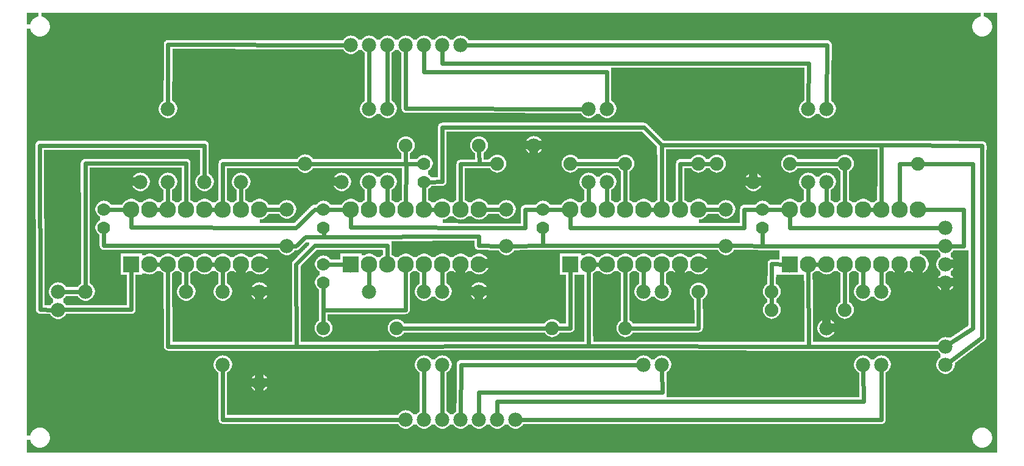
<source format=gbl>
G04 MADE WITH FRITZING*
G04 WWW.FRITZING.ORG*
G04 DOUBLE SIDED*
G04 HOLES PLATED*
G04 CONTOUR ON CENTER OF CONTOUR VECTOR*
%ASAXBY*%
%FSLAX23Y23*%
%MOIN*%
%OFA0B0*%
%SFA1.0B1.0*%
%ADD10C,0.075000*%
%ADD11C,0.070000*%
%ADD12C,0.090551*%
%ADD13C,0.078000*%
%ADD14R,0.090551X0.090551*%
%ADD15C,0.024000*%
%LNCOPPER0*%
G90*
G70*
G54D10*
X1338Y1523D03*
X4610Y1630D03*
X2930Y1723D03*
X457Y1526D03*
X2619Y1070D03*
X4399Y942D03*
X241Y2388D03*
G54D11*
X2213Y1624D03*
X2213Y1524D03*
X2863Y1374D03*
X2863Y1274D03*
X1663Y1374D03*
X1663Y1274D03*
X4063Y1374D03*
X4063Y1274D03*
X463Y1374D03*
X463Y1274D03*
G54D10*
X1663Y724D03*
X2063Y724D03*
X3313Y1624D03*
X3713Y1624D03*
X2613Y1624D03*
X3013Y1624D03*
X2113Y1724D03*
X2513Y1724D03*
X3813Y1624D03*
X4213Y1624D03*
X4513Y1624D03*
X4913Y1624D03*
X4113Y824D03*
X4513Y824D03*
X3713Y924D03*
X4113Y924D03*
X2913Y724D03*
X3313Y724D03*
G54D11*
X1663Y1074D03*
X1663Y974D03*
G54D12*
X613Y1074D03*
X613Y1374D03*
X713Y1074D03*
X713Y1374D03*
X813Y1074D03*
X813Y1374D03*
X913Y1074D03*
X913Y1374D03*
X1013Y1074D03*
X1013Y1374D03*
X1113Y1074D03*
X1113Y1374D03*
X1213Y1074D03*
X1213Y1374D03*
X1313Y1074D03*
X1313Y1374D03*
X1813Y1074D03*
X1813Y1374D03*
X1913Y1074D03*
X1913Y1374D03*
X2013Y1074D03*
X2013Y1374D03*
X2113Y1074D03*
X2113Y1374D03*
X2213Y1074D03*
X2213Y1374D03*
X2313Y1074D03*
X2313Y1374D03*
X2413Y1074D03*
X2413Y1374D03*
X2513Y1074D03*
X2513Y1374D03*
X3013Y1074D03*
X3013Y1374D03*
X3113Y1074D03*
X3113Y1374D03*
X3213Y1074D03*
X3213Y1374D03*
X3313Y1074D03*
X3313Y1374D03*
X3413Y1074D03*
X3413Y1374D03*
X3513Y1074D03*
X3513Y1374D03*
X3613Y1074D03*
X3613Y1374D03*
X3713Y1074D03*
X3713Y1374D03*
X4213Y1074D03*
X4213Y1374D03*
X4313Y1074D03*
X4313Y1374D03*
X4413Y1074D03*
X4413Y1374D03*
X4513Y1074D03*
X4513Y1374D03*
X4613Y1074D03*
X4613Y1374D03*
X4713Y1074D03*
X4713Y1374D03*
X4813Y1074D03*
X4813Y1374D03*
X4913Y1074D03*
X4913Y1374D03*
G54D13*
X1563Y1624D03*
X1563Y1624D03*
X1913Y924D03*
X1913Y924D03*
X3863Y1374D03*
X3863Y1374D03*
X3863Y1174D03*
X3863Y1174D03*
X1463Y1174D03*
X1463Y1174D03*
X1463Y1374D03*
X1463Y1374D03*
X2663Y1374D03*
X2663Y1374D03*
X2663Y1174D03*
X2663Y1174D03*
X2113Y224D03*
X2213Y224D03*
X2313Y224D03*
X2413Y224D03*
X2513Y224D03*
X2613Y224D03*
X2713Y224D03*
X2113Y224D03*
X2213Y224D03*
X2313Y224D03*
X2413Y224D03*
X2513Y224D03*
X2613Y224D03*
X2713Y224D03*
X1813Y2274D03*
X1913Y2274D03*
X2013Y2274D03*
X2113Y2274D03*
X2213Y2274D03*
X2313Y2274D03*
X2413Y2274D03*
X1813Y2274D03*
X1913Y2274D03*
X2013Y2274D03*
X2113Y2274D03*
X2213Y2274D03*
X2313Y2274D03*
X2413Y2274D03*
X2213Y924D03*
X2313Y924D03*
X2213Y924D03*
X2313Y924D03*
X3413Y524D03*
X3513Y524D03*
X3413Y524D03*
X3513Y524D03*
X4613Y924D03*
X4713Y924D03*
X4613Y924D03*
X4713Y924D03*
X4613Y524D03*
X4713Y524D03*
X4613Y524D03*
X4713Y524D03*
X2213Y524D03*
X2313Y524D03*
X2213Y524D03*
X2313Y524D03*
X3413Y924D03*
X3513Y924D03*
X3413Y924D03*
X3513Y924D03*
X4313Y1524D03*
X4413Y1524D03*
X4313Y1524D03*
X4413Y1524D03*
X4313Y1924D03*
X4413Y1924D03*
X4313Y1924D03*
X4413Y1924D03*
X3113Y1524D03*
X3213Y1524D03*
X3113Y1524D03*
X3213Y1524D03*
X1913Y1924D03*
X2013Y1924D03*
X1913Y1924D03*
X2013Y1924D03*
X3113Y1924D03*
X3213Y1924D03*
X3113Y1924D03*
X3213Y1924D03*
X1913Y1524D03*
X2013Y1524D03*
X1913Y1524D03*
X2013Y1524D03*
X5063Y624D03*
X5063Y524D03*
X5063Y624D03*
X5063Y524D03*
X213Y924D03*
X213Y824D03*
X213Y924D03*
X213Y824D03*
X1113Y924D03*
X1113Y924D03*
X1113Y524D03*
X1113Y524D03*
X4013Y1524D03*
X4013Y1524D03*
X2813Y1724D03*
X2813Y1724D03*
X1763Y1524D03*
X1763Y1524D03*
X663Y1524D03*
X663Y1524D03*
X1313Y424D03*
X1313Y424D03*
X4413Y724D03*
X4413Y724D03*
X1313Y924D03*
X1313Y924D03*
X2513Y924D03*
X2513Y924D03*
X813Y1924D03*
X813Y1924D03*
X363Y924D03*
X363Y924D03*
X1213Y1524D03*
X1213Y1524D03*
X1013Y1524D03*
X1013Y1524D03*
X913Y924D03*
X913Y924D03*
X813Y1524D03*
X813Y1524D03*
X5063Y1274D03*
X5063Y1174D03*
X5063Y1074D03*
X5063Y974D03*
G54D14*
X613Y1074D03*
X1813Y1074D03*
X3013Y1074D03*
X4213Y1074D03*
G54D15*
X2414Y524D02*
X3383Y524D01*
D02*
X2413Y254D02*
X2414Y524D01*
D02*
X2112Y1926D02*
X3083Y1924D01*
D02*
X2113Y2244D02*
X2112Y1926D01*
D02*
X1113Y224D02*
X1113Y494D01*
D02*
X2083Y224D02*
X1113Y224D01*
D02*
X1113Y1049D02*
X1113Y954D01*
D02*
X3041Y1624D02*
X3284Y1624D01*
D02*
X3784Y1624D02*
X3741Y1624D01*
D02*
X4241Y1624D02*
X4484Y1624D01*
D02*
X4813Y1399D02*
X4813Y1621D01*
D02*
X4813Y1621D02*
X4884Y1623D01*
D02*
X2413Y1621D02*
X2514Y1621D01*
D02*
X2514Y1621D02*
X2584Y1623D01*
D02*
X2413Y1399D02*
X2413Y1621D01*
D02*
X3613Y1624D02*
X3784Y1624D01*
D02*
X3613Y1399D02*
X3613Y1624D01*
D02*
X4513Y1624D02*
X4241Y1624D01*
D02*
X4513Y1399D02*
X4513Y1624D01*
D02*
X3313Y1624D02*
X3041Y1624D01*
D02*
X3313Y1399D02*
X3313Y1624D01*
D02*
X2514Y1621D02*
X2513Y1695D01*
D02*
X1689Y1074D02*
X1788Y1074D01*
D02*
X1663Y824D02*
X1663Y947D01*
D02*
X1663Y752D02*
X1663Y824D01*
D02*
X2091Y724D02*
X2884Y724D01*
D02*
X3713Y724D02*
X3341Y724D01*
D02*
X3713Y895D02*
X3713Y724D01*
D02*
X4113Y895D02*
X4113Y852D01*
D02*
X4513Y1049D02*
X4513Y852D01*
D02*
X4188Y1074D02*
X4113Y1075D01*
D02*
X4113Y1075D02*
X4113Y952D01*
D02*
X3012Y724D02*
X2941Y724D01*
D02*
X3013Y1049D02*
X3012Y724D01*
D02*
X2113Y1049D02*
X2111Y824D01*
D02*
X2111Y824D02*
X1663Y824D01*
D02*
X4089Y1374D02*
X4188Y1374D01*
D02*
X2889Y1374D02*
X2988Y1374D01*
D02*
X1689Y1374D02*
X1788Y1374D01*
D02*
X489Y1374D02*
X588Y1374D01*
D02*
X3963Y1374D02*
X3963Y1274D01*
D02*
X3963Y1274D02*
X3013Y1274D01*
D02*
X3013Y1274D02*
X3013Y1349D01*
D02*
X4037Y1374D02*
X3963Y1374D01*
D02*
X2764Y1373D02*
X2764Y1271D01*
D02*
X2764Y1271D02*
X1813Y1275D01*
D02*
X1813Y1275D02*
X1813Y1349D01*
D02*
X2837Y1374D02*
X2764Y1373D01*
D02*
X1662Y1373D02*
X1614Y1374D01*
D02*
X1513Y1274D02*
X612Y1275D01*
D02*
X1614Y1374D02*
X1513Y1274D01*
D02*
X612Y1275D02*
X612Y1349D01*
D02*
X1641Y1360D02*
X1662Y1373D01*
D02*
X4213Y1274D02*
X4213Y1349D01*
D02*
X5033Y1274D02*
X4213Y1274D01*
D02*
X5162Y1171D02*
X5162Y1372D01*
D02*
X5162Y1372D02*
X4938Y1374D01*
D02*
X5093Y1173D02*
X5162Y1171D01*
D02*
X4063Y1174D02*
X4063Y1247D01*
D02*
X5033Y1174D02*
X4063Y1174D01*
D02*
X3913Y1176D02*
X2863Y1176D01*
D02*
X2863Y1176D02*
X2863Y1247D01*
D02*
X4113Y1174D02*
X3913Y1176D01*
D02*
X1664Y1223D02*
X1662Y1274D01*
D02*
X2512Y1225D02*
X1664Y1223D01*
D02*
X2512Y1175D02*
X2512Y1225D01*
D02*
X1662Y1274D02*
X1640Y1287D01*
D02*
X2863Y1176D02*
X2693Y1174D01*
D02*
X2633Y1174D02*
X2512Y1175D01*
D02*
X1513Y1173D02*
X1463Y1176D01*
D02*
X1564Y1223D02*
X1513Y1173D01*
D02*
X1664Y1223D02*
X1564Y1223D01*
D02*
X1463Y1176D02*
X463Y1176D01*
D02*
X463Y1176D02*
X463Y1247D01*
D02*
X1463Y1176D02*
X1463Y1204D01*
D02*
X3913Y1176D02*
X3893Y1175D01*
D02*
X3833Y1374D02*
X3738Y1374D01*
D02*
X2633Y1374D02*
X2538Y1374D01*
D02*
X1433Y1374D02*
X1338Y1374D01*
D02*
X788Y1374D02*
X738Y1374D01*
D02*
X1038Y1374D02*
X1088Y1374D01*
D02*
X1038Y1074D02*
X1088Y1074D01*
D02*
X813Y624D02*
X813Y1049D01*
D02*
X1514Y624D02*
X813Y624D01*
D02*
X3113Y625D02*
X1514Y624D01*
D02*
X2288Y1374D02*
X2238Y1374D01*
D02*
X3511Y1725D02*
X4713Y1725D01*
D02*
X4713Y1725D02*
X4713Y1399D01*
D02*
X3188Y1074D02*
X3138Y1074D01*
D02*
X4638Y1374D02*
X4688Y1374D01*
D02*
X4388Y1074D02*
X4338Y1074D01*
D02*
X1533Y1624D02*
X1113Y1624D01*
D02*
X2116Y1624D02*
X1593Y1624D01*
D02*
X2113Y1399D02*
X2116Y1624D01*
D02*
X1113Y1624D02*
X1113Y1399D01*
D02*
X2116Y1624D02*
X2187Y1624D01*
D02*
X3438Y1374D02*
X3488Y1374D01*
D02*
X2213Y1399D02*
X2213Y1497D01*
D02*
X3414Y1823D02*
X2312Y1823D01*
D02*
X2312Y1526D02*
X2239Y1524D01*
D02*
X2312Y1823D02*
X2312Y1526D01*
D02*
X3511Y1725D02*
X3414Y1823D01*
D02*
X2113Y1624D02*
X2113Y1695D01*
D02*
X4313Y1399D02*
X4313Y1494D01*
D02*
X4413Y1399D02*
X4413Y1494D01*
D02*
X4413Y1954D02*
X4416Y2274D01*
D02*
X4416Y2274D02*
X2443Y2274D01*
D02*
X4313Y1954D02*
X4315Y2174D01*
D02*
X4315Y2174D02*
X2312Y2174D01*
D02*
X2312Y2174D02*
X2313Y2244D01*
D02*
X3113Y1399D02*
X3113Y1494D01*
D02*
X3213Y1399D02*
X3213Y1494D01*
D02*
X3213Y1954D02*
X3213Y2126D01*
D02*
X3213Y2126D02*
X2211Y2126D01*
D02*
X2211Y2126D02*
X2212Y2244D01*
D02*
X1913Y1399D02*
X1913Y1494D01*
D02*
X2013Y1399D02*
X2013Y1494D01*
D02*
X2013Y1954D02*
X2013Y2244D01*
D02*
X1913Y1954D02*
X1913Y2244D01*
D02*
X3313Y724D02*
X3313Y1049D01*
D02*
X3312Y752D02*
X3313Y724D01*
D02*
X4613Y954D02*
X4613Y1049D01*
D02*
X4713Y954D02*
X4713Y1049D01*
D02*
X4713Y223D02*
X4713Y494D01*
D02*
X2743Y224D02*
X4713Y223D01*
D02*
X4614Y322D02*
X4613Y494D01*
D02*
X2610Y322D02*
X4614Y322D01*
D02*
X2612Y254D02*
X2610Y322D01*
D02*
X3514Y371D02*
X3513Y494D01*
D02*
X2512Y371D02*
X3514Y371D01*
D02*
X2513Y254D02*
X2512Y371D01*
D02*
X3513Y954D02*
X3513Y1049D01*
D02*
X3413Y954D02*
X3413Y1049D01*
D02*
X2313Y254D02*
X2313Y494D01*
D02*
X2213Y254D02*
X2213Y494D01*
D02*
X2213Y954D02*
X2213Y1049D01*
D02*
X2313Y954D02*
X2313Y1049D01*
D02*
X5211Y724D02*
X5088Y641D01*
D02*
X5211Y1623D02*
X5211Y724D01*
D02*
X4941Y1624D02*
X5211Y1623D01*
D02*
X5262Y674D02*
X5087Y542D01*
D02*
X5263Y1722D02*
X5262Y674D01*
D02*
X4713Y1725D02*
X5263Y1722D01*
D02*
X4314Y624D02*
X4313Y1049D01*
D02*
X5033Y624D02*
X4314Y624D01*
D02*
X4314Y624D02*
X3113Y625D01*
D02*
X3113Y625D02*
X3113Y1049D01*
D02*
X788Y1074D02*
X738Y1074D01*
D02*
X1513Y1073D02*
X1615Y1175D01*
D02*
X1514Y624D02*
X1513Y1073D01*
D02*
X1615Y1175D02*
X2010Y1175D01*
D02*
X2010Y1175D02*
X2012Y1099D01*
D02*
X1913Y954D02*
X1913Y1049D01*
D02*
X361Y1625D02*
X363Y954D01*
D02*
X913Y1626D02*
X361Y1625D01*
D02*
X913Y1399D02*
X913Y1626D01*
D02*
X913Y954D02*
X913Y1049D01*
D02*
X112Y1724D02*
X1012Y1724D01*
D02*
X1012Y1724D02*
X1013Y1554D01*
D02*
X115Y826D02*
X112Y1724D01*
D02*
X183Y824D02*
X115Y826D01*
D02*
X1213Y1399D02*
X1213Y1494D01*
D02*
X212Y826D02*
X207Y853D01*
D02*
X613Y1049D02*
X613Y826D01*
D02*
X613Y826D02*
X212Y826D01*
D02*
X333Y924D02*
X243Y924D01*
D02*
X813Y1399D02*
X813Y1494D01*
D02*
X813Y2275D02*
X1783Y2274D01*
D02*
X813Y1954D02*
X813Y2275D01*
D02*
X3513Y1399D02*
X3511Y1725D01*
G36*
X40Y2448D02*
X40Y2386D01*
X60Y2386D01*
X60Y2392D01*
X62Y2392D01*
X62Y2396D01*
X64Y2396D01*
X64Y2400D01*
X66Y2400D01*
X66Y2404D01*
X68Y2404D01*
X68Y2406D01*
X70Y2406D01*
X70Y2408D01*
X72Y2408D01*
X72Y2412D01*
X74Y2412D01*
X74Y2414D01*
X76Y2414D01*
X76Y2416D01*
X80Y2416D01*
X80Y2418D01*
X82Y2418D01*
X82Y2420D01*
X84Y2420D01*
X84Y2422D01*
X88Y2422D01*
X88Y2424D01*
X92Y2424D01*
X92Y2426D01*
X98Y2426D01*
X98Y2428D01*
X106Y2428D01*
X106Y2448D01*
X40Y2448D01*
G37*
D02*
G36*
X1136Y1600D02*
X1136Y1576D01*
X1216Y1576D01*
X1216Y1574D01*
X1552Y1574D01*
X1552Y1576D01*
X1546Y1576D01*
X1546Y1578D01*
X1542Y1578D01*
X1542Y1580D01*
X1538Y1580D01*
X1538Y1582D01*
X1536Y1582D01*
X1536Y1584D01*
X1532Y1584D01*
X1532Y1586D01*
X1530Y1586D01*
X1530Y1588D01*
X1528Y1588D01*
X1528Y1590D01*
X1526Y1590D01*
X1526Y1592D01*
X1524Y1592D01*
X1524Y1596D01*
X1522Y1596D01*
X1522Y1598D01*
X1520Y1598D01*
X1520Y1600D01*
X1136Y1600D01*
G37*
D02*
G36*
X1606Y1600D02*
X1606Y1598D01*
X1604Y1598D01*
X1604Y1596D01*
X1602Y1596D01*
X1602Y1594D01*
X1600Y1594D01*
X1600Y1590D01*
X1598Y1590D01*
X1598Y1588D01*
X1594Y1588D01*
X1594Y1586D01*
X1592Y1586D01*
X1592Y1584D01*
X1590Y1584D01*
X1590Y1582D01*
X1586Y1582D01*
X1586Y1580D01*
X1584Y1580D01*
X1584Y1578D01*
X1580Y1578D01*
X1580Y1576D01*
X2016Y1576D01*
X2016Y1574D01*
X2026Y1574D01*
X2026Y1572D01*
X2030Y1572D01*
X2030Y1570D01*
X2034Y1570D01*
X2034Y1568D01*
X2038Y1568D01*
X2038Y1566D01*
X2040Y1566D01*
X2040Y1564D01*
X2044Y1564D01*
X2044Y1562D01*
X2046Y1562D01*
X2046Y1560D01*
X2048Y1560D01*
X2048Y1558D01*
X2050Y1558D01*
X2050Y1556D01*
X2052Y1556D01*
X2052Y1552D01*
X2054Y1552D01*
X2054Y1550D01*
X2056Y1550D01*
X2056Y1546D01*
X2058Y1546D01*
X2058Y1544D01*
X2060Y1544D01*
X2060Y1538D01*
X2062Y1538D01*
X2062Y1532D01*
X2064Y1532D01*
X2064Y1518D01*
X2062Y1518D01*
X2062Y1510D01*
X2060Y1510D01*
X2060Y1506D01*
X2058Y1506D01*
X2058Y1502D01*
X2056Y1502D01*
X2056Y1498D01*
X2054Y1498D01*
X2054Y1496D01*
X2052Y1496D01*
X2052Y1494D01*
X2050Y1494D01*
X2050Y1490D01*
X2048Y1490D01*
X2048Y1488D01*
X2044Y1488D01*
X2044Y1486D01*
X2042Y1486D01*
X2042Y1484D01*
X2040Y1484D01*
X2040Y1482D01*
X2036Y1482D01*
X2036Y1424D01*
X2040Y1424D01*
X2040Y1422D01*
X2042Y1422D01*
X2042Y1420D01*
X2046Y1420D01*
X2046Y1418D01*
X2048Y1418D01*
X2048Y1416D01*
X2050Y1416D01*
X2050Y1414D01*
X2052Y1414D01*
X2052Y1412D01*
X2074Y1412D01*
X2074Y1414D01*
X2076Y1414D01*
X2076Y1416D01*
X2078Y1416D01*
X2078Y1418D01*
X2080Y1418D01*
X2080Y1420D01*
X2082Y1420D01*
X2082Y1422D01*
X2086Y1422D01*
X2086Y1424D01*
X2090Y1424D01*
X2090Y1526D01*
X2092Y1526D01*
X2092Y1600D01*
X1606Y1600D01*
G37*
D02*
G36*
X1136Y1576D02*
X1136Y1424D01*
X1140Y1424D01*
X1140Y1422D01*
X1142Y1422D01*
X1142Y1420D01*
X1146Y1420D01*
X1146Y1418D01*
X1148Y1418D01*
X1148Y1416D01*
X1150Y1416D01*
X1150Y1414D01*
X1152Y1414D01*
X1152Y1412D01*
X1174Y1412D01*
X1174Y1414D01*
X1176Y1414D01*
X1176Y1416D01*
X1178Y1416D01*
X1178Y1418D01*
X1180Y1418D01*
X1180Y1420D01*
X1182Y1420D01*
X1182Y1422D01*
X1186Y1422D01*
X1186Y1424D01*
X1188Y1424D01*
X1188Y1482D01*
X1186Y1482D01*
X1186Y1484D01*
X1182Y1484D01*
X1182Y1486D01*
X1180Y1486D01*
X1180Y1488D01*
X1178Y1488D01*
X1178Y1490D01*
X1176Y1490D01*
X1176Y1492D01*
X1174Y1492D01*
X1174Y1496D01*
X1172Y1496D01*
X1172Y1498D01*
X1170Y1498D01*
X1170Y1500D01*
X1168Y1500D01*
X1168Y1504D01*
X1166Y1504D01*
X1166Y1508D01*
X1164Y1508D01*
X1164Y1514D01*
X1162Y1514D01*
X1162Y1534D01*
X1164Y1534D01*
X1164Y1540D01*
X1166Y1540D01*
X1166Y1544D01*
X1168Y1544D01*
X1168Y1548D01*
X1170Y1548D01*
X1170Y1550D01*
X1172Y1550D01*
X1172Y1554D01*
X1174Y1554D01*
X1174Y1556D01*
X1176Y1556D01*
X1176Y1558D01*
X1178Y1558D01*
X1178Y1560D01*
X1180Y1560D01*
X1180Y1562D01*
X1182Y1562D01*
X1182Y1564D01*
X1184Y1564D01*
X1184Y1566D01*
X1188Y1566D01*
X1188Y1568D01*
X1192Y1568D01*
X1192Y1570D01*
X1194Y1570D01*
X1194Y1572D01*
X1200Y1572D01*
X1200Y1574D01*
X1208Y1574D01*
X1208Y1576D01*
X1136Y1576D01*
G37*
D02*
G36*
X1574Y1576D02*
X1574Y1574D01*
X1758Y1574D01*
X1758Y1576D01*
X1574Y1576D01*
G37*
D02*
G36*
X1766Y1576D02*
X1766Y1574D01*
X1776Y1574D01*
X1776Y1572D01*
X1780Y1572D01*
X1780Y1570D01*
X1784Y1570D01*
X1784Y1568D01*
X1788Y1568D01*
X1788Y1566D01*
X1790Y1566D01*
X1790Y1564D01*
X1794Y1564D01*
X1794Y1562D01*
X1796Y1562D01*
X1796Y1560D01*
X1798Y1560D01*
X1798Y1558D01*
X1800Y1558D01*
X1800Y1556D01*
X1802Y1556D01*
X1802Y1552D01*
X1804Y1552D01*
X1804Y1550D01*
X1806Y1550D01*
X1806Y1546D01*
X1808Y1546D01*
X1808Y1544D01*
X1810Y1544D01*
X1810Y1538D01*
X1812Y1538D01*
X1812Y1532D01*
X1814Y1532D01*
X1814Y1518D01*
X1812Y1518D01*
X1812Y1510D01*
X1810Y1510D01*
X1810Y1506D01*
X1808Y1506D01*
X1808Y1502D01*
X1806Y1502D01*
X1806Y1498D01*
X1804Y1498D01*
X1804Y1496D01*
X1802Y1496D01*
X1802Y1494D01*
X1800Y1494D01*
X1800Y1490D01*
X1798Y1490D01*
X1798Y1488D01*
X1794Y1488D01*
X1794Y1486D01*
X1792Y1486D01*
X1792Y1484D01*
X1790Y1484D01*
X1790Y1482D01*
X1786Y1482D01*
X1786Y1480D01*
X1784Y1480D01*
X1784Y1478D01*
X1780Y1478D01*
X1780Y1476D01*
X1774Y1476D01*
X1774Y1474D01*
X1888Y1474D01*
X1888Y1482D01*
X1886Y1482D01*
X1886Y1484D01*
X1882Y1484D01*
X1882Y1486D01*
X1880Y1486D01*
X1880Y1488D01*
X1878Y1488D01*
X1878Y1490D01*
X1876Y1490D01*
X1876Y1492D01*
X1874Y1492D01*
X1874Y1496D01*
X1872Y1496D01*
X1872Y1498D01*
X1870Y1498D01*
X1870Y1500D01*
X1868Y1500D01*
X1868Y1504D01*
X1866Y1504D01*
X1866Y1508D01*
X1864Y1508D01*
X1864Y1514D01*
X1862Y1514D01*
X1862Y1534D01*
X1864Y1534D01*
X1864Y1540D01*
X1866Y1540D01*
X1866Y1544D01*
X1868Y1544D01*
X1868Y1548D01*
X1870Y1548D01*
X1870Y1550D01*
X1872Y1550D01*
X1872Y1554D01*
X1874Y1554D01*
X1874Y1556D01*
X1876Y1556D01*
X1876Y1558D01*
X1878Y1558D01*
X1878Y1560D01*
X1880Y1560D01*
X1880Y1562D01*
X1882Y1562D01*
X1882Y1564D01*
X1884Y1564D01*
X1884Y1566D01*
X1888Y1566D01*
X1888Y1568D01*
X1892Y1568D01*
X1892Y1570D01*
X1894Y1570D01*
X1894Y1572D01*
X1900Y1572D01*
X1900Y1574D01*
X1908Y1574D01*
X1908Y1576D01*
X1766Y1576D01*
G37*
D02*
G36*
X1916Y1576D02*
X1916Y1574D01*
X1926Y1574D01*
X1926Y1572D01*
X1930Y1572D01*
X1930Y1570D01*
X1934Y1570D01*
X1934Y1568D01*
X1938Y1568D01*
X1938Y1566D01*
X1940Y1566D01*
X1940Y1564D01*
X1944Y1564D01*
X1944Y1562D01*
X1946Y1562D01*
X1946Y1560D01*
X1948Y1560D01*
X1948Y1558D01*
X1950Y1558D01*
X1950Y1556D01*
X1952Y1556D01*
X1952Y1552D01*
X1972Y1552D01*
X1972Y1554D01*
X1974Y1554D01*
X1974Y1556D01*
X1976Y1556D01*
X1976Y1558D01*
X1978Y1558D01*
X1978Y1560D01*
X1980Y1560D01*
X1980Y1562D01*
X1982Y1562D01*
X1982Y1564D01*
X1984Y1564D01*
X1984Y1566D01*
X1988Y1566D01*
X1988Y1568D01*
X1992Y1568D01*
X1992Y1570D01*
X1994Y1570D01*
X1994Y1572D01*
X2000Y1572D01*
X2000Y1574D01*
X2008Y1574D01*
X2008Y1576D01*
X1916Y1576D01*
G37*
D02*
G36*
X1226Y1574D02*
X1226Y1572D01*
X1750Y1572D01*
X1750Y1574D01*
X1226Y1574D01*
G37*
D02*
G36*
X1226Y1574D02*
X1226Y1572D01*
X1750Y1572D01*
X1750Y1574D01*
X1226Y1574D01*
G37*
D02*
G36*
X1230Y1572D02*
X1230Y1570D01*
X1234Y1570D01*
X1234Y1568D01*
X1238Y1568D01*
X1238Y1566D01*
X1240Y1566D01*
X1240Y1564D01*
X1244Y1564D01*
X1244Y1562D01*
X1246Y1562D01*
X1246Y1560D01*
X1248Y1560D01*
X1248Y1558D01*
X1250Y1558D01*
X1250Y1556D01*
X1252Y1556D01*
X1252Y1552D01*
X1254Y1552D01*
X1254Y1550D01*
X1256Y1550D01*
X1256Y1546D01*
X1258Y1546D01*
X1258Y1544D01*
X1260Y1544D01*
X1260Y1538D01*
X1262Y1538D01*
X1262Y1532D01*
X1264Y1532D01*
X1264Y1518D01*
X1262Y1518D01*
X1262Y1510D01*
X1260Y1510D01*
X1260Y1506D01*
X1258Y1506D01*
X1258Y1502D01*
X1256Y1502D01*
X1256Y1498D01*
X1254Y1498D01*
X1254Y1496D01*
X1252Y1496D01*
X1252Y1494D01*
X1250Y1494D01*
X1250Y1490D01*
X1248Y1490D01*
X1248Y1488D01*
X1244Y1488D01*
X1244Y1486D01*
X1242Y1486D01*
X1242Y1484D01*
X1240Y1484D01*
X1240Y1482D01*
X1236Y1482D01*
X1236Y1474D01*
X1752Y1474D01*
X1752Y1476D01*
X1746Y1476D01*
X1746Y1478D01*
X1742Y1478D01*
X1742Y1480D01*
X1738Y1480D01*
X1738Y1482D01*
X1736Y1482D01*
X1736Y1484D01*
X1732Y1484D01*
X1732Y1486D01*
X1730Y1486D01*
X1730Y1488D01*
X1728Y1488D01*
X1728Y1490D01*
X1726Y1490D01*
X1726Y1492D01*
X1724Y1492D01*
X1724Y1496D01*
X1722Y1496D01*
X1722Y1498D01*
X1720Y1498D01*
X1720Y1500D01*
X1718Y1500D01*
X1718Y1504D01*
X1716Y1504D01*
X1716Y1508D01*
X1714Y1508D01*
X1714Y1514D01*
X1712Y1514D01*
X1712Y1534D01*
X1714Y1534D01*
X1714Y1540D01*
X1716Y1540D01*
X1716Y1544D01*
X1718Y1544D01*
X1718Y1548D01*
X1720Y1548D01*
X1720Y1550D01*
X1722Y1550D01*
X1722Y1554D01*
X1724Y1554D01*
X1724Y1556D01*
X1726Y1556D01*
X1726Y1558D01*
X1728Y1558D01*
X1728Y1560D01*
X1730Y1560D01*
X1730Y1562D01*
X1732Y1562D01*
X1732Y1564D01*
X1734Y1564D01*
X1734Y1566D01*
X1738Y1566D01*
X1738Y1568D01*
X1742Y1568D01*
X1742Y1570D01*
X1744Y1570D01*
X1744Y1572D01*
X1230Y1572D01*
G37*
D02*
G36*
X1236Y1474D02*
X1236Y1472D01*
X1888Y1472D01*
X1888Y1474D01*
X1236Y1474D01*
G37*
D02*
G36*
X1236Y1474D02*
X1236Y1472D01*
X1888Y1472D01*
X1888Y1474D01*
X1236Y1474D01*
G37*
D02*
G36*
X1236Y1472D02*
X1236Y1432D01*
X1820Y1432D01*
X1820Y1430D01*
X1828Y1430D01*
X1828Y1428D01*
X1832Y1428D01*
X1832Y1426D01*
X1836Y1426D01*
X1836Y1424D01*
X1840Y1424D01*
X1840Y1422D01*
X1842Y1422D01*
X1842Y1420D01*
X1846Y1420D01*
X1846Y1418D01*
X1848Y1418D01*
X1848Y1416D01*
X1850Y1416D01*
X1850Y1414D01*
X1852Y1414D01*
X1852Y1412D01*
X1874Y1412D01*
X1874Y1414D01*
X1876Y1414D01*
X1876Y1416D01*
X1878Y1416D01*
X1878Y1418D01*
X1880Y1418D01*
X1880Y1420D01*
X1882Y1420D01*
X1882Y1422D01*
X1886Y1422D01*
X1886Y1424D01*
X1888Y1424D01*
X1888Y1472D01*
X1236Y1472D01*
G37*
D02*
G36*
X1236Y1432D02*
X1236Y1424D01*
X1240Y1424D01*
X1240Y1422D01*
X1242Y1422D01*
X1242Y1420D01*
X1246Y1420D01*
X1246Y1418D01*
X1248Y1418D01*
X1248Y1416D01*
X1250Y1416D01*
X1250Y1414D01*
X1252Y1414D01*
X1252Y1412D01*
X1274Y1412D01*
X1274Y1414D01*
X1276Y1414D01*
X1276Y1416D01*
X1278Y1416D01*
X1278Y1418D01*
X1280Y1418D01*
X1280Y1420D01*
X1282Y1420D01*
X1282Y1422D01*
X1286Y1422D01*
X1286Y1424D01*
X1290Y1424D01*
X1290Y1426D01*
X1294Y1426D01*
X1294Y1428D01*
X1298Y1428D01*
X1298Y1430D01*
X1306Y1430D01*
X1306Y1432D01*
X1236Y1432D01*
G37*
D02*
G36*
X1320Y1432D02*
X1320Y1430D01*
X1328Y1430D01*
X1328Y1428D01*
X1332Y1428D01*
X1332Y1426D01*
X1466Y1426D01*
X1466Y1424D01*
X1476Y1424D01*
X1476Y1422D01*
X1666Y1422D01*
X1666Y1420D01*
X1674Y1420D01*
X1674Y1418D01*
X1680Y1418D01*
X1680Y1416D01*
X1684Y1416D01*
X1684Y1414D01*
X1686Y1414D01*
X1686Y1412D01*
X1690Y1412D01*
X1690Y1410D01*
X1692Y1410D01*
X1692Y1408D01*
X1694Y1408D01*
X1694Y1406D01*
X1696Y1406D01*
X1696Y1404D01*
X1698Y1404D01*
X1698Y1402D01*
X1700Y1402D01*
X1700Y1400D01*
X1702Y1400D01*
X1702Y1398D01*
X1762Y1398D01*
X1762Y1400D01*
X1764Y1400D01*
X1764Y1402D01*
X1766Y1402D01*
X1766Y1406D01*
X1768Y1406D01*
X1768Y1408D01*
X1770Y1408D01*
X1770Y1410D01*
X1772Y1410D01*
X1772Y1412D01*
X1774Y1412D01*
X1774Y1414D01*
X1776Y1414D01*
X1776Y1416D01*
X1778Y1416D01*
X1778Y1418D01*
X1780Y1418D01*
X1780Y1420D01*
X1782Y1420D01*
X1782Y1422D01*
X1786Y1422D01*
X1786Y1424D01*
X1790Y1424D01*
X1790Y1426D01*
X1794Y1426D01*
X1794Y1428D01*
X1798Y1428D01*
X1798Y1430D01*
X1806Y1430D01*
X1806Y1432D01*
X1320Y1432D01*
G37*
D02*
G36*
X1336Y1426D02*
X1336Y1424D01*
X1340Y1424D01*
X1340Y1422D01*
X1342Y1422D01*
X1342Y1420D01*
X1346Y1420D01*
X1346Y1418D01*
X1348Y1418D01*
X1348Y1416D01*
X1350Y1416D01*
X1350Y1414D01*
X1352Y1414D01*
X1352Y1412D01*
X1354Y1412D01*
X1354Y1410D01*
X1356Y1410D01*
X1356Y1408D01*
X1358Y1408D01*
X1358Y1404D01*
X1360Y1404D01*
X1360Y1402D01*
X1362Y1402D01*
X1362Y1398D01*
X1420Y1398D01*
X1420Y1400D01*
X1422Y1400D01*
X1422Y1404D01*
X1424Y1404D01*
X1424Y1406D01*
X1426Y1406D01*
X1426Y1408D01*
X1428Y1408D01*
X1428Y1410D01*
X1430Y1410D01*
X1430Y1412D01*
X1432Y1412D01*
X1432Y1414D01*
X1434Y1414D01*
X1434Y1416D01*
X1438Y1416D01*
X1438Y1418D01*
X1442Y1418D01*
X1442Y1420D01*
X1444Y1420D01*
X1444Y1422D01*
X1450Y1422D01*
X1450Y1424D01*
X1458Y1424D01*
X1458Y1426D01*
X1336Y1426D01*
G37*
D02*
G36*
X1480Y1422D02*
X1480Y1420D01*
X1484Y1420D01*
X1484Y1418D01*
X1488Y1418D01*
X1488Y1416D01*
X1490Y1416D01*
X1490Y1414D01*
X1494Y1414D01*
X1494Y1412D01*
X1496Y1412D01*
X1496Y1410D01*
X1498Y1410D01*
X1498Y1408D01*
X1500Y1408D01*
X1500Y1406D01*
X1502Y1406D01*
X1502Y1402D01*
X1504Y1402D01*
X1504Y1400D01*
X1506Y1400D01*
X1506Y1396D01*
X1508Y1396D01*
X1508Y1394D01*
X1510Y1394D01*
X1510Y1388D01*
X1512Y1388D01*
X1512Y1382D01*
X1514Y1382D01*
X1514Y1368D01*
X1512Y1368D01*
X1512Y1360D01*
X1510Y1360D01*
X1510Y1356D01*
X1508Y1356D01*
X1508Y1352D01*
X1506Y1352D01*
X1506Y1348D01*
X1504Y1348D01*
X1504Y1346D01*
X1502Y1346D01*
X1502Y1344D01*
X1500Y1344D01*
X1500Y1340D01*
X1498Y1340D01*
X1498Y1338D01*
X1494Y1338D01*
X1494Y1336D01*
X1492Y1336D01*
X1492Y1334D01*
X1490Y1334D01*
X1490Y1332D01*
X1486Y1332D01*
X1486Y1330D01*
X1484Y1330D01*
X1484Y1328D01*
X1480Y1328D01*
X1480Y1326D01*
X1474Y1326D01*
X1474Y1324D01*
X1530Y1324D01*
X1530Y1326D01*
X1532Y1326D01*
X1532Y1328D01*
X1534Y1328D01*
X1534Y1330D01*
X1536Y1330D01*
X1536Y1332D01*
X1538Y1332D01*
X1538Y1334D01*
X1540Y1334D01*
X1540Y1336D01*
X1542Y1336D01*
X1542Y1338D01*
X1544Y1338D01*
X1544Y1340D01*
X1546Y1340D01*
X1546Y1342D01*
X1548Y1342D01*
X1548Y1344D01*
X1550Y1344D01*
X1550Y1346D01*
X1552Y1346D01*
X1552Y1348D01*
X1554Y1348D01*
X1554Y1350D01*
X1556Y1350D01*
X1556Y1352D01*
X1558Y1352D01*
X1558Y1354D01*
X1560Y1354D01*
X1560Y1356D01*
X1562Y1356D01*
X1562Y1358D01*
X1564Y1358D01*
X1564Y1360D01*
X1566Y1360D01*
X1566Y1362D01*
X1568Y1362D01*
X1568Y1364D01*
X1570Y1364D01*
X1570Y1366D01*
X1572Y1366D01*
X1572Y1368D01*
X1574Y1368D01*
X1574Y1370D01*
X1576Y1370D01*
X1576Y1372D01*
X1578Y1372D01*
X1578Y1374D01*
X1580Y1374D01*
X1580Y1376D01*
X1582Y1376D01*
X1582Y1378D01*
X1584Y1378D01*
X1584Y1380D01*
X1586Y1380D01*
X1586Y1382D01*
X1588Y1382D01*
X1588Y1384D01*
X1590Y1384D01*
X1590Y1386D01*
X1592Y1386D01*
X1592Y1388D01*
X1594Y1388D01*
X1594Y1390D01*
X1596Y1390D01*
X1596Y1392D01*
X1598Y1392D01*
X1598Y1394D01*
X1602Y1394D01*
X1602Y1396D01*
X1606Y1396D01*
X1606Y1398D01*
X1624Y1398D01*
X1624Y1400D01*
X1626Y1400D01*
X1626Y1402D01*
X1628Y1402D01*
X1628Y1404D01*
X1630Y1404D01*
X1630Y1406D01*
X1632Y1406D01*
X1632Y1408D01*
X1634Y1408D01*
X1634Y1410D01*
X1636Y1410D01*
X1636Y1412D01*
X1638Y1412D01*
X1638Y1414D01*
X1642Y1414D01*
X1642Y1416D01*
X1646Y1416D01*
X1646Y1418D01*
X1650Y1418D01*
X1650Y1420D01*
X1658Y1420D01*
X1658Y1422D01*
X1480Y1422D01*
G37*
D02*
G36*
X1362Y1350D02*
X1362Y1346D01*
X1360Y1346D01*
X1360Y1344D01*
X1358Y1344D01*
X1358Y1342D01*
X1356Y1342D01*
X1356Y1338D01*
X1354Y1338D01*
X1354Y1336D01*
X1352Y1336D01*
X1352Y1334D01*
X1350Y1334D01*
X1350Y1332D01*
X1346Y1332D01*
X1346Y1330D01*
X1344Y1330D01*
X1344Y1328D01*
X1342Y1328D01*
X1342Y1326D01*
X1338Y1326D01*
X1338Y1324D01*
X1452Y1324D01*
X1452Y1326D01*
X1446Y1326D01*
X1446Y1328D01*
X1442Y1328D01*
X1442Y1330D01*
X1438Y1330D01*
X1438Y1332D01*
X1436Y1332D01*
X1436Y1334D01*
X1432Y1334D01*
X1432Y1336D01*
X1430Y1336D01*
X1430Y1338D01*
X1428Y1338D01*
X1428Y1340D01*
X1426Y1340D01*
X1426Y1342D01*
X1424Y1342D01*
X1424Y1346D01*
X1422Y1346D01*
X1422Y1348D01*
X1420Y1348D01*
X1420Y1350D01*
X1362Y1350D01*
G37*
D02*
G36*
X1336Y1324D02*
X1336Y1322D01*
X1528Y1322D01*
X1528Y1324D01*
X1336Y1324D01*
G37*
D02*
G36*
X1336Y1324D02*
X1336Y1322D01*
X1528Y1322D01*
X1528Y1324D01*
X1336Y1324D01*
G37*
D02*
G36*
X1332Y1322D02*
X1332Y1320D01*
X1326Y1320D01*
X1326Y1318D01*
X1314Y1318D01*
X1314Y1298D01*
X1504Y1298D01*
X1504Y1300D01*
X1506Y1300D01*
X1506Y1302D01*
X1508Y1302D01*
X1508Y1304D01*
X1510Y1304D01*
X1510Y1306D01*
X1512Y1306D01*
X1512Y1308D01*
X1514Y1308D01*
X1514Y1310D01*
X1516Y1310D01*
X1516Y1312D01*
X1518Y1312D01*
X1518Y1314D01*
X1520Y1314D01*
X1520Y1316D01*
X1522Y1316D01*
X1522Y1318D01*
X1524Y1318D01*
X1524Y1320D01*
X1526Y1320D01*
X1526Y1322D01*
X1332Y1322D01*
G37*
D02*
G36*
X3534Y1702D02*
X3534Y1676D01*
X3536Y1676D01*
X3536Y1674D01*
X4520Y1674D01*
X4520Y1672D01*
X4526Y1672D01*
X4526Y1670D01*
X4532Y1670D01*
X4532Y1668D01*
X4534Y1668D01*
X4534Y1666D01*
X4538Y1666D01*
X4538Y1664D01*
X4540Y1664D01*
X4540Y1662D01*
X4544Y1662D01*
X4544Y1660D01*
X4546Y1660D01*
X4546Y1658D01*
X4548Y1658D01*
X4548Y1656D01*
X4550Y1656D01*
X4550Y1652D01*
X4552Y1652D01*
X4552Y1650D01*
X4554Y1650D01*
X4554Y1648D01*
X4556Y1648D01*
X4556Y1644D01*
X4558Y1644D01*
X4558Y1640D01*
X4560Y1640D01*
X4560Y1634D01*
X4562Y1634D01*
X4562Y1614D01*
X4560Y1614D01*
X4560Y1610D01*
X4558Y1610D01*
X4558Y1604D01*
X4556Y1604D01*
X4556Y1602D01*
X4554Y1602D01*
X4554Y1598D01*
X4552Y1598D01*
X4552Y1596D01*
X4550Y1596D01*
X4550Y1594D01*
X4548Y1594D01*
X4548Y1590D01*
X4544Y1590D01*
X4544Y1588D01*
X4542Y1588D01*
X4542Y1586D01*
X4540Y1586D01*
X4540Y1584D01*
X4538Y1584D01*
X4538Y1582D01*
X4536Y1582D01*
X4536Y1432D01*
X4620Y1432D01*
X4620Y1430D01*
X4628Y1430D01*
X4628Y1428D01*
X4632Y1428D01*
X4632Y1426D01*
X4636Y1426D01*
X4636Y1424D01*
X4640Y1424D01*
X4640Y1422D01*
X4642Y1422D01*
X4642Y1420D01*
X4646Y1420D01*
X4646Y1418D01*
X4648Y1418D01*
X4648Y1416D01*
X4650Y1416D01*
X4650Y1414D01*
X4652Y1414D01*
X4652Y1412D01*
X4674Y1412D01*
X4674Y1414D01*
X4676Y1414D01*
X4676Y1416D01*
X4678Y1416D01*
X4678Y1418D01*
X4680Y1418D01*
X4680Y1420D01*
X4682Y1420D01*
X4682Y1422D01*
X4686Y1422D01*
X4686Y1424D01*
X4688Y1424D01*
X4688Y1498D01*
X4690Y1498D01*
X4690Y1702D01*
X3534Y1702D01*
G37*
D02*
G36*
X3536Y1674D02*
X3536Y1424D01*
X3540Y1424D01*
X3540Y1422D01*
X3542Y1422D01*
X3542Y1420D01*
X3546Y1420D01*
X3546Y1418D01*
X3548Y1418D01*
X3548Y1416D01*
X3550Y1416D01*
X3550Y1414D01*
X3552Y1414D01*
X3552Y1412D01*
X3574Y1412D01*
X3574Y1414D01*
X3576Y1414D01*
X3576Y1416D01*
X3578Y1416D01*
X3578Y1418D01*
X3580Y1418D01*
X3580Y1420D01*
X3582Y1420D01*
X3582Y1422D01*
X3586Y1422D01*
X3586Y1424D01*
X3588Y1424D01*
X3588Y1626D01*
X3590Y1626D01*
X3590Y1634D01*
X3592Y1634D01*
X3592Y1638D01*
X3594Y1638D01*
X3594Y1640D01*
X3596Y1640D01*
X3596Y1642D01*
X3598Y1642D01*
X3598Y1644D01*
X3600Y1644D01*
X3600Y1646D01*
X3606Y1646D01*
X3606Y1648D01*
X3672Y1648D01*
X3672Y1652D01*
X3674Y1652D01*
X3674Y1654D01*
X3676Y1654D01*
X3676Y1656D01*
X3678Y1656D01*
X3678Y1658D01*
X3680Y1658D01*
X3680Y1660D01*
X3682Y1660D01*
X3682Y1662D01*
X3684Y1662D01*
X3684Y1664D01*
X3688Y1664D01*
X3688Y1666D01*
X3690Y1666D01*
X3690Y1668D01*
X3694Y1668D01*
X3694Y1670D01*
X3700Y1670D01*
X3700Y1672D01*
X3706Y1672D01*
X3706Y1674D01*
X3536Y1674D01*
G37*
D02*
G36*
X3720Y1674D02*
X3720Y1672D01*
X3726Y1672D01*
X3726Y1670D01*
X3732Y1670D01*
X3732Y1668D01*
X3734Y1668D01*
X3734Y1666D01*
X3738Y1666D01*
X3738Y1664D01*
X3740Y1664D01*
X3740Y1662D01*
X3744Y1662D01*
X3744Y1660D01*
X3746Y1660D01*
X3746Y1658D01*
X3748Y1658D01*
X3748Y1656D01*
X3750Y1656D01*
X3750Y1652D01*
X3752Y1652D01*
X3752Y1650D01*
X3772Y1650D01*
X3772Y1652D01*
X3774Y1652D01*
X3774Y1654D01*
X3776Y1654D01*
X3776Y1656D01*
X3778Y1656D01*
X3778Y1658D01*
X3780Y1658D01*
X3780Y1660D01*
X3782Y1660D01*
X3782Y1662D01*
X3784Y1662D01*
X3784Y1664D01*
X3788Y1664D01*
X3788Y1666D01*
X3790Y1666D01*
X3790Y1668D01*
X3794Y1668D01*
X3794Y1670D01*
X3800Y1670D01*
X3800Y1672D01*
X3806Y1672D01*
X3806Y1674D01*
X3720Y1674D01*
G37*
D02*
G36*
X3820Y1674D02*
X3820Y1672D01*
X3826Y1672D01*
X3826Y1670D01*
X3832Y1670D01*
X3832Y1668D01*
X3834Y1668D01*
X3834Y1666D01*
X3838Y1666D01*
X3838Y1664D01*
X3840Y1664D01*
X3840Y1662D01*
X3844Y1662D01*
X3844Y1660D01*
X3846Y1660D01*
X3846Y1658D01*
X3848Y1658D01*
X3848Y1656D01*
X3850Y1656D01*
X3850Y1652D01*
X3852Y1652D01*
X3852Y1650D01*
X3854Y1650D01*
X3854Y1648D01*
X3856Y1648D01*
X3856Y1644D01*
X3858Y1644D01*
X3858Y1640D01*
X3860Y1640D01*
X3860Y1634D01*
X3862Y1634D01*
X3862Y1614D01*
X3860Y1614D01*
X3860Y1610D01*
X3858Y1610D01*
X3858Y1604D01*
X3856Y1604D01*
X3856Y1602D01*
X3854Y1602D01*
X3854Y1598D01*
X3852Y1598D01*
X3852Y1596D01*
X3850Y1596D01*
X3850Y1594D01*
X3848Y1594D01*
X3848Y1590D01*
X3844Y1590D01*
X3844Y1588D01*
X3842Y1588D01*
X3842Y1586D01*
X3840Y1586D01*
X3840Y1584D01*
X3838Y1584D01*
X3838Y1582D01*
X3834Y1582D01*
X3834Y1580D01*
X3830Y1580D01*
X3830Y1578D01*
X3826Y1578D01*
X3826Y1576D01*
X4016Y1576D01*
X4016Y1574D01*
X4208Y1574D01*
X4208Y1576D01*
X4200Y1576D01*
X4200Y1578D01*
X4196Y1578D01*
X4196Y1580D01*
X4192Y1580D01*
X4192Y1582D01*
X4188Y1582D01*
X4188Y1584D01*
X4186Y1584D01*
X4186Y1586D01*
X4182Y1586D01*
X4182Y1588D01*
X4180Y1588D01*
X4180Y1590D01*
X4178Y1590D01*
X4178Y1592D01*
X4176Y1592D01*
X4176Y1594D01*
X4174Y1594D01*
X4174Y1598D01*
X4172Y1598D01*
X4172Y1600D01*
X4170Y1600D01*
X4170Y1604D01*
X4168Y1604D01*
X4168Y1608D01*
X4166Y1608D01*
X4166Y1614D01*
X4164Y1614D01*
X4164Y1636D01*
X4166Y1636D01*
X4166Y1640D01*
X4168Y1640D01*
X4168Y1644D01*
X4170Y1644D01*
X4170Y1648D01*
X4172Y1648D01*
X4172Y1652D01*
X4174Y1652D01*
X4174Y1654D01*
X4176Y1654D01*
X4176Y1656D01*
X4178Y1656D01*
X4178Y1658D01*
X4180Y1658D01*
X4180Y1660D01*
X4182Y1660D01*
X4182Y1662D01*
X4184Y1662D01*
X4184Y1664D01*
X4188Y1664D01*
X4188Y1666D01*
X4190Y1666D01*
X4190Y1668D01*
X4194Y1668D01*
X4194Y1670D01*
X4200Y1670D01*
X4200Y1672D01*
X4206Y1672D01*
X4206Y1674D01*
X3820Y1674D01*
G37*
D02*
G36*
X4220Y1674D02*
X4220Y1672D01*
X4226Y1672D01*
X4226Y1670D01*
X4232Y1670D01*
X4232Y1668D01*
X4234Y1668D01*
X4234Y1666D01*
X4238Y1666D01*
X4238Y1664D01*
X4240Y1664D01*
X4240Y1662D01*
X4244Y1662D01*
X4244Y1660D01*
X4246Y1660D01*
X4246Y1658D01*
X4248Y1658D01*
X4248Y1656D01*
X4250Y1656D01*
X4250Y1652D01*
X4252Y1652D01*
X4252Y1650D01*
X4254Y1650D01*
X4254Y1648D01*
X4472Y1648D01*
X4472Y1652D01*
X4474Y1652D01*
X4474Y1654D01*
X4476Y1654D01*
X4476Y1656D01*
X4478Y1656D01*
X4478Y1658D01*
X4480Y1658D01*
X4480Y1660D01*
X4482Y1660D01*
X4482Y1662D01*
X4484Y1662D01*
X4484Y1664D01*
X4488Y1664D01*
X4488Y1666D01*
X4490Y1666D01*
X4490Y1668D01*
X4494Y1668D01*
X4494Y1670D01*
X4500Y1670D01*
X4500Y1672D01*
X4506Y1672D01*
X4506Y1674D01*
X4220Y1674D01*
G37*
D02*
G36*
X3636Y1600D02*
X3636Y1574D01*
X3708Y1574D01*
X3708Y1576D01*
X3700Y1576D01*
X3700Y1578D01*
X3696Y1578D01*
X3696Y1580D01*
X3692Y1580D01*
X3692Y1582D01*
X3688Y1582D01*
X3688Y1584D01*
X3686Y1584D01*
X3686Y1586D01*
X3682Y1586D01*
X3682Y1588D01*
X3680Y1588D01*
X3680Y1590D01*
X3678Y1590D01*
X3678Y1592D01*
X3676Y1592D01*
X3676Y1594D01*
X3674Y1594D01*
X3674Y1598D01*
X3672Y1598D01*
X3672Y1600D01*
X3636Y1600D01*
G37*
D02*
G36*
X4254Y1600D02*
X4254Y1598D01*
X4252Y1598D01*
X4252Y1596D01*
X4250Y1596D01*
X4250Y1594D01*
X4248Y1594D01*
X4248Y1590D01*
X4244Y1590D01*
X4244Y1588D01*
X4242Y1588D01*
X4242Y1586D01*
X4240Y1586D01*
X4240Y1584D01*
X4238Y1584D01*
X4238Y1582D01*
X4234Y1582D01*
X4234Y1580D01*
X4230Y1580D01*
X4230Y1578D01*
X4226Y1578D01*
X4226Y1576D01*
X4416Y1576D01*
X4416Y1574D01*
X4426Y1574D01*
X4426Y1572D01*
X4430Y1572D01*
X4430Y1570D01*
X4434Y1570D01*
X4434Y1568D01*
X4438Y1568D01*
X4438Y1566D01*
X4440Y1566D01*
X4440Y1564D01*
X4444Y1564D01*
X4444Y1562D01*
X4446Y1562D01*
X4446Y1560D01*
X4448Y1560D01*
X4448Y1558D01*
X4450Y1558D01*
X4450Y1556D01*
X4452Y1556D01*
X4452Y1552D01*
X4454Y1552D01*
X4454Y1550D01*
X4456Y1550D01*
X4456Y1546D01*
X4458Y1546D01*
X4458Y1544D01*
X4460Y1544D01*
X4460Y1538D01*
X4462Y1538D01*
X4462Y1532D01*
X4464Y1532D01*
X4464Y1518D01*
X4462Y1518D01*
X4462Y1510D01*
X4460Y1510D01*
X4460Y1506D01*
X4458Y1506D01*
X4458Y1502D01*
X4456Y1502D01*
X4456Y1498D01*
X4454Y1498D01*
X4454Y1496D01*
X4452Y1496D01*
X4452Y1494D01*
X4450Y1494D01*
X4450Y1490D01*
X4448Y1490D01*
X4448Y1488D01*
X4444Y1488D01*
X4444Y1486D01*
X4442Y1486D01*
X4442Y1484D01*
X4440Y1484D01*
X4440Y1482D01*
X4436Y1482D01*
X4436Y1424D01*
X4440Y1424D01*
X4440Y1422D01*
X4442Y1422D01*
X4442Y1420D01*
X4446Y1420D01*
X4446Y1418D01*
X4448Y1418D01*
X4448Y1416D01*
X4450Y1416D01*
X4450Y1414D01*
X4452Y1414D01*
X4452Y1412D01*
X4474Y1412D01*
X4474Y1414D01*
X4476Y1414D01*
X4476Y1416D01*
X4478Y1416D01*
X4478Y1418D01*
X4480Y1418D01*
X4480Y1420D01*
X4482Y1420D01*
X4482Y1422D01*
X4486Y1422D01*
X4486Y1424D01*
X4488Y1424D01*
X4488Y1584D01*
X4486Y1584D01*
X4486Y1586D01*
X4482Y1586D01*
X4482Y1588D01*
X4480Y1588D01*
X4480Y1590D01*
X4478Y1590D01*
X4478Y1592D01*
X4476Y1592D01*
X4476Y1594D01*
X4474Y1594D01*
X4474Y1598D01*
X4472Y1598D01*
X4472Y1600D01*
X4254Y1600D01*
G37*
D02*
G36*
X3752Y1598D02*
X3752Y1596D01*
X3750Y1596D01*
X3750Y1594D01*
X3748Y1594D01*
X3748Y1590D01*
X3744Y1590D01*
X3744Y1588D01*
X3742Y1588D01*
X3742Y1586D01*
X3740Y1586D01*
X3740Y1584D01*
X3738Y1584D01*
X3738Y1582D01*
X3734Y1582D01*
X3734Y1580D01*
X3730Y1580D01*
X3730Y1578D01*
X3726Y1578D01*
X3726Y1576D01*
X3716Y1576D01*
X3716Y1574D01*
X3808Y1574D01*
X3808Y1576D01*
X3800Y1576D01*
X3800Y1578D01*
X3796Y1578D01*
X3796Y1580D01*
X3792Y1580D01*
X3792Y1582D01*
X3788Y1582D01*
X3788Y1584D01*
X3786Y1584D01*
X3786Y1586D01*
X3782Y1586D01*
X3782Y1588D01*
X3780Y1588D01*
X3780Y1590D01*
X3778Y1590D01*
X3778Y1592D01*
X3776Y1592D01*
X3776Y1594D01*
X3774Y1594D01*
X3774Y1598D01*
X3752Y1598D01*
G37*
D02*
G36*
X3816Y1576D02*
X3816Y1574D01*
X4008Y1574D01*
X4008Y1576D01*
X3816Y1576D01*
G37*
D02*
G36*
X4216Y1576D02*
X4216Y1574D01*
X4308Y1574D01*
X4308Y1576D01*
X4216Y1576D01*
G37*
D02*
G36*
X4316Y1576D02*
X4316Y1574D01*
X4326Y1574D01*
X4326Y1572D01*
X4330Y1572D01*
X4330Y1570D01*
X4334Y1570D01*
X4334Y1568D01*
X4338Y1568D01*
X4338Y1566D01*
X4340Y1566D01*
X4340Y1564D01*
X4344Y1564D01*
X4344Y1562D01*
X4346Y1562D01*
X4346Y1560D01*
X4348Y1560D01*
X4348Y1558D01*
X4350Y1558D01*
X4350Y1556D01*
X4352Y1556D01*
X4352Y1552D01*
X4372Y1552D01*
X4372Y1554D01*
X4374Y1554D01*
X4374Y1556D01*
X4376Y1556D01*
X4376Y1558D01*
X4378Y1558D01*
X4378Y1560D01*
X4380Y1560D01*
X4380Y1562D01*
X4382Y1562D01*
X4382Y1564D01*
X4384Y1564D01*
X4384Y1566D01*
X4388Y1566D01*
X4388Y1568D01*
X4392Y1568D01*
X4392Y1570D01*
X4394Y1570D01*
X4394Y1572D01*
X4400Y1572D01*
X4400Y1574D01*
X4408Y1574D01*
X4408Y1576D01*
X4316Y1576D01*
G37*
D02*
G36*
X3636Y1574D02*
X3636Y1572D01*
X4000Y1572D01*
X4000Y1574D01*
X3636Y1574D01*
G37*
D02*
G36*
X3636Y1574D02*
X3636Y1572D01*
X4000Y1572D01*
X4000Y1574D01*
X3636Y1574D01*
G37*
D02*
G36*
X3636Y1574D02*
X3636Y1572D01*
X4000Y1572D01*
X4000Y1574D01*
X3636Y1574D01*
G37*
D02*
G36*
X4026Y1574D02*
X4026Y1572D01*
X4300Y1572D01*
X4300Y1574D01*
X4026Y1574D01*
G37*
D02*
G36*
X4026Y1574D02*
X4026Y1572D01*
X4300Y1572D01*
X4300Y1574D01*
X4026Y1574D01*
G37*
D02*
G36*
X3636Y1572D02*
X3636Y1474D01*
X4002Y1474D01*
X4002Y1476D01*
X3996Y1476D01*
X3996Y1478D01*
X3992Y1478D01*
X3992Y1480D01*
X3988Y1480D01*
X3988Y1482D01*
X3986Y1482D01*
X3986Y1484D01*
X3982Y1484D01*
X3982Y1486D01*
X3980Y1486D01*
X3980Y1488D01*
X3978Y1488D01*
X3978Y1490D01*
X3976Y1490D01*
X3976Y1492D01*
X3974Y1492D01*
X3974Y1496D01*
X3972Y1496D01*
X3972Y1498D01*
X3970Y1498D01*
X3970Y1500D01*
X3968Y1500D01*
X3968Y1504D01*
X3966Y1504D01*
X3966Y1508D01*
X3964Y1508D01*
X3964Y1514D01*
X3962Y1514D01*
X3962Y1534D01*
X3964Y1534D01*
X3964Y1540D01*
X3966Y1540D01*
X3966Y1544D01*
X3968Y1544D01*
X3968Y1548D01*
X3970Y1548D01*
X3970Y1550D01*
X3972Y1550D01*
X3972Y1554D01*
X3974Y1554D01*
X3974Y1556D01*
X3976Y1556D01*
X3976Y1558D01*
X3978Y1558D01*
X3978Y1560D01*
X3980Y1560D01*
X3980Y1562D01*
X3982Y1562D01*
X3982Y1564D01*
X3984Y1564D01*
X3984Y1566D01*
X3988Y1566D01*
X3988Y1568D01*
X3992Y1568D01*
X3992Y1570D01*
X3994Y1570D01*
X3994Y1572D01*
X3636Y1572D01*
G37*
D02*
G36*
X4030Y1572D02*
X4030Y1570D01*
X4034Y1570D01*
X4034Y1568D01*
X4038Y1568D01*
X4038Y1566D01*
X4040Y1566D01*
X4040Y1564D01*
X4044Y1564D01*
X4044Y1562D01*
X4046Y1562D01*
X4046Y1560D01*
X4048Y1560D01*
X4048Y1558D01*
X4050Y1558D01*
X4050Y1556D01*
X4052Y1556D01*
X4052Y1552D01*
X4054Y1552D01*
X4054Y1550D01*
X4056Y1550D01*
X4056Y1546D01*
X4058Y1546D01*
X4058Y1544D01*
X4060Y1544D01*
X4060Y1538D01*
X4062Y1538D01*
X4062Y1532D01*
X4064Y1532D01*
X4064Y1518D01*
X4062Y1518D01*
X4062Y1510D01*
X4060Y1510D01*
X4060Y1506D01*
X4058Y1506D01*
X4058Y1502D01*
X4056Y1502D01*
X4056Y1498D01*
X4054Y1498D01*
X4054Y1496D01*
X4052Y1496D01*
X4052Y1494D01*
X4050Y1494D01*
X4050Y1490D01*
X4048Y1490D01*
X4048Y1488D01*
X4044Y1488D01*
X4044Y1486D01*
X4042Y1486D01*
X4042Y1484D01*
X4040Y1484D01*
X4040Y1482D01*
X4036Y1482D01*
X4036Y1480D01*
X4034Y1480D01*
X4034Y1478D01*
X4030Y1478D01*
X4030Y1476D01*
X4024Y1476D01*
X4024Y1474D01*
X4288Y1474D01*
X4288Y1482D01*
X4286Y1482D01*
X4286Y1484D01*
X4282Y1484D01*
X4282Y1486D01*
X4280Y1486D01*
X4280Y1488D01*
X4278Y1488D01*
X4278Y1490D01*
X4276Y1490D01*
X4276Y1492D01*
X4274Y1492D01*
X4274Y1496D01*
X4272Y1496D01*
X4272Y1498D01*
X4270Y1498D01*
X4270Y1500D01*
X4268Y1500D01*
X4268Y1504D01*
X4266Y1504D01*
X4266Y1508D01*
X4264Y1508D01*
X4264Y1514D01*
X4262Y1514D01*
X4262Y1534D01*
X4264Y1534D01*
X4264Y1540D01*
X4266Y1540D01*
X4266Y1544D01*
X4268Y1544D01*
X4268Y1548D01*
X4270Y1548D01*
X4270Y1550D01*
X4272Y1550D01*
X4272Y1554D01*
X4274Y1554D01*
X4274Y1556D01*
X4276Y1556D01*
X4276Y1558D01*
X4278Y1558D01*
X4278Y1560D01*
X4280Y1560D01*
X4280Y1562D01*
X4282Y1562D01*
X4282Y1564D01*
X4284Y1564D01*
X4284Y1566D01*
X4288Y1566D01*
X4288Y1568D01*
X4292Y1568D01*
X4292Y1570D01*
X4294Y1570D01*
X4294Y1572D01*
X4030Y1572D01*
G37*
D02*
G36*
X3636Y1474D02*
X3636Y1472D01*
X4288Y1472D01*
X4288Y1474D01*
X3636Y1474D01*
G37*
D02*
G36*
X3636Y1474D02*
X3636Y1472D01*
X4288Y1472D01*
X4288Y1474D01*
X3636Y1474D01*
G37*
D02*
G36*
X3636Y1472D02*
X3636Y1432D01*
X4220Y1432D01*
X4220Y1430D01*
X4228Y1430D01*
X4228Y1428D01*
X4232Y1428D01*
X4232Y1426D01*
X4236Y1426D01*
X4236Y1424D01*
X4240Y1424D01*
X4240Y1422D01*
X4242Y1422D01*
X4242Y1420D01*
X4246Y1420D01*
X4246Y1418D01*
X4248Y1418D01*
X4248Y1416D01*
X4250Y1416D01*
X4250Y1414D01*
X4252Y1414D01*
X4252Y1412D01*
X4274Y1412D01*
X4274Y1414D01*
X4276Y1414D01*
X4276Y1416D01*
X4278Y1416D01*
X4278Y1418D01*
X4280Y1418D01*
X4280Y1420D01*
X4282Y1420D01*
X4282Y1422D01*
X4286Y1422D01*
X4286Y1424D01*
X4288Y1424D01*
X4288Y1472D01*
X3636Y1472D01*
G37*
D02*
G36*
X3636Y1432D02*
X3636Y1424D01*
X3640Y1424D01*
X3640Y1422D01*
X3642Y1422D01*
X3642Y1420D01*
X3646Y1420D01*
X3646Y1418D01*
X3648Y1418D01*
X3648Y1416D01*
X3650Y1416D01*
X3650Y1414D01*
X3652Y1414D01*
X3652Y1412D01*
X3674Y1412D01*
X3674Y1414D01*
X3676Y1414D01*
X3676Y1416D01*
X3678Y1416D01*
X3678Y1418D01*
X3680Y1418D01*
X3680Y1420D01*
X3682Y1420D01*
X3682Y1422D01*
X3686Y1422D01*
X3686Y1424D01*
X3690Y1424D01*
X3690Y1426D01*
X3694Y1426D01*
X3694Y1428D01*
X3698Y1428D01*
X3698Y1430D01*
X3706Y1430D01*
X3706Y1432D01*
X3636Y1432D01*
G37*
D02*
G36*
X3720Y1432D02*
X3720Y1430D01*
X3728Y1430D01*
X3728Y1428D01*
X3732Y1428D01*
X3732Y1426D01*
X3866Y1426D01*
X3866Y1424D01*
X3876Y1424D01*
X3876Y1422D01*
X4066Y1422D01*
X4066Y1420D01*
X4074Y1420D01*
X4074Y1418D01*
X4080Y1418D01*
X4080Y1416D01*
X4084Y1416D01*
X4084Y1414D01*
X4086Y1414D01*
X4086Y1412D01*
X4090Y1412D01*
X4090Y1410D01*
X4092Y1410D01*
X4092Y1408D01*
X4094Y1408D01*
X4094Y1406D01*
X4096Y1406D01*
X4096Y1404D01*
X4098Y1404D01*
X4098Y1402D01*
X4100Y1402D01*
X4100Y1400D01*
X4102Y1400D01*
X4102Y1398D01*
X4162Y1398D01*
X4162Y1400D01*
X4164Y1400D01*
X4164Y1402D01*
X4166Y1402D01*
X4166Y1406D01*
X4168Y1406D01*
X4168Y1408D01*
X4170Y1408D01*
X4170Y1410D01*
X4172Y1410D01*
X4172Y1412D01*
X4174Y1412D01*
X4174Y1414D01*
X4176Y1414D01*
X4176Y1416D01*
X4178Y1416D01*
X4178Y1418D01*
X4180Y1418D01*
X4180Y1420D01*
X4182Y1420D01*
X4182Y1422D01*
X4186Y1422D01*
X4186Y1424D01*
X4190Y1424D01*
X4190Y1426D01*
X4194Y1426D01*
X4194Y1428D01*
X4198Y1428D01*
X4198Y1430D01*
X4206Y1430D01*
X4206Y1432D01*
X3720Y1432D01*
G37*
D02*
G36*
X4536Y1432D02*
X4536Y1424D01*
X4540Y1424D01*
X4540Y1422D01*
X4542Y1422D01*
X4542Y1420D01*
X4546Y1420D01*
X4546Y1418D01*
X4548Y1418D01*
X4548Y1416D01*
X4550Y1416D01*
X4550Y1414D01*
X4552Y1414D01*
X4552Y1412D01*
X4574Y1412D01*
X4574Y1414D01*
X4576Y1414D01*
X4576Y1416D01*
X4578Y1416D01*
X4578Y1418D01*
X4580Y1418D01*
X4580Y1420D01*
X4582Y1420D01*
X4582Y1422D01*
X4586Y1422D01*
X4586Y1424D01*
X4590Y1424D01*
X4590Y1426D01*
X4594Y1426D01*
X4594Y1428D01*
X4598Y1428D01*
X4598Y1430D01*
X4606Y1430D01*
X4606Y1432D01*
X4536Y1432D01*
G37*
D02*
G36*
X3736Y1426D02*
X3736Y1424D01*
X3740Y1424D01*
X3740Y1422D01*
X3742Y1422D01*
X3742Y1420D01*
X3746Y1420D01*
X3746Y1418D01*
X3748Y1418D01*
X3748Y1416D01*
X3750Y1416D01*
X3750Y1414D01*
X3752Y1414D01*
X3752Y1412D01*
X3754Y1412D01*
X3754Y1410D01*
X3756Y1410D01*
X3756Y1408D01*
X3758Y1408D01*
X3758Y1404D01*
X3760Y1404D01*
X3760Y1402D01*
X3762Y1402D01*
X3762Y1398D01*
X3820Y1398D01*
X3820Y1400D01*
X3822Y1400D01*
X3822Y1404D01*
X3824Y1404D01*
X3824Y1406D01*
X3826Y1406D01*
X3826Y1408D01*
X3828Y1408D01*
X3828Y1410D01*
X3830Y1410D01*
X3830Y1412D01*
X3832Y1412D01*
X3832Y1414D01*
X3834Y1414D01*
X3834Y1416D01*
X3838Y1416D01*
X3838Y1418D01*
X3842Y1418D01*
X3842Y1420D01*
X3844Y1420D01*
X3844Y1422D01*
X3850Y1422D01*
X3850Y1424D01*
X3858Y1424D01*
X3858Y1426D01*
X3736Y1426D01*
G37*
D02*
G36*
X3880Y1422D02*
X3880Y1420D01*
X3884Y1420D01*
X3884Y1418D01*
X3888Y1418D01*
X3888Y1416D01*
X3890Y1416D01*
X3890Y1414D01*
X3894Y1414D01*
X3894Y1412D01*
X3896Y1412D01*
X3896Y1410D01*
X3898Y1410D01*
X3898Y1408D01*
X3900Y1408D01*
X3900Y1406D01*
X3902Y1406D01*
X3902Y1402D01*
X3904Y1402D01*
X3904Y1400D01*
X3906Y1400D01*
X3906Y1396D01*
X3908Y1396D01*
X3908Y1394D01*
X3910Y1394D01*
X3910Y1388D01*
X3912Y1388D01*
X3912Y1382D01*
X3914Y1382D01*
X3914Y1368D01*
X3912Y1368D01*
X3912Y1360D01*
X3910Y1360D01*
X3910Y1356D01*
X3908Y1356D01*
X3908Y1352D01*
X3906Y1352D01*
X3906Y1348D01*
X3904Y1348D01*
X3904Y1346D01*
X3902Y1346D01*
X3902Y1344D01*
X3900Y1344D01*
X3900Y1340D01*
X3898Y1340D01*
X3898Y1338D01*
X3894Y1338D01*
X3894Y1336D01*
X3892Y1336D01*
X3892Y1334D01*
X3890Y1334D01*
X3890Y1332D01*
X3886Y1332D01*
X3886Y1330D01*
X3884Y1330D01*
X3884Y1328D01*
X3880Y1328D01*
X3880Y1326D01*
X3874Y1326D01*
X3874Y1324D01*
X3938Y1324D01*
X3938Y1376D01*
X3940Y1376D01*
X3940Y1384D01*
X3942Y1384D01*
X3942Y1388D01*
X3944Y1388D01*
X3944Y1390D01*
X3946Y1390D01*
X3946Y1392D01*
X3948Y1392D01*
X3948Y1394D01*
X3950Y1394D01*
X3950Y1396D01*
X3956Y1396D01*
X3956Y1398D01*
X4024Y1398D01*
X4024Y1400D01*
X4026Y1400D01*
X4026Y1402D01*
X4028Y1402D01*
X4028Y1404D01*
X4030Y1404D01*
X4030Y1406D01*
X4032Y1406D01*
X4032Y1408D01*
X4034Y1408D01*
X4034Y1410D01*
X4036Y1410D01*
X4036Y1412D01*
X4038Y1412D01*
X4038Y1414D01*
X4042Y1414D01*
X4042Y1416D01*
X4046Y1416D01*
X4046Y1418D01*
X4050Y1418D01*
X4050Y1420D01*
X4058Y1420D01*
X4058Y1422D01*
X3880Y1422D01*
G37*
D02*
G36*
X3762Y1350D02*
X3762Y1346D01*
X3760Y1346D01*
X3760Y1344D01*
X3758Y1344D01*
X3758Y1342D01*
X3756Y1342D01*
X3756Y1338D01*
X3754Y1338D01*
X3754Y1336D01*
X3752Y1336D01*
X3752Y1334D01*
X3750Y1334D01*
X3750Y1332D01*
X3746Y1332D01*
X3746Y1330D01*
X3744Y1330D01*
X3744Y1328D01*
X3742Y1328D01*
X3742Y1326D01*
X3738Y1326D01*
X3738Y1324D01*
X3852Y1324D01*
X3852Y1326D01*
X3846Y1326D01*
X3846Y1328D01*
X3842Y1328D01*
X3842Y1330D01*
X3838Y1330D01*
X3838Y1332D01*
X3836Y1332D01*
X3836Y1334D01*
X3832Y1334D01*
X3832Y1336D01*
X3830Y1336D01*
X3830Y1338D01*
X3828Y1338D01*
X3828Y1340D01*
X3826Y1340D01*
X3826Y1342D01*
X3824Y1342D01*
X3824Y1346D01*
X3822Y1346D01*
X3822Y1348D01*
X3820Y1348D01*
X3820Y1350D01*
X3762Y1350D01*
G37*
D02*
G36*
X3736Y1324D02*
X3736Y1322D01*
X3938Y1322D01*
X3938Y1324D01*
X3736Y1324D01*
G37*
D02*
G36*
X3736Y1324D02*
X3736Y1322D01*
X3938Y1322D01*
X3938Y1324D01*
X3736Y1324D01*
G37*
D02*
G36*
X3732Y1322D02*
X3732Y1320D01*
X3726Y1320D01*
X3726Y1318D01*
X3714Y1318D01*
X3714Y1298D01*
X3938Y1298D01*
X3938Y1322D01*
X3732Y1322D01*
G37*
D02*
G36*
X2336Y1800D02*
X2336Y1776D01*
X2816Y1776D01*
X2816Y1774D01*
X2826Y1774D01*
X2826Y1772D01*
X2830Y1772D01*
X2830Y1770D01*
X2834Y1770D01*
X2834Y1768D01*
X2838Y1768D01*
X2838Y1766D01*
X2840Y1766D01*
X2840Y1764D01*
X2844Y1764D01*
X2844Y1762D01*
X2846Y1762D01*
X2846Y1760D01*
X2848Y1760D01*
X2848Y1758D01*
X2850Y1758D01*
X2850Y1756D01*
X2852Y1756D01*
X2852Y1752D01*
X2854Y1752D01*
X2854Y1750D01*
X2856Y1750D01*
X2856Y1746D01*
X2858Y1746D01*
X2858Y1744D01*
X2860Y1744D01*
X2860Y1738D01*
X2862Y1738D01*
X2862Y1732D01*
X2864Y1732D01*
X2864Y1718D01*
X2862Y1718D01*
X2862Y1710D01*
X2860Y1710D01*
X2860Y1706D01*
X2858Y1706D01*
X2858Y1702D01*
X2856Y1702D01*
X2856Y1698D01*
X2854Y1698D01*
X2854Y1696D01*
X2852Y1696D01*
X2852Y1694D01*
X2850Y1694D01*
X2850Y1690D01*
X2848Y1690D01*
X2848Y1688D01*
X2844Y1688D01*
X2844Y1686D01*
X2842Y1686D01*
X2842Y1684D01*
X2840Y1684D01*
X2840Y1682D01*
X2836Y1682D01*
X2836Y1680D01*
X2834Y1680D01*
X2834Y1678D01*
X2830Y1678D01*
X2830Y1676D01*
X2824Y1676D01*
X2824Y1674D01*
X3320Y1674D01*
X3320Y1672D01*
X3326Y1672D01*
X3326Y1670D01*
X3332Y1670D01*
X3332Y1668D01*
X3334Y1668D01*
X3334Y1666D01*
X3338Y1666D01*
X3338Y1664D01*
X3340Y1664D01*
X3340Y1662D01*
X3344Y1662D01*
X3344Y1660D01*
X3346Y1660D01*
X3346Y1658D01*
X3348Y1658D01*
X3348Y1656D01*
X3350Y1656D01*
X3350Y1652D01*
X3352Y1652D01*
X3352Y1650D01*
X3354Y1650D01*
X3354Y1648D01*
X3356Y1648D01*
X3356Y1644D01*
X3358Y1644D01*
X3358Y1640D01*
X3360Y1640D01*
X3360Y1634D01*
X3362Y1634D01*
X3362Y1614D01*
X3360Y1614D01*
X3360Y1610D01*
X3358Y1610D01*
X3358Y1604D01*
X3356Y1604D01*
X3356Y1602D01*
X3354Y1602D01*
X3354Y1598D01*
X3352Y1598D01*
X3352Y1596D01*
X3350Y1596D01*
X3350Y1594D01*
X3348Y1594D01*
X3348Y1590D01*
X3344Y1590D01*
X3344Y1588D01*
X3342Y1588D01*
X3342Y1586D01*
X3340Y1586D01*
X3340Y1584D01*
X3338Y1584D01*
X3338Y1582D01*
X3336Y1582D01*
X3336Y1432D01*
X3420Y1432D01*
X3420Y1430D01*
X3428Y1430D01*
X3428Y1428D01*
X3432Y1428D01*
X3432Y1426D01*
X3436Y1426D01*
X3436Y1424D01*
X3440Y1424D01*
X3440Y1422D01*
X3442Y1422D01*
X3442Y1420D01*
X3446Y1420D01*
X3446Y1418D01*
X3448Y1418D01*
X3448Y1416D01*
X3450Y1416D01*
X3450Y1414D01*
X3452Y1414D01*
X3452Y1412D01*
X3474Y1412D01*
X3474Y1414D01*
X3476Y1414D01*
X3476Y1416D01*
X3478Y1416D01*
X3478Y1418D01*
X3480Y1418D01*
X3480Y1420D01*
X3482Y1420D01*
X3482Y1422D01*
X3486Y1422D01*
X3486Y1424D01*
X3488Y1424D01*
X3488Y1674D01*
X3486Y1674D01*
X3486Y1718D01*
X3484Y1718D01*
X3484Y1720D01*
X3482Y1720D01*
X3482Y1722D01*
X3480Y1722D01*
X3480Y1724D01*
X3478Y1724D01*
X3478Y1726D01*
X3476Y1726D01*
X3476Y1728D01*
X3474Y1728D01*
X3474Y1730D01*
X3472Y1730D01*
X3472Y1732D01*
X3470Y1732D01*
X3470Y1734D01*
X3468Y1734D01*
X3468Y1736D01*
X3466Y1736D01*
X3466Y1738D01*
X3464Y1738D01*
X3464Y1740D01*
X3462Y1740D01*
X3462Y1742D01*
X3460Y1742D01*
X3460Y1744D01*
X3458Y1744D01*
X3458Y1746D01*
X3456Y1746D01*
X3456Y1748D01*
X3454Y1748D01*
X3454Y1750D01*
X3452Y1750D01*
X3452Y1752D01*
X3450Y1752D01*
X3450Y1754D01*
X3448Y1754D01*
X3448Y1756D01*
X3446Y1756D01*
X3446Y1758D01*
X3444Y1758D01*
X3444Y1760D01*
X3442Y1760D01*
X3442Y1762D01*
X3440Y1762D01*
X3440Y1764D01*
X3438Y1764D01*
X3438Y1766D01*
X3436Y1766D01*
X3436Y1768D01*
X3434Y1768D01*
X3434Y1770D01*
X3432Y1770D01*
X3432Y1772D01*
X3430Y1772D01*
X3430Y1774D01*
X3428Y1774D01*
X3428Y1776D01*
X3426Y1776D01*
X3426Y1778D01*
X3424Y1778D01*
X3424Y1780D01*
X3422Y1780D01*
X3422Y1782D01*
X3420Y1782D01*
X3420Y1784D01*
X3418Y1784D01*
X3418Y1786D01*
X3416Y1786D01*
X3416Y1788D01*
X3414Y1788D01*
X3414Y1790D01*
X3412Y1790D01*
X3412Y1792D01*
X3410Y1792D01*
X3410Y1794D01*
X3408Y1794D01*
X3408Y1796D01*
X3406Y1796D01*
X3406Y1798D01*
X3404Y1798D01*
X3404Y1800D01*
X2336Y1800D01*
G37*
D02*
G36*
X2336Y1776D02*
X2336Y1774D01*
X2520Y1774D01*
X2520Y1772D01*
X2526Y1772D01*
X2526Y1770D01*
X2532Y1770D01*
X2532Y1768D01*
X2534Y1768D01*
X2534Y1766D01*
X2538Y1766D01*
X2538Y1764D01*
X2540Y1764D01*
X2540Y1762D01*
X2544Y1762D01*
X2544Y1760D01*
X2546Y1760D01*
X2546Y1758D01*
X2548Y1758D01*
X2548Y1756D01*
X2550Y1756D01*
X2550Y1752D01*
X2552Y1752D01*
X2552Y1750D01*
X2554Y1750D01*
X2554Y1748D01*
X2556Y1748D01*
X2556Y1744D01*
X2558Y1744D01*
X2558Y1740D01*
X2560Y1740D01*
X2560Y1734D01*
X2562Y1734D01*
X2562Y1714D01*
X2560Y1714D01*
X2560Y1710D01*
X2558Y1710D01*
X2558Y1704D01*
X2556Y1704D01*
X2556Y1702D01*
X2554Y1702D01*
X2554Y1698D01*
X2552Y1698D01*
X2552Y1696D01*
X2550Y1696D01*
X2550Y1694D01*
X2548Y1694D01*
X2548Y1690D01*
X2544Y1690D01*
X2544Y1688D01*
X2542Y1688D01*
X2542Y1686D01*
X2540Y1686D01*
X2540Y1684D01*
X2538Y1684D01*
X2538Y1646D01*
X2564Y1646D01*
X2564Y1648D01*
X2572Y1648D01*
X2572Y1652D01*
X2574Y1652D01*
X2574Y1654D01*
X2576Y1654D01*
X2576Y1656D01*
X2578Y1656D01*
X2578Y1658D01*
X2580Y1658D01*
X2580Y1660D01*
X2582Y1660D01*
X2582Y1662D01*
X2584Y1662D01*
X2584Y1664D01*
X2588Y1664D01*
X2588Y1666D01*
X2590Y1666D01*
X2590Y1668D01*
X2594Y1668D01*
X2594Y1670D01*
X2600Y1670D01*
X2600Y1672D01*
X2606Y1672D01*
X2606Y1674D01*
X2802Y1674D01*
X2802Y1676D01*
X2796Y1676D01*
X2796Y1678D01*
X2792Y1678D01*
X2792Y1680D01*
X2788Y1680D01*
X2788Y1682D01*
X2786Y1682D01*
X2786Y1684D01*
X2782Y1684D01*
X2782Y1686D01*
X2780Y1686D01*
X2780Y1688D01*
X2778Y1688D01*
X2778Y1690D01*
X2776Y1690D01*
X2776Y1692D01*
X2774Y1692D01*
X2774Y1696D01*
X2772Y1696D01*
X2772Y1698D01*
X2770Y1698D01*
X2770Y1700D01*
X2768Y1700D01*
X2768Y1704D01*
X2766Y1704D01*
X2766Y1708D01*
X2764Y1708D01*
X2764Y1714D01*
X2762Y1714D01*
X2762Y1734D01*
X2764Y1734D01*
X2764Y1740D01*
X2766Y1740D01*
X2766Y1744D01*
X2768Y1744D01*
X2768Y1748D01*
X2770Y1748D01*
X2770Y1750D01*
X2772Y1750D01*
X2772Y1754D01*
X2774Y1754D01*
X2774Y1756D01*
X2776Y1756D01*
X2776Y1758D01*
X2778Y1758D01*
X2778Y1760D01*
X2780Y1760D01*
X2780Y1762D01*
X2782Y1762D01*
X2782Y1764D01*
X2784Y1764D01*
X2784Y1766D01*
X2788Y1766D01*
X2788Y1768D01*
X2792Y1768D01*
X2792Y1770D01*
X2794Y1770D01*
X2794Y1772D01*
X2800Y1772D01*
X2800Y1774D01*
X2808Y1774D01*
X2808Y1776D01*
X2336Y1776D01*
G37*
D02*
G36*
X2336Y1774D02*
X2336Y1520D01*
X2334Y1520D01*
X2334Y1516D01*
X2332Y1516D01*
X2332Y1512D01*
X2330Y1512D01*
X2330Y1510D01*
X2328Y1510D01*
X2328Y1508D01*
X2326Y1508D01*
X2326Y1506D01*
X2322Y1506D01*
X2322Y1504D01*
X2314Y1504D01*
X2314Y1502D01*
X2252Y1502D01*
X2252Y1500D01*
X2250Y1500D01*
X2250Y1496D01*
X2248Y1496D01*
X2248Y1494D01*
X2246Y1494D01*
X2246Y1492D01*
X2244Y1492D01*
X2244Y1490D01*
X2242Y1490D01*
X2242Y1488D01*
X2238Y1488D01*
X2238Y1486D01*
X2236Y1486D01*
X2236Y1432D01*
X2320Y1432D01*
X2320Y1430D01*
X2328Y1430D01*
X2328Y1428D01*
X2332Y1428D01*
X2332Y1426D01*
X2336Y1426D01*
X2336Y1424D01*
X2340Y1424D01*
X2340Y1422D01*
X2342Y1422D01*
X2342Y1420D01*
X2346Y1420D01*
X2346Y1418D01*
X2348Y1418D01*
X2348Y1416D01*
X2350Y1416D01*
X2350Y1414D01*
X2352Y1414D01*
X2352Y1412D01*
X2374Y1412D01*
X2374Y1414D01*
X2376Y1414D01*
X2376Y1416D01*
X2378Y1416D01*
X2378Y1418D01*
X2380Y1418D01*
X2380Y1420D01*
X2382Y1420D01*
X2382Y1422D01*
X2386Y1422D01*
X2386Y1424D01*
X2388Y1424D01*
X2388Y1624D01*
X2390Y1624D01*
X2390Y1632D01*
X2392Y1632D01*
X2392Y1636D01*
X2394Y1636D01*
X2394Y1638D01*
X2396Y1638D01*
X2396Y1640D01*
X2398Y1640D01*
X2398Y1642D01*
X2402Y1642D01*
X2402Y1644D01*
X2408Y1644D01*
X2408Y1646D01*
X2490Y1646D01*
X2490Y1682D01*
X2488Y1682D01*
X2488Y1684D01*
X2486Y1684D01*
X2486Y1686D01*
X2482Y1686D01*
X2482Y1688D01*
X2480Y1688D01*
X2480Y1690D01*
X2478Y1690D01*
X2478Y1692D01*
X2476Y1692D01*
X2476Y1694D01*
X2474Y1694D01*
X2474Y1698D01*
X2472Y1698D01*
X2472Y1700D01*
X2470Y1700D01*
X2470Y1704D01*
X2468Y1704D01*
X2468Y1708D01*
X2466Y1708D01*
X2466Y1714D01*
X2464Y1714D01*
X2464Y1736D01*
X2466Y1736D01*
X2466Y1740D01*
X2468Y1740D01*
X2468Y1744D01*
X2470Y1744D01*
X2470Y1748D01*
X2472Y1748D01*
X2472Y1752D01*
X2474Y1752D01*
X2474Y1754D01*
X2476Y1754D01*
X2476Y1756D01*
X2478Y1756D01*
X2478Y1758D01*
X2480Y1758D01*
X2480Y1760D01*
X2482Y1760D01*
X2482Y1762D01*
X2484Y1762D01*
X2484Y1764D01*
X2488Y1764D01*
X2488Y1766D01*
X2490Y1766D01*
X2490Y1768D01*
X2494Y1768D01*
X2494Y1770D01*
X2500Y1770D01*
X2500Y1772D01*
X2506Y1772D01*
X2506Y1774D01*
X2336Y1774D01*
G37*
D02*
G36*
X2620Y1674D02*
X2620Y1672D01*
X3006Y1672D01*
X3006Y1674D01*
X2620Y1674D01*
G37*
D02*
G36*
X2620Y1674D02*
X2620Y1672D01*
X3006Y1672D01*
X3006Y1674D01*
X2620Y1674D01*
G37*
D02*
G36*
X3020Y1674D02*
X3020Y1672D01*
X3026Y1672D01*
X3026Y1670D01*
X3032Y1670D01*
X3032Y1668D01*
X3034Y1668D01*
X3034Y1666D01*
X3038Y1666D01*
X3038Y1664D01*
X3040Y1664D01*
X3040Y1662D01*
X3044Y1662D01*
X3044Y1660D01*
X3046Y1660D01*
X3046Y1658D01*
X3048Y1658D01*
X3048Y1656D01*
X3050Y1656D01*
X3050Y1652D01*
X3052Y1652D01*
X3052Y1650D01*
X3054Y1650D01*
X3054Y1648D01*
X3272Y1648D01*
X3272Y1652D01*
X3274Y1652D01*
X3274Y1654D01*
X3276Y1654D01*
X3276Y1656D01*
X3278Y1656D01*
X3278Y1658D01*
X3280Y1658D01*
X3280Y1660D01*
X3282Y1660D01*
X3282Y1662D01*
X3284Y1662D01*
X3284Y1664D01*
X3288Y1664D01*
X3288Y1666D01*
X3290Y1666D01*
X3290Y1668D01*
X3294Y1668D01*
X3294Y1670D01*
X3300Y1670D01*
X3300Y1672D01*
X3306Y1672D01*
X3306Y1674D01*
X3020Y1674D01*
G37*
D02*
G36*
X2626Y1672D02*
X2626Y1670D01*
X2632Y1670D01*
X2632Y1668D01*
X2634Y1668D01*
X2634Y1666D01*
X2638Y1666D01*
X2638Y1664D01*
X2640Y1664D01*
X2640Y1662D01*
X2644Y1662D01*
X2644Y1660D01*
X2646Y1660D01*
X2646Y1658D01*
X2648Y1658D01*
X2648Y1656D01*
X2650Y1656D01*
X2650Y1652D01*
X2652Y1652D01*
X2652Y1650D01*
X2654Y1650D01*
X2654Y1648D01*
X2656Y1648D01*
X2656Y1644D01*
X2658Y1644D01*
X2658Y1640D01*
X2660Y1640D01*
X2660Y1634D01*
X2662Y1634D01*
X2662Y1614D01*
X2660Y1614D01*
X2660Y1610D01*
X2658Y1610D01*
X2658Y1604D01*
X2656Y1604D01*
X2656Y1602D01*
X2654Y1602D01*
X2654Y1598D01*
X2652Y1598D01*
X2652Y1596D01*
X2650Y1596D01*
X2650Y1594D01*
X2648Y1594D01*
X2648Y1590D01*
X2644Y1590D01*
X2644Y1588D01*
X2642Y1588D01*
X2642Y1586D01*
X2640Y1586D01*
X2640Y1584D01*
X2638Y1584D01*
X2638Y1582D01*
X2634Y1582D01*
X2634Y1580D01*
X2630Y1580D01*
X2630Y1578D01*
X2626Y1578D01*
X2626Y1576D01*
X2616Y1576D01*
X2616Y1574D01*
X3008Y1574D01*
X3008Y1576D01*
X3000Y1576D01*
X3000Y1578D01*
X2996Y1578D01*
X2996Y1580D01*
X2992Y1580D01*
X2992Y1582D01*
X2988Y1582D01*
X2988Y1584D01*
X2986Y1584D01*
X2986Y1586D01*
X2982Y1586D01*
X2982Y1588D01*
X2980Y1588D01*
X2980Y1590D01*
X2978Y1590D01*
X2978Y1592D01*
X2976Y1592D01*
X2976Y1594D01*
X2974Y1594D01*
X2974Y1598D01*
X2972Y1598D01*
X2972Y1600D01*
X2970Y1600D01*
X2970Y1604D01*
X2968Y1604D01*
X2968Y1608D01*
X2966Y1608D01*
X2966Y1614D01*
X2964Y1614D01*
X2964Y1636D01*
X2966Y1636D01*
X2966Y1640D01*
X2968Y1640D01*
X2968Y1644D01*
X2970Y1644D01*
X2970Y1648D01*
X2972Y1648D01*
X2972Y1652D01*
X2974Y1652D01*
X2974Y1654D01*
X2976Y1654D01*
X2976Y1656D01*
X2978Y1656D01*
X2978Y1658D01*
X2980Y1658D01*
X2980Y1660D01*
X2982Y1660D01*
X2982Y1662D01*
X2984Y1662D01*
X2984Y1664D01*
X2988Y1664D01*
X2988Y1666D01*
X2990Y1666D01*
X2990Y1668D01*
X2994Y1668D01*
X2994Y1670D01*
X3000Y1670D01*
X3000Y1672D01*
X2626Y1672D01*
G37*
D02*
G36*
X3054Y1600D02*
X3054Y1598D01*
X3052Y1598D01*
X3052Y1596D01*
X3050Y1596D01*
X3050Y1594D01*
X3048Y1594D01*
X3048Y1590D01*
X3044Y1590D01*
X3044Y1588D01*
X3042Y1588D01*
X3042Y1586D01*
X3040Y1586D01*
X3040Y1584D01*
X3038Y1584D01*
X3038Y1582D01*
X3034Y1582D01*
X3034Y1580D01*
X3030Y1580D01*
X3030Y1578D01*
X3026Y1578D01*
X3026Y1576D01*
X3216Y1576D01*
X3216Y1574D01*
X3226Y1574D01*
X3226Y1572D01*
X3230Y1572D01*
X3230Y1570D01*
X3234Y1570D01*
X3234Y1568D01*
X3238Y1568D01*
X3238Y1566D01*
X3240Y1566D01*
X3240Y1564D01*
X3244Y1564D01*
X3244Y1562D01*
X3246Y1562D01*
X3246Y1560D01*
X3248Y1560D01*
X3248Y1558D01*
X3250Y1558D01*
X3250Y1556D01*
X3252Y1556D01*
X3252Y1552D01*
X3254Y1552D01*
X3254Y1550D01*
X3256Y1550D01*
X3256Y1546D01*
X3258Y1546D01*
X3258Y1544D01*
X3260Y1544D01*
X3260Y1538D01*
X3262Y1538D01*
X3262Y1532D01*
X3264Y1532D01*
X3264Y1518D01*
X3262Y1518D01*
X3262Y1510D01*
X3260Y1510D01*
X3260Y1506D01*
X3258Y1506D01*
X3258Y1502D01*
X3256Y1502D01*
X3256Y1498D01*
X3254Y1498D01*
X3254Y1496D01*
X3252Y1496D01*
X3252Y1494D01*
X3250Y1494D01*
X3250Y1490D01*
X3248Y1490D01*
X3248Y1488D01*
X3244Y1488D01*
X3244Y1486D01*
X3242Y1486D01*
X3242Y1484D01*
X3240Y1484D01*
X3240Y1482D01*
X3236Y1482D01*
X3236Y1424D01*
X3240Y1424D01*
X3240Y1422D01*
X3242Y1422D01*
X3242Y1420D01*
X3246Y1420D01*
X3246Y1418D01*
X3248Y1418D01*
X3248Y1416D01*
X3250Y1416D01*
X3250Y1414D01*
X3252Y1414D01*
X3252Y1412D01*
X3274Y1412D01*
X3274Y1414D01*
X3276Y1414D01*
X3276Y1416D01*
X3278Y1416D01*
X3278Y1418D01*
X3280Y1418D01*
X3280Y1420D01*
X3282Y1420D01*
X3282Y1422D01*
X3286Y1422D01*
X3286Y1424D01*
X3288Y1424D01*
X3288Y1584D01*
X3286Y1584D01*
X3286Y1586D01*
X3282Y1586D01*
X3282Y1588D01*
X3280Y1588D01*
X3280Y1590D01*
X3278Y1590D01*
X3278Y1592D01*
X3276Y1592D01*
X3276Y1594D01*
X3274Y1594D01*
X3274Y1598D01*
X3272Y1598D01*
X3272Y1600D01*
X3054Y1600D01*
G37*
D02*
G36*
X2436Y1598D02*
X2436Y1574D01*
X2608Y1574D01*
X2608Y1576D01*
X2600Y1576D01*
X2600Y1578D01*
X2596Y1578D01*
X2596Y1580D01*
X2592Y1580D01*
X2592Y1582D01*
X2588Y1582D01*
X2588Y1584D01*
X2586Y1584D01*
X2586Y1586D01*
X2582Y1586D01*
X2582Y1588D01*
X2580Y1588D01*
X2580Y1590D01*
X2578Y1590D01*
X2578Y1592D01*
X2576Y1592D01*
X2576Y1594D01*
X2574Y1594D01*
X2574Y1598D01*
X2436Y1598D01*
G37*
D02*
G36*
X3016Y1576D02*
X3016Y1574D01*
X3108Y1574D01*
X3108Y1576D01*
X3016Y1576D01*
G37*
D02*
G36*
X3116Y1576D02*
X3116Y1574D01*
X3126Y1574D01*
X3126Y1572D01*
X3130Y1572D01*
X3130Y1570D01*
X3134Y1570D01*
X3134Y1568D01*
X3138Y1568D01*
X3138Y1566D01*
X3140Y1566D01*
X3140Y1564D01*
X3144Y1564D01*
X3144Y1562D01*
X3146Y1562D01*
X3146Y1560D01*
X3148Y1560D01*
X3148Y1558D01*
X3150Y1558D01*
X3150Y1556D01*
X3152Y1556D01*
X3152Y1552D01*
X3172Y1552D01*
X3172Y1554D01*
X3174Y1554D01*
X3174Y1556D01*
X3176Y1556D01*
X3176Y1558D01*
X3178Y1558D01*
X3178Y1560D01*
X3180Y1560D01*
X3180Y1562D01*
X3182Y1562D01*
X3182Y1564D01*
X3184Y1564D01*
X3184Y1566D01*
X3188Y1566D01*
X3188Y1568D01*
X3192Y1568D01*
X3192Y1570D01*
X3194Y1570D01*
X3194Y1572D01*
X3200Y1572D01*
X3200Y1574D01*
X3208Y1574D01*
X3208Y1576D01*
X3116Y1576D01*
G37*
D02*
G36*
X2436Y1574D02*
X2436Y1572D01*
X3100Y1572D01*
X3100Y1574D01*
X2436Y1574D01*
G37*
D02*
G36*
X2436Y1574D02*
X2436Y1572D01*
X3100Y1572D01*
X3100Y1574D01*
X2436Y1574D01*
G37*
D02*
G36*
X2436Y1574D02*
X2436Y1572D01*
X3100Y1572D01*
X3100Y1574D01*
X2436Y1574D01*
G37*
D02*
G36*
X2436Y1572D02*
X2436Y1432D01*
X3020Y1432D01*
X3020Y1430D01*
X3028Y1430D01*
X3028Y1428D01*
X3032Y1428D01*
X3032Y1426D01*
X3036Y1426D01*
X3036Y1424D01*
X3040Y1424D01*
X3040Y1422D01*
X3042Y1422D01*
X3042Y1420D01*
X3046Y1420D01*
X3046Y1418D01*
X3048Y1418D01*
X3048Y1416D01*
X3050Y1416D01*
X3050Y1414D01*
X3052Y1414D01*
X3052Y1412D01*
X3074Y1412D01*
X3074Y1414D01*
X3076Y1414D01*
X3076Y1416D01*
X3078Y1416D01*
X3078Y1418D01*
X3080Y1418D01*
X3080Y1420D01*
X3082Y1420D01*
X3082Y1422D01*
X3086Y1422D01*
X3086Y1424D01*
X3088Y1424D01*
X3088Y1482D01*
X3086Y1482D01*
X3086Y1484D01*
X3082Y1484D01*
X3082Y1486D01*
X3080Y1486D01*
X3080Y1488D01*
X3078Y1488D01*
X3078Y1490D01*
X3076Y1490D01*
X3076Y1492D01*
X3074Y1492D01*
X3074Y1496D01*
X3072Y1496D01*
X3072Y1498D01*
X3070Y1498D01*
X3070Y1500D01*
X3068Y1500D01*
X3068Y1504D01*
X3066Y1504D01*
X3066Y1508D01*
X3064Y1508D01*
X3064Y1514D01*
X3062Y1514D01*
X3062Y1534D01*
X3064Y1534D01*
X3064Y1540D01*
X3066Y1540D01*
X3066Y1544D01*
X3068Y1544D01*
X3068Y1548D01*
X3070Y1548D01*
X3070Y1550D01*
X3072Y1550D01*
X3072Y1554D01*
X3074Y1554D01*
X3074Y1556D01*
X3076Y1556D01*
X3076Y1558D01*
X3078Y1558D01*
X3078Y1560D01*
X3080Y1560D01*
X3080Y1562D01*
X3082Y1562D01*
X3082Y1564D01*
X3084Y1564D01*
X3084Y1566D01*
X3088Y1566D01*
X3088Y1568D01*
X3092Y1568D01*
X3092Y1570D01*
X3094Y1570D01*
X3094Y1572D01*
X2436Y1572D01*
G37*
D02*
G36*
X2236Y1432D02*
X2236Y1424D01*
X2240Y1424D01*
X2240Y1422D01*
X2242Y1422D01*
X2242Y1420D01*
X2246Y1420D01*
X2246Y1418D01*
X2248Y1418D01*
X2248Y1416D01*
X2250Y1416D01*
X2250Y1414D01*
X2252Y1414D01*
X2252Y1412D01*
X2274Y1412D01*
X2274Y1414D01*
X2276Y1414D01*
X2276Y1416D01*
X2278Y1416D01*
X2278Y1418D01*
X2280Y1418D01*
X2280Y1420D01*
X2282Y1420D01*
X2282Y1422D01*
X2286Y1422D01*
X2286Y1424D01*
X2290Y1424D01*
X2290Y1426D01*
X2294Y1426D01*
X2294Y1428D01*
X2298Y1428D01*
X2298Y1430D01*
X2306Y1430D01*
X2306Y1432D01*
X2236Y1432D01*
G37*
D02*
G36*
X2436Y1432D02*
X2436Y1424D01*
X2440Y1424D01*
X2440Y1422D01*
X2442Y1422D01*
X2442Y1420D01*
X2446Y1420D01*
X2446Y1418D01*
X2448Y1418D01*
X2448Y1416D01*
X2450Y1416D01*
X2450Y1414D01*
X2452Y1414D01*
X2452Y1412D01*
X2474Y1412D01*
X2474Y1414D01*
X2476Y1414D01*
X2476Y1416D01*
X2478Y1416D01*
X2478Y1418D01*
X2480Y1418D01*
X2480Y1420D01*
X2482Y1420D01*
X2482Y1422D01*
X2486Y1422D01*
X2486Y1424D01*
X2490Y1424D01*
X2490Y1426D01*
X2494Y1426D01*
X2494Y1428D01*
X2498Y1428D01*
X2498Y1430D01*
X2506Y1430D01*
X2506Y1432D01*
X2436Y1432D01*
G37*
D02*
G36*
X2520Y1432D02*
X2520Y1430D01*
X2528Y1430D01*
X2528Y1428D01*
X2532Y1428D01*
X2532Y1426D01*
X2666Y1426D01*
X2666Y1424D01*
X2676Y1424D01*
X2676Y1422D01*
X2866Y1422D01*
X2866Y1420D01*
X2874Y1420D01*
X2874Y1418D01*
X2880Y1418D01*
X2880Y1416D01*
X2884Y1416D01*
X2884Y1414D01*
X2886Y1414D01*
X2886Y1412D01*
X2890Y1412D01*
X2890Y1410D01*
X2892Y1410D01*
X2892Y1408D01*
X2894Y1408D01*
X2894Y1406D01*
X2896Y1406D01*
X2896Y1404D01*
X2898Y1404D01*
X2898Y1402D01*
X2900Y1402D01*
X2900Y1400D01*
X2902Y1400D01*
X2902Y1398D01*
X2962Y1398D01*
X2962Y1400D01*
X2964Y1400D01*
X2964Y1402D01*
X2966Y1402D01*
X2966Y1406D01*
X2968Y1406D01*
X2968Y1408D01*
X2970Y1408D01*
X2970Y1410D01*
X2972Y1410D01*
X2972Y1412D01*
X2974Y1412D01*
X2974Y1414D01*
X2976Y1414D01*
X2976Y1416D01*
X2978Y1416D01*
X2978Y1418D01*
X2980Y1418D01*
X2980Y1420D01*
X2982Y1420D01*
X2982Y1422D01*
X2986Y1422D01*
X2986Y1424D01*
X2990Y1424D01*
X2990Y1426D01*
X2994Y1426D01*
X2994Y1428D01*
X2998Y1428D01*
X2998Y1430D01*
X3006Y1430D01*
X3006Y1432D01*
X2520Y1432D01*
G37*
D02*
G36*
X3336Y1432D02*
X3336Y1424D01*
X3340Y1424D01*
X3340Y1422D01*
X3342Y1422D01*
X3342Y1420D01*
X3346Y1420D01*
X3346Y1418D01*
X3348Y1418D01*
X3348Y1416D01*
X3350Y1416D01*
X3350Y1414D01*
X3352Y1414D01*
X3352Y1412D01*
X3374Y1412D01*
X3374Y1414D01*
X3376Y1414D01*
X3376Y1416D01*
X3378Y1416D01*
X3378Y1418D01*
X3380Y1418D01*
X3380Y1420D01*
X3382Y1420D01*
X3382Y1422D01*
X3386Y1422D01*
X3386Y1424D01*
X3390Y1424D01*
X3390Y1426D01*
X3394Y1426D01*
X3394Y1428D01*
X3398Y1428D01*
X3398Y1430D01*
X3406Y1430D01*
X3406Y1432D01*
X3336Y1432D01*
G37*
D02*
G36*
X2536Y1426D02*
X2536Y1424D01*
X2540Y1424D01*
X2540Y1422D01*
X2542Y1422D01*
X2542Y1420D01*
X2546Y1420D01*
X2546Y1418D01*
X2548Y1418D01*
X2548Y1416D01*
X2550Y1416D01*
X2550Y1414D01*
X2552Y1414D01*
X2552Y1412D01*
X2554Y1412D01*
X2554Y1410D01*
X2556Y1410D01*
X2556Y1408D01*
X2558Y1408D01*
X2558Y1404D01*
X2560Y1404D01*
X2560Y1402D01*
X2562Y1402D01*
X2562Y1398D01*
X2620Y1398D01*
X2620Y1400D01*
X2622Y1400D01*
X2622Y1404D01*
X2624Y1404D01*
X2624Y1406D01*
X2626Y1406D01*
X2626Y1408D01*
X2628Y1408D01*
X2628Y1410D01*
X2630Y1410D01*
X2630Y1412D01*
X2632Y1412D01*
X2632Y1414D01*
X2634Y1414D01*
X2634Y1416D01*
X2638Y1416D01*
X2638Y1418D01*
X2642Y1418D01*
X2642Y1420D01*
X2644Y1420D01*
X2644Y1422D01*
X2650Y1422D01*
X2650Y1424D01*
X2658Y1424D01*
X2658Y1426D01*
X2536Y1426D01*
G37*
D02*
G36*
X2680Y1422D02*
X2680Y1420D01*
X2684Y1420D01*
X2684Y1418D01*
X2688Y1418D01*
X2688Y1416D01*
X2690Y1416D01*
X2690Y1414D01*
X2694Y1414D01*
X2694Y1412D01*
X2696Y1412D01*
X2696Y1410D01*
X2698Y1410D01*
X2698Y1408D01*
X2700Y1408D01*
X2700Y1406D01*
X2702Y1406D01*
X2702Y1402D01*
X2704Y1402D01*
X2704Y1400D01*
X2706Y1400D01*
X2706Y1396D01*
X2708Y1396D01*
X2708Y1394D01*
X2710Y1394D01*
X2710Y1388D01*
X2712Y1388D01*
X2712Y1382D01*
X2714Y1382D01*
X2714Y1368D01*
X2712Y1368D01*
X2712Y1360D01*
X2710Y1360D01*
X2710Y1356D01*
X2708Y1356D01*
X2708Y1352D01*
X2706Y1352D01*
X2706Y1348D01*
X2704Y1348D01*
X2704Y1346D01*
X2702Y1346D01*
X2702Y1344D01*
X2700Y1344D01*
X2700Y1340D01*
X2698Y1340D01*
X2698Y1338D01*
X2694Y1338D01*
X2694Y1336D01*
X2692Y1336D01*
X2692Y1334D01*
X2690Y1334D01*
X2690Y1332D01*
X2686Y1332D01*
X2686Y1330D01*
X2684Y1330D01*
X2684Y1328D01*
X2680Y1328D01*
X2680Y1326D01*
X2674Y1326D01*
X2674Y1324D01*
X2740Y1324D01*
X2740Y1380D01*
X2742Y1380D01*
X2742Y1384D01*
X2744Y1384D01*
X2744Y1388D01*
X2746Y1388D01*
X2746Y1390D01*
X2748Y1390D01*
X2748Y1392D01*
X2750Y1392D01*
X2750Y1394D01*
X2754Y1394D01*
X2754Y1396D01*
X2760Y1396D01*
X2760Y1398D01*
X2824Y1398D01*
X2824Y1400D01*
X2826Y1400D01*
X2826Y1402D01*
X2828Y1402D01*
X2828Y1404D01*
X2830Y1404D01*
X2830Y1406D01*
X2832Y1406D01*
X2832Y1408D01*
X2834Y1408D01*
X2834Y1410D01*
X2836Y1410D01*
X2836Y1412D01*
X2838Y1412D01*
X2838Y1414D01*
X2842Y1414D01*
X2842Y1416D01*
X2846Y1416D01*
X2846Y1418D01*
X2850Y1418D01*
X2850Y1420D01*
X2858Y1420D01*
X2858Y1422D01*
X2680Y1422D01*
G37*
D02*
G36*
X2562Y1350D02*
X2562Y1346D01*
X2560Y1346D01*
X2560Y1344D01*
X2558Y1344D01*
X2558Y1342D01*
X2556Y1342D01*
X2556Y1338D01*
X2554Y1338D01*
X2554Y1336D01*
X2552Y1336D01*
X2552Y1334D01*
X2550Y1334D01*
X2550Y1332D01*
X2546Y1332D01*
X2546Y1330D01*
X2544Y1330D01*
X2544Y1328D01*
X2542Y1328D01*
X2542Y1326D01*
X2538Y1326D01*
X2538Y1324D01*
X2652Y1324D01*
X2652Y1326D01*
X2646Y1326D01*
X2646Y1328D01*
X2642Y1328D01*
X2642Y1330D01*
X2638Y1330D01*
X2638Y1332D01*
X2636Y1332D01*
X2636Y1334D01*
X2632Y1334D01*
X2632Y1336D01*
X2630Y1336D01*
X2630Y1338D01*
X2628Y1338D01*
X2628Y1340D01*
X2626Y1340D01*
X2626Y1342D01*
X2624Y1342D01*
X2624Y1346D01*
X2622Y1346D01*
X2622Y1348D01*
X2620Y1348D01*
X2620Y1350D01*
X2562Y1350D01*
G37*
D02*
G36*
X2352Y1336D02*
X2352Y1334D01*
X2350Y1334D01*
X2350Y1332D01*
X2346Y1332D01*
X2346Y1330D01*
X2344Y1330D01*
X2344Y1328D01*
X2342Y1328D01*
X2342Y1326D01*
X2338Y1326D01*
X2338Y1324D01*
X2336Y1324D01*
X2336Y1322D01*
X2332Y1322D01*
X2332Y1320D01*
X2326Y1320D01*
X2326Y1318D01*
X2314Y1318D01*
X2314Y1316D01*
X2412Y1316D01*
X2412Y1318D01*
X2400Y1318D01*
X2400Y1320D01*
X2394Y1320D01*
X2394Y1322D01*
X2390Y1322D01*
X2390Y1324D01*
X2388Y1324D01*
X2388Y1326D01*
X2384Y1326D01*
X2384Y1328D01*
X2380Y1328D01*
X2380Y1330D01*
X2378Y1330D01*
X2378Y1332D01*
X2376Y1332D01*
X2376Y1334D01*
X2374Y1334D01*
X2374Y1336D01*
X2352Y1336D01*
G37*
D02*
G36*
X2452Y1336D02*
X2452Y1334D01*
X2450Y1334D01*
X2450Y1332D01*
X2446Y1332D01*
X2446Y1330D01*
X2444Y1330D01*
X2444Y1328D01*
X2442Y1328D01*
X2442Y1326D01*
X2438Y1326D01*
X2438Y1324D01*
X2436Y1324D01*
X2436Y1322D01*
X2432Y1322D01*
X2432Y1320D01*
X2426Y1320D01*
X2426Y1318D01*
X2414Y1318D01*
X2414Y1316D01*
X2512Y1316D01*
X2512Y1318D01*
X2500Y1318D01*
X2500Y1320D01*
X2494Y1320D01*
X2494Y1322D01*
X2490Y1322D01*
X2490Y1324D01*
X2488Y1324D01*
X2488Y1326D01*
X2484Y1326D01*
X2484Y1328D01*
X2480Y1328D01*
X2480Y1330D01*
X2478Y1330D01*
X2478Y1332D01*
X2476Y1332D01*
X2476Y1334D01*
X2474Y1334D01*
X2474Y1336D01*
X2452Y1336D01*
G37*
D02*
G36*
X2536Y1324D02*
X2536Y1322D01*
X2740Y1322D01*
X2740Y1324D01*
X2536Y1324D01*
G37*
D02*
G36*
X2536Y1324D02*
X2536Y1322D01*
X2740Y1322D01*
X2740Y1324D01*
X2536Y1324D01*
G37*
D02*
G36*
X2532Y1322D02*
X2532Y1320D01*
X2526Y1320D01*
X2526Y1318D01*
X2514Y1318D01*
X2514Y1316D01*
X2740Y1316D01*
X2740Y1322D01*
X2532Y1322D01*
G37*
D02*
G36*
X2314Y1316D02*
X2314Y1314D01*
X2740Y1314D01*
X2740Y1316D01*
X2314Y1316D01*
G37*
D02*
G36*
X2314Y1316D02*
X2314Y1314D01*
X2740Y1314D01*
X2740Y1316D01*
X2314Y1316D01*
G37*
D02*
G36*
X2314Y1316D02*
X2314Y1314D01*
X2740Y1314D01*
X2740Y1316D01*
X2314Y1316D01*
G37*
D02*
G36*
X2314Y1314D02*
X2314Y1298D01*
X2398Y1298D01*
X2398Y1296D01*
X2740Y1296D01*
X2740Y1314D01*
X2314Y1314D01*
G37*
D02*
G36*
X384Y1602D02*
X384Y1576D01*
X816Y1576D01*
X816Y1574D01*
X826Y1574D01*
X826Y1572D01*
X830Y1572D01*
X830Y1570D01*
X834Y1570D01*
X834Y1568D01*
X838Y1568D01*
X838Y1566D01*
X840Y1566D01*
X840Y1564D01*
X844Y1564D01*
X844Y1562D01*
X846Y1562D01*
X846Y1560D01*
X848Y1560D01*
X848Y1558D01*
X850Y1558D01*
X850Y1556D01*
X852Y1556D01*
X852Y1552D01*
X854Y1552D01*
X854Y1550D01*
X856Y1550D01*
X856Y1546D01*
X858Y1546D01*
X858Y1544D01*
X860Y1544D01*
X860Y1538D01*
X862Y1538D01*
X862Y1532D01*
X864Y1532D01*
X864Y1518D01*
X862Y1518D01*
X862Y1510D01*
X860Y1510D01*
X860Y1506D01*
X858Y1506D01*
X858Y1502D01*
X856Y1502D01*
X856Y1498D01*
X854Y1498D01*
X854Y1496D01*
X852Y1496D01*
X852Y1494D01*
X850Y1494D01*
X850Y1490D01*
X848Y1490D01*
X848Y1488D01*
X844Y1488D01*
X844Y1486D01*
X842Y1486D01*
X842Y1484D01*
X840Y1484D01*
X840Y1482D01*
X836Y1482D01*
X836Y1424D01*
X840Y1424D01*
X840Y1422D01*
X842Y1422D01*
X842Y1420D01*
X846Y1420D01*
X846Y1418D01*
X848Y1418D01*
X848Y1416D01*
X850Y1416D01*
X850Y1414D01*
X852Y1414D01*
X852Y1412D01*
X874Y1412D01*
X874Y1414D01*
X876Y1414D01*
X876Y1416D01*
X878Y1416D01*
X878Y1418D01*
X880Y1418D01*
X880Y1420D01*
X882Y1420D01*
X882Y1422D01*
X886Y1422D01*
X886Y1424D01*
X888Y1424D01*
X888Y1602D01*
X384Y1602D01*
G37*
D02*
G36*
X384Y1576D02*
X384Y1474D01*
X652Y1474D01*
X652Y1476D01*
X646Y1476D01*
X646Y1478D01*
X642Y1478D01*
X642Y1480D01*
X638Y1480D01*
X638Y1482D01*
X636Y1482D01*
X636Y1484D01*
X632Y1484D01*
X632Y1486D01*
X630Y1486D01*
X630Y1488D01*
X628Y1488D01*
X628Y1490D01*
X626Y1490D01*
X626Y1492D01*
X624Y1492D01*
X624Y1494D01*
X622Y1494D01*
X622Y1498D01*
X620Y1498D01*
X620Y1500D01*
X618Y1500D01*
X618Y1504D01*
X616Y1504D01*
X616Y1508D01*
X614Y1508D01*
X614Y1514D01*
X612Y1514D01*
X612Y1534D01*
X614Y1534D01*
X614Y1540D01*
X616Y1540D01*
X616Y1544D01*
X618Y1544D01*
X618Y1548D01*
X620Y1548D01*
X620Y1550D01*
X622Y1550D01*
X622Y1554D01*
X624Y1554D01*
X624Y1556D01*
X626Y1556D01*
X626Y1558D01*
X628Y1558D01*
X628Y1560D01*
X630Y1560D01*
X630Y1562D01*
X632Y1562D01*
X632Y1564D01*
X634Y1564D01*
X634Y1566D01*
X638Y1566D01*
X638Y1568D01*
X642Y1568D01*
X642Y1570D01*
X644Y1570D01*
X644Y1572D01*
X650Y1572D01*
X650Y1574D01*
X658Y1574D01*
X658Y1576D01*
X384Y1576D01*
G37*
D02*
G36*
X666Y1576D02*
X666Y1574D01*
X676Y1574D01*
X676Y1572D01*
X680Y1572D01*
X680Y1570D01*
X684Y1570D01*
X684Y1568D01*
X688Y1568D01*
X688Y1566D01*
X690Y1566D01*
X690Y1564D01*
X694Y1564D01*
X694Y1562D01*
X696Y1562D01*
X696Y1560D01*
X698Y1560D01*
X698Y1558D01*
X700Y1558D01*
X700Y1556D01*
X702Y1556D01*
X702Y1552D01*
X704Y1552D01*
X704Y1550D01*
X706Y1550D01*
X706Y1546D01*
X708Y1546D01*
X708Y1544D01*
X710Y1544D01*
X710Y1538D01*
X712Y1538D01*
X712Y1532D01*
X714Y1532D01*
X714Y1518D01*
X712Y1518D01*
X712Y1510D01*
X710Y1510D01*
X710Y1506D01*
X708Y1506D01*
X708Y1502D01*
X706Y1502D01*
X706Y1498D01*
X704Y1498D01*
X704Y1496D01*
X702Y1496D01*
X702Y1494D01*
X700Y1494D01*
X700Y1490D01*
X698Y1490D01*
X698Y1488D01*
X694Y1488D01*
X694Y1486D01*
X692Y1486D01*
X692Y1484D01*
X690Y1484D01*
X690Y1482D01*
X686Y1482D01*
X686Y1480D01*
X684Y1480D01*
X684Y1478D01*
X680Y1478D01*
X680Y1476D01*
X674Y1476D01*
X674Y1474D01*
X788Y1474D01*
X788Y1482D01*
X786Y1482D01*
X786Y1484D01*
X782Y1484D01*
X782Y1486D01*
X780Y1486D01*
X780Y1488D01*
X778Y1488D01*
X778Y1490D01*
X776Y1490D01*
X776Y1492D01*
X774Y1492D01*
X774Y1494D01*
X772Y1494D01*
X772Y1498D01*
X770Y1498D01*
X770Y1500D01*
X768Y1500D01*
X768Y1504D01*
X766Y1504D01*
X766Y1508D01*
X764Y1508D01*
X764Y1514D01*
X762Y1514D01*
X762Y1534D01*
X764Y1534D01*
X764Y1540D01*
X766Y1540D01*
X766Y1544D01*
X768Y1544D01*
X768Y1548D01*
X770Y1548D01*
X770Y1550D01*
X772Y1550D01*
X772Y1554D01*
X774Y1554D01*
X774Y1556D01*
X776Y1556D01*
X776Y1558D01*
X778Y1558D01*
X778Y1560D01*
X780Y1560D01*
X780Y1562D01*
X782Y1562D01*
X782Y1564D01*
X784Y1564D01*
X784Y1566D01*
X788Y1566D01*
X788Y1568D01*
X792Y1568D01*
X792Y1570D01*
X794Y1570D01*
X794Y1572D01*
X800Y1572D01*
X800Y1574D01*
X808Y1574D01*
X808Y1576D01*
X666Y1576D01*
G37*
D02*
G36*
X384Y1474D02*
X384Y1472D01*
X788Y1472D01*
X788Y1474D01*
X384Y1474D01*
G37*
D02*
G36*
X384Y1474D02*
X384Y1472D01*
X788Y1472D01*
X788Y1474D01*
X384Y1474D01*
G37*
D02*
G36*
X384Y1472D02*
X384Y1470D01*
X386Y1470D01*
X386Y1432D01*
X720Y1432D01*
X720Y1430D01*
X728Y1430D01*
X728Y1428D01*
X732Y1428D01*
X732Y1426D01*
X736Y1426D01*
X736Y1424D01*
X740Y1424D01*
X740Y1422D01*
X742Y1422D01*
X742Y1420D01*
X746Y1420D01*
X746Y1418D01*
X748Y1418D01*
X748Y1416D01*
X750Y1416D01*
X750Y1414D01*
X752Y1414D01*
X752Y1412D01*
X774Y1412D01*
X774Y1414D01*
X776Y1414D01*
X776Y1416D01*
X778Y1416D01*
X778Y1418D01*
X780Y1418D01*
X780Y1420D01*
X782Y1420D01*
X782Y1422D01*
X786Y1422D01*
X786Y1424D01*
X788Y1424D01*
X788Y1472D01*
X384Y1472D01*
G37*
D02*
G36*
X386Y1432D02*
X386Y1422D01*
X466Y1422D01*
X466Y1420D01*
X474Y1420D01*
X474Y1418D01*
X480Y1418D01*
X480Y1416D01*
X484Y1416D01*
X484Y1414D01*
X486Y1414D01*
X486Y1412D01*
X490Y1412D01*
X490Y1410D01*
X492Y1410D01*
X492Y1408D01*
X494Y1408D01*
X494Y1406D01*
X496Y1406D01*
X496Y1404D01*
X498Y1404D01*
X498Y1402D01*
X500Y1402D01*
X500Y1400D01*
X502Y1400D01*
X502Y1398D01*
X562Y1398D01*
X562Y1400D01*
X564Y1400D01*
X564Y1402D01*
X566Y1402D01*
X566Y1406D01*
X568Y1406D01*
X568Y1408D01*
X570Y1408D01*
X570Y1410D01*
X572Y1410D01*
X572Y1412D01*
X574Y1412D01*
X574Y1414D01*
X576Y1414D01*
X576Y1416D01*
X578Y1416D01*
X578Y1418D01*
X580Y1418D01*
X580Y1420D01*
X582Y1420D01*
X582Y1422D01*
X586Y1422D01*
X586Y1424D01*
X590Y1424D01*
X590Y1426D01*
X594Y1426D01*
X594Y1428D01*
X598Y1428D01*
X598Y1430D01*
X606Y1430D01*
X606Y1432D01*
X386Y1432D01*
G37*
D02*
G36*
X620Y1432D02*
X620Y1430D01*
X628Y1430D01*
X628Y1428D01*
X632Y1428D01*
X632Y1426D01*
X636Y1426D01*
X636Y1424D01*
X640Y1424D01*
X640Y1422D01*
X642Y1422D01*
X642Y1420D01*
X646Y1420D01*
X646Y1418D01*
X648Y1418D01*
X648Y1416D01*
X650Y1416D01*
X650Y1414D01*
X652Y1414D01*
X652Y1412D01*
X674Y1412D01*
X674Y1414D01*
X676Y1414D01*
X676Y1416D01*
X678Y1416D01*
X678Y1418D01*
X680Y1418D01*
X680Y1420D01*
X682Y1420D01*
X682Y1422D01*
X686Y1422D01*
X686Y1424D01*
X690Y1424D01*
X690Y1426D01*
X694Y1426D01*
X694Y1428D01*
X698Y1428D01*
X698Y1430D01*
X706Y1430D01*
X706Y1432D01*
X620Y1432D01*
G37*
D02*
G36*
X386Y1422D02*
X386Y1132D01*
X1320Y1132D01*
X1320Y1130D01*
X1328Y1130D01*
X1328Y1128D01*
X1332Y1128D01*
X1332Y1126D01*
X1336Y1126D01*
X1336Y1124D01*
X1452Y1124D01*
X1452Y1126D01*
X1446Y1126D01*
X1446Y1128D01*
X1442Y1128D01*
X1442Y1130D01*
X1438Y1130D01*
X1438Y1132D01*
X1436Y1132D01*
X1436Y1134D01*
X1432Y1134D01*
X1432Y1136D01*
X1430Y1136D01*
X1430Y1138D01*
X1428Y1138D01*
X1428Y1140D01*
X1426Y1140D01*
X1426Y1142D01*
X1424Y1142D01*
X1424Y1146D01*
X1422Y1146D01*
X1422Y1148D01*
X1420Y1148D01*
X1420Y1150D01*
X1418Y1150D01*
X1418Y1152D01*
X458Y1152D01*
X458Y1154D01*
X452Y1154D01*
X452Y1156D01*
X448Y1156D01*
X448Y1158D01*
X446Y1158D01*
X446Y1160D01*
X444Y1160D01*
X444Y1162D01*
X442Y1162D01*
X442Y1166D01*
X440Y1166D01*
X440Y1174D01*
X438Y1174D01*
X438Y1236D01*
X436Y1236D01*
X436Y1238D01*
X434Y1238D01*
X434Y1240D01*
X432Y1240D01*
X432Y1242D01*
X430Y1242D01*
X430Y1244D01*
X428Y1244D01*
X428Y1246D01*
X426Y1246D01*
X426Y1248D01*
X424Y1248D01*
X424Y1252D01*
X422Y1252D01*
X422Y1256D01*
X420Y1256D01*
X420Y1260D01*
X418Y1260D01*
X418Y1266D01*
X416Y1266D01*
X416Y1284D01*
X418Y1284D01*
X418Y1288D01*
X420Y1288D01*
X420Y1292D01*
X422Y1292D01*
X422Y1296D01*
X424Y1296D01*
X424Y1300D01*
X426Y1300D01*
X426Y1302D01*
X428Y1302D01*
X428Y1304D01*
X430Y1304D01*
X430Y1306D01*
X432Y1306D01*
X432Y1308D01*
X434Y1308D01*
X434Y1310D01*
X436Y1310D01*
X436Y1312D01*
X440Y1312D01*
X440Y1314D01*
X442Y1314D01*
X442Y1334D01*
X440Y1334D01*
X440Y1336D01*
X436Y1336D01*
X436Y1338D01*
X434Y1338D01*
X434Y1340D01*
X432Y1340D01*
X432Y1342D01*
X430Y1342D01*
X430Y1344D01*
X428Y1344D01*
X428Y1346D01*
X426Y1346D01*
X426Y1348D01*
X424Y1348D01*
X424Y1352D01*
X422Y1352D01*
X422Y1356D01*
X420Y1356D01*
X420Y1360D01*
X418Y1360D01*
X418Y1366D01*
X416Y1366D01*
X416Y1384D01*
X418Y1384D01*
X418Y1388D01*
X420Y1388D01*
X420Y1394D01*
X422Y1394D01*
X422Y1396D01*
X424Y1396D01*
X424Y1400D01*
X426Y1400D01*
X426Y1402D01*
X428Y1402D01*
X428Y1404D01*
X430Y1404D01*
X430Y1406D01*
X432Y1406D01*
X432Y1408D01*
X434Y1408D01*
X434Y1410D01*
X436Y1410D01*
X436Y1412D01*
X438Y1412D01*
X438Y1414D01*
X442Y1414D01*
X442Y1416D01*
X446Y1416D01*
X446Y1418D01*
X450Y1418D01*
X450Y1420D01*
X458Y1420D01*
X458Y1422D01*
X386Y1422D01*
G37*
D02*
G36*
X1566Y1194D02*
X1566Y1192D01*
X1564Y1192D01*
X1564Y1190D01*
X1562Y1190D01*
X1562Y1188D01*
X1560Y1188D01*
X1560Y1186D01*
X1558Y1186D01*
X1558Y1184D01*
X1556Y1184D01*
X1556Y1182D01*
X1554Y1182D01*
X1554Y1180D01*
X1552Y1180D01*
X1552Y1178D01*
X1550Y1178D01*
X1550Y1176D01*
X1548Y1176D01*
X1548Y1174D01*
X1546Y1174D01*
X1546Y1172D01*
X1544Y1172D01*
X1544Y1170D01*
X1542Y1170D01*
X1542Y1168D01*
X1540Y1168D01*
X1540Y1166D01*
X1538Y1166D01*
X1538Y1164D01*
X1536Y1164D01*
X1536Y1162D01*
X1534Y1162D01*
X1534Y1160D01*
X1532Y1160D01*
X1532Y1158D01*
X1530Y1158D01*
X1530Y1156D01*
X1528Y1156D01*
X1528Y1154D01*
X1526Y1154D01*
X1526Y1152D01*
X1522Y1152D01*
X1522Y1150D01*
X1506Y1150D01*
X1506Y1148D01*
X1504Y1148D01*
X1504Y1146D01*
X1502Y1146D01*
X1502Y1144D01*
X1500Y1144D01*
X1500Y1140D01*
X1498Y1140D01*
X1498Y1138D01*
X1494Y1138D01*
X1494Y1136D01*
X1492Y1136D01*
X1492Y1134D01*
X1490Y1134D01*
X1490Y1132D01*
X1486Y1132D01*
X1486Y1130D01*
X1484Y1130D01*
X1484Y1128D01*
X1480Y1128D01*
X1480Y1126D01*
X1474Y1126D01*
X1474Y1124D01*
X1530Y1124D01*
X1530Y1126D01*
X1532Y1126D01*
X1532Y1128D01*
X1534Y1128D01*
X1534Y1130D01*
X1536Y1130D01*
X1536Y1132D01*
X1538Y1132D01*
X1538Y1134D01*
X1540Y1134D01*
X1540Y1136D01*
X1542Y1136D01*
X1542Y1138D01*
X1544Y1138D01*
X1544Y1140D01*
X1546Y1140D01*
X1546Y1142D01*
X1548Y1142D01*
X1548Y1144D01*
X1550Y1144D01*
X1550Y1146D01*
X1552Y1146D01*
X1552Y1148D01*
X1554Y1148D01*
X1554Y1150D01*
X1556Y1150D01*
X1556Y1152D01*
X1558Y1152D01*
X1558Y1154D01*
X1560Y1154D01*
X1560Y1156D01*
X1562Y1156D01*
X1562Y1158D01*
X1564Y1158D01*
X1564Y1160D01*
X1566Y1160D01*
X1566Y1162D01*
X1568Y1162D01*
X1568Y1164D01*
X1570Y1164D01*
X1570Y1166D01*
X1572Y1166D01*
X1572Y1168D01*
X1574Y1168D01*
X1574Y1170D01*
X1576Y1170D01*
X1576Y1172D01*
X1578Y1172D01*
X1578Y1174D01*
X1580Y1174D01*
X1580Y1176D01*
X1582Y1176D01*
X1582Y1178D01*
X1584Y1178D01*
X1584Y1180D01*
X1586Y1180D01*
X1586Y1194D01*
X1566Y1194D01*
G37*
D02*
G36*
X386Y1132D02*
X386Y968D01*
X388Y968D01*
X388Y966D01*
X390Y966D01*
X390Y964D01*
X394Y964D01*
X394Y962D01*
X396Y962D01*
X396Y960D01*
X398Y960D01*
X398Y958D01*
X400Y958D01*
X400Y956D01*
X402Y956D01*
X402Y952D01*
X404Y952D01*
X404Y950D01*
X406Y950D01*
X406Y946D01*
X408Y946D01*
X408Y944D01*
X410Y944D01*
X410Y938D01*
X412Y938D01*
X412Y932D01*
X414Y932D01*
X414Y918D01*
X412Y918D01*
X412Y910D01*
X410Y910D01*
X410Y906D01*
X408Y906D01*
X408Y902D01*
X406Y902D01*
X406Y898D01*
X404Y898D01*
X404Y896D01*
X402Y896D01*
X402Y894D01*
X400Y894D01*
X400Y890D01*
X398Y890D01*
X398Y888D01*
X394Y888D01*
X394Y886D01*
X392Y886D01*
X392Y884D01*
X390Y884D01*
X390Y882D01*
X386Y882D01*
X386Y880D01*
X384Y880D01*
X384Y878D01*
X380Y878D01*
X380Y876D01*
X374Y876D01*
X374Y874D01*
X588Y874D01*
X588Y1016D01*
X556Y1016D01*
X556Y1132D01*
X386Y1132D01*
G37*
D02*
G36*
X670Y1132D02*
X670Y1124D01*
X690Y1124D01*
X690Y1126D01*
X694Y1126D01*
X694Y1128D01*
X698Y1128D01*
X698Y1130D01*
X706Y1130D01*
X706Y1132D01*
X670Y1132D01*
G37*
D02*
G36*
X720Y1132D02*
X720Y1130D01*
X728Y1130D01*
X728Y1128D01*
X732Y1128D01*
X732Y1126D01*
X736Y1126D01*
X736Y1124D01*
X740Y1124D01*
X740Y1122D01*
X742Y1122D01*
X742Y1120D01*
X746Y1120D01*
X746Y1118D01*
X748Y1118D01*
X748Y1116D01*
X750Y1116D01*
X750Y1114D01*
X752Y1114D01*
X752Y1112D01*
X774Y1112D01*
X774Y1114D01*
X776Y1114D01*
X776Y1116D01*
X778Y1116D01*
X778Y1118D01*
X780Y1118D01*
X780Y1120D01*
X782Y1120D01*
X782Y1122D01*
X786Y1122D01*
X786Y1124D01*
X790Y1124D01*
X790Y1126D01*
X794Y1126D01*
X794Y1128D01*
X798Y1128D01*
X798Y1130D01*
X806Y1130D01*
X806Y1132D01*
X720Y1132D01*
G37*
D02*
G36*
X820Y1132D02*
X820Y1130D01*
X828Y1130D01*
X828Y1128D01*
X832Y1128D01*
X832Y1126D01*
X836Y1126D01*
X836Y1124D01*
X840Y1124D01*
X840Y1122D01*
X842Y1122D01*
X842Y1120D01*
X846Y1120D01*
X846Y1118D01*
X848Y1118D01*
X848Y1116D01*
X850Y1116D01*
X850Y1114D01*
X852Y1114D01*
X852Y1112D01*
X874Y1112D01*
X874Y1114D01*
X876Y1114D01*
X876Y1116D01*
X878Y1116D01*
X878Y1118D01*
X880Y1118D01*
X880Y1120D01*
X882Y1120D01*
X882Y1122D01*
X886Y1122D01*
X886Y1124D01*
X890Y1124D01*
X890Y1126D01*
X894Y1126D01*
X894Y1128D01*
X898Y1128D01*
X898Y1130D01*
X906Y1130D01*
X906Y1132D01*
X820Y1132D01*
G37*
D02*
G36*
X920Y1132D02*
X920Y1130D01*
X928Y1130D01*
X928Y1128D01*
X932Y1128D01*
X932Y1126D01*
X936Y1126D01*
X936Y1124D01*
X940Y1124D01*
X940Y1122D01*
X942Y1122D01*
X942Y1120D01*
X946Y1120D01*
X946Y1118D01*
X948Y1118D01*
X948Y1116D01*
X950Y1116D01*
X950Y1114D01*
X952Y1114D01*
X952Y1112D01*
X974Y1112D01*
X974Y1114D01*
X976Y1114D01*
X976Y1116D01*
X978Y1116D01*
X978Y1118D01*
X980Y1118D01*
X980Y1120D01*
X982Y1120D01*
X982Y1122D01*
X986Y1122D01*
X986Y1124D01*
X990Y1124D01*
X990Y1126D01*
X994Y1126D01*
X994Y1128D01*
X998Y1128D01*
X998Y1130D01*
X1006Y1130D01*
X1006Y1132D01*
X920Y1132D01*
G37*
D02*
G36*
X1020Y1132D02*
X1020Y1130D01*
X1028Y1130D01*
X1028Y1128D01*
X1032Y1128D01*
X1032Y1126D01*
X1036Y1126D01*
X1036Y1124D01*
X1040Y1124D01*
X1040Y1122D01*
X1042Y1122D01*
X1042Y1120D01*
X1046Y1120D01*
X1046Y1118D01*
X1048Y1118D01*
X1048Y1116D01*
X1050Y1116D01*
X1050Y1114D01*
X1052Y1114D01*
X1052Y1112D01*
X1074Y1112D01*
X1074Y1114D01*
X1076Y1114D01*
X1076Y1116D01*
X1078Y1116D01*
X1078Y1118D01*
X1080Y1118D01*
X1080Y1120D01*
X1082Y1120D01*
X1082Y1122D01*
X1086Y1122D01*
X1086Y1124D01*
X1090Y1124D01*
X1090Y1126D01*
X1094Y1126D01*
X1094Y1128D01*
X1098Y1128D01*
X1098Y1130D01*
X1106Y1130D01*
X1106Y1132D01*
X1020Y1132D01*
G37*
D02*
G36*
X1120Y1132D02*
X1120Y1130D01*
X1128Y1130D01*
X1128Y1128D01*
X1132Y1128D01*
X1132Y1126D01*
X1136Y1126D01*
X1136Y1124D01*
X1140Y1124D01*
X1140Y1122D01*
X1142Y1122D01*
X1142Y1120D01*
X1146Y1120D01*
X1146Y1118D01*
X1148Y1118D01*
X1148Y1116D01*
X1150Y1116D01*
X1150Y1114D01*
X1152Y1114D01*
X1152Y1112D01*
X1174Y1112D01*
X1174Y1114D01*
X1176Y1114D01*
X1176Y1116D01*
X1178Y1116D01*
X1178Y1118D01*
X1180Y1118D01*
X1180Y1120D01*
X1182Y1120D01*
X1182Y1122D01*
X1186Y1122D01*
X1186Y1124D01*
X1190Y1124D01*
X1190Y1126D01*
X1194Y1126D01*
X1194Y1128D01*
X1198Y1128D01*
X1198Y1130D01*
X1206Y1130D01*
X1206Y1132D01*
X1120Y1132D01*
G37*
D02*
G36*
X1220Y1132D02*
X1220Y1130D01*
X1228Y1130D01*
X1228Y1128D01*
X1232Y1128D01*
X1232Y1126D01*
X1236Y1126D01*
X1236Y1124D01*
X1240Y1124D01*
X1240Y1122D01*
X1242Y1122D01*
X1242Y1120D01*
X1246Y1120D01*
X1246Y1118D01*
X1248Y1118D01*
X1248Y1116D01*
X1250Y1116D01*
X1250Y1114D01*
X1252Y1114D01*
X1252Y1112D01*
X1274Y1112D01*
X1274Y1114D01*
X1276Y1114D01*
X1276Y1116D01*
X1278Y1116D01*
X1278Y1118D01*
X1280Y1118D01*
X1280Y1120D01*
X1282Y1120D01*
X1282Y1122D01*
X1286Y1122D01*
X1286Y1124D01*
X1290Y1124D01*
X1290Y1126D01*
X1294Y1126D01*
X1294Y1128D01*
X1298Y1128D01*
X1298Y1130D01*
X1306Y1130D01*
X1306Y1132D01*
X1220Y1132D01*
G37*
D02*
G36*
X1340Y1124D02*
X1340Y1122D01*
X1528Y1122D01*
X1528Y1124D01*
X1340Y1124D01*
G37*
D02*
G36*
X1340Y1124D02*
X1340Y1122D01*
X1528Y1122D01*
X1528Y1124D01*
X1340Y1124D01*
G37*
D02*
G36*
X1342Y1122D02*
X1342Y1120D01*
X1346Y1120D01*
X1346Y1118D01*
X1348Y1118D01*
X1348Y1116D01*
X1350Y1116D01*
X1350Y1114D01*
X1352Y1114D01*
X1352Y1112D01*
X1354Y1112D01*
X1354Y1110D01*
X1356Y1110D01*
X1356Y1108D01*
X1358Y1108D01*
X1358Y1104D01*
X1360Y1104D01*
X1360Y1102D01*
X1362Y1102D01*
X1362Y1098D01*
X1364Y1098D01*
X1364Y1094D01*
X1366Y1094D01*
X1366Y1090D01*
X1368Y1090D01*
X1368Y1084D01*
X1370Y1084D01*
X1370Y1066D01*
X1368Y1066D01*
X1368Y1058D01*
X1366Y1058D01*
X1366Y1054D01*
X1364Y1054D01*
X1364Y1050D01*
X1362Y1050D01*
X1362Y1046D01*
X1360Y1046D01*
X1360Y1044D01*
X1358Y1044D01*
X1358Y1042D01*
X1356Y1042D01*
X1356Y1038D01*
X1354Y1038D01*
X1354Y1036D01*
X1352Y1036D01*
X1352Y1034D01*
X1350Y1034D01*
X1350Y1032D01*
X1346Y1032D01*
X1346Y1030D01*
X1344Y1030D01*
X1344Y1028D01*
X1342Y1028D01*
X1342Y1026D01*
X1338Y1026D01*
X1338Y1024D01*
X1336Y1024D01*
X1336Y1022D01*
X1332Y1022D01*
X1332Y1020D01*
X1326Y1020D01*
X1326Y1018D01*
X1314Y1018D01*
X1314Y1016D01*
X1490Y1016D01*
X1490Y1082D01*
X1492Y1082D01*
X1492Y1086D01*
X1494Y1086D01*
X1494Y1088D01*
X1496Y1088D01*
X1496Y1090D01*
X1498Y1090D01*
X1498Y1092D01*
X1500Y1092D01*
X1500Y1094D01*
X1502Y1094D01*
X1502Y1096D01*
X1504Y1096D01*
X1504Y1098D01*
X1506Y1098D01*
X1506Y1100D01*
X1508Y1100D01*
X1508Y1102D01*
X1510Y1102D01*
X1510Y1104D01*
X1512Y1104D01*
X1512Y1106D01*
X1514Y1106D01*
X1514Y1108D01*
X1516Y1108D01*
X1516Y1110D01*
X1518Y1110D01*
X1518Y1112D01*
X1520Y1112D01*
X1520Y1116D01*
X1522Y1116D01*
X1522Y1118D01*
X1524Y1118D01*
X1524Y1120D01*
X1526Y1120D01*
X1526Y1122D01*
X1342Y1122D01*
G37*
D02*
G36*
X852Y1036D02*
X852Y1034D01*
X850Y1034D01*
X850Y1032D01*
X846Y1032D01*
X846Y1030D01*
X844Y1030D01*
X844Y1028D01*
X842Y1028D01*
X842Y1026D01*
X838Y1026D01*
X838Y1024D01*
X836Y1024D01*
X836Y874D01*
X902Y874D01*
X902Y876D01*
X896Y876D01*
X896Y878D01*
X892Y878D01*
X892Y880D01*
X888Y880D01*
X888Y882D01*
X886Y882D01*
X886Y884D01*
X882Y884D01*
X882Y886D01*
X880Y886D01*
X880Y888D01*
X878Y888D01*
X878Y890D01*
X876Y890D01*
X876Y892D01*
X874Y892D01*
X874Y894D01*
X872Y894D01*
X872Y898D01*
X870Y898D01*
X870Y900D01*
X868Y900D01*
X868Y904D01*
X866Y904D01*
X866Y908D01*
X864Y908D01*
X864Y914D01*
X862Y914D01*
X862Y934D01*
X864Y934D01*
X864Y940D01*
X866Y940D01*
X866Y944D01*
X868Y944D01*
X868Y948D01*
X870Y948D01*
X870Y950D01*
X872Y950D01*
X872Y954D01*
X874Y954D01*
X874Y956D01*
X876Y956D01*
X876Y958D01*
X878Y958D01*
X878Y960D01*
X880Y960D01*
X880Y962D01*
X882Y962D01*
X882Y964D01*
X884Y964D01*
X884Y966D01*
X888Y966D01*
X888Y1026D01*
X884Y1026D01*
X884Y1028D01*
X880Y1028D01*
X880Y1030D01*
X878Y1030D01*
X878Y1032D01*
X876Y1032D01*
X876Y1034D01*
X874Y1034D01*
X874Y1036D01*
X852Y1036D01*
G37*
D02*
G36*
X952Y1036D02*
X952Y1034D01*
X950Y1034D01*
X950Y1032D01*
X946Y1032D01*
X946Y1030D01*
X944Y1030D01*
X944Y1028D01*
X942Y1028D01*
X942Y1026D01*
X938Y1026D01*
X938Y1024D01*
X936Y1024D01*
X936Y1016D01*
X1012Y1016D01*
X1012Y1018D01*
X1000Y1018D01*
X1000Y1020D01*
X994Y1020D01*
X994Y1022D01*
X990Y1022D01*
X990Y1024D01*
X988Y1024D01*
X988Y1026D01*
X984Y1026D01*
X984Y1028D01*
X980Y1028D01*
X980Y1030D01*
X978Y1030D01*
X978Y1032D01*
X976Y1032D01*
X976Y1034D01*
X974Y1034D01*
X974Y1036D01*
X952Y1036D01*
G37*
D02*
G36*
X1052Y1036D02*
X1052Y1034D01*
X1050Y1034D01*
X1050Y1032D01*
X1046Y1032D01*
X1046Y1030D01*
X1044Y1030D01*
X1044Y1028D01*
X1042Y1028D01*
X1042Y1026D01*
X1038Y1026D01*
X1038Y1024D01*
X1036Y1024D01*
X1036Y1022D01*
X1032Y1022D01*
X1032Y1020D01*
X1026Y1020D01*
X1026Y1018D01*
X1014Y1018D01*
X1014Y1016D01*
X1088Y1016D01*
X1088Y1026D01*
X1084Y1026D01*
X1084Y1028D01*
X1080Y1028D01*
X1080Y1030D01*
X1078Y1030D01*
X1078Y1032D01*
X1076Y1032D01*
X1076Y1034D01*
X1074Y1034D01*
X1074Y1036D01*
X1052Y1036D01*
G37*
D02*
G36*
X1152Y1036D02*
X1152Y1034D01*
X1150Y1034D01*
X1150Y1032D01*
X1146Y1032D01*
X1146Y1030D01*
X1144Y1030D01*
X1144Y1028D01*
X1142Y1028D01*
X1142Y1026D01*
X1138Y1026D01*
X1138Y1024D01*
X1136Y1024D01*
X1136Y1016D01*
X1212Y1016D01*
X1212Y1018D01*
X1200Y1018D01*
X1200Y1020D01*
X1194Y1020D01*
X1194Y1022D01*
X1190Y1022D01*
X1190Y1024D01*
X1188Y1024D01*
X1188Y1026D01*
X1184Y1026D01*
X1184Y1028D01*
X1180Y1028D01*
X1180Y1030D01*
X1178Y1030D01*
X1178Y1032D01*
X1176Y1032D01*
X1176Y1034D01*
X1174Y1034D01*
X1174Y1036D01*
X1152Y1036D01*
G37*
D02*
G36*
X1252Y1036D02*
X1252Y1034D01*
X1250Y1034D01*
X1250Y1032D01*
X1246Y1032D01*
X1246Y1030D01*
X1244Y1030D01*
X1244Y1028D01*
X1242Y1028D01*
X1242Y1026D01*
X1238Y1026D01*
X1238Y1024D01*
X1236Y1024D01*
X1236Y1022D01*
X1232Y1022D01*
X1232Y1020D01*
X1226Y1020D01*
X1226Y1018D01*
X1214Y1018D01*
X1214Y1016D01*
X1312Y1016D01*
X1312Y1018D01*
X1300Y1018D01*
X1300Y1020D01*
X1294Y1020D01*
X1294Y1022D01*
X1290Y1022D01*
X1290Y1024D01*
X1288Y1024D01*
X1288Y1026D01*
X1284Y1026D01*
X1284Y1028D01*
X1280Y1028D01*
X1280Y1030D01*
X1278Y1030D01*
X1278Y1032D01*
X1276Y1032D01*
X1276Y1034D01*
X1274Y1034D01*
X1274Y1036D01*
X1252Y1036D01*
G37*
D02*
G36*
X936Y1016D02*
X936Y1014D01*
X1088Y1014D01*
X1088Y1016D01*
X936Y1016D01*
G37*
D02*
G36*
X936Y1016D02*
X936Y1014D01*
X1088Y1014D01*
X1088Y1016D01*
X936Y1016D01*
G37*
D02*
G36*
X1136Y1016D02*
X1136Y1014D01*
X1490Y1014D01*
X1490Y1016D01*
X1136Y1016D01*
G37*
D02*
G36*
X1136Y1016D02*
X1136Y1014D01*
X1490Y1014D01*
X1490Y1016D01*
X1136Y1016D01*
G37*
D02*
G36*
X1136Y1016D02*
X1136Y1014D01*
X1490Y1014D01*
X1490Y1016D01*
X1136Y1016D01*
G37*
D02*
G36*
X936Y1014D02*
X936Y968D01*
X938Y968D01*
X938Y966D01*
X940Y966D01*
X940Y964D01*
X944Y964D01*
X944Y962D01*
X946Y962D01*
X946Y960D01*
X948Y960D01*
X948Y958D01*
X950Y958D01*
X950Y956D01*
X952Y956D01*
X952Y952D01*
X954Y952D01*
X954Y950D01*
X956Y950D01*
X956Y946D01*
X958Y946D01*
X958Y944D01*
X960Y944D01*
X960Y938D01*
X962Y938D01*
X962Y932D01*
X964Y932D01*
X964Y918D01*
X962Y918D01*
X962Y910D01*
X960Y910D01*
X960Y906D01*
X958Y906D01*
X958Y902D01*
X956Y902D01*
X956Y898D01*
X954Y898D01*
X954Y896D01*
X952Y896D01*
X952Y894D01*
X950Y894D01*
X950Y890D01*
X948Y890D01*
X948Y888D01*
X944Y888D01*
X944Y886D01*
X942Y886D01*
X942Y884D01*
X940Y884D01*
X940Y882D01*
X936Y882D01*
X936Y880D01*
X934Y880D01*
X934Y878D01*
X930Y878D01*
X930Y876D01*
X924Y876D01*
X924Y874D01*
X1102Y874D01*
X1102Y876D01*
X1096Y876D01*
X1096Y878D01*
X1092Y878D01*
X1092Y880D01*
X1088Y880D01*
X1088Y882D01*
X1086Y882D01*
X1086Y884D01*
X1082Y884D01*
X1082Y886D01*
X1080Y886D01*
X1080Y888D01*
X1078Y888D01*
X1078Y890D01*
X1076Y890D01*
X1076Y892D01*
X1074Y892D01*
X1074Y896D01*
X1072Y896D01*
X1072Y898D01*
X1070Y898D01*
X1070Y900D01*
X1068Y900D01*
X1068Y904D01*
X1066Y904D01*
X1066Y908D01*
X1064Y908D01*
X1064Y914D01*
X1062Y914D01*
X1062Y934D01*
X1064Y934D01*
X1064Y940D01*
X1066Y940D01*
X1066Y944D01*
X1068Y944D01*
X1068Y948D01*
X1070Y948D01*
X1070Y950D01*
X1072Y950D01*
X1072Y954D01*
X1074Y954D01*
X1074Y956D01*
X1076Y956D01*
X1076Y958D01*
X1078Y958D01*
X1078Y960D01*
X1080Y960D01*
X1080Y962D01*
X1082Y962D01*
X1082Y964D01*
X1084Y964D01*
X1084Y966D01*
X1088Y966D01*
X1088Y1014D01*
X936Y1014D01*
G37*
D02*
G36*
X1136Y1014D02*
X1136Y976D01*
X1316Y976D01*
X1316Y974D01*
X1326Y974D01*
X1326Y972D01*
X1330Y972D01*
X1330Y970D01*
X1334Y970D01*
X1334Y968D01*
X1338Y968D01*
X1338Y966D01*
X1340Y966D01*
X1340Y964D01*
X1344Y964D01*
X1344Y962D01*
X1346Y962D01*
X1346Y960D01*
X1348Y960D01*
X1348Y958D01*
X1350Y958D01*
X1350Y956D01*
X1352Y956D01*
X1352Y952D01*
X1354Y952D01*
X1354Y950D01*
X1356Y950D01*
X1356Y946D01*
X1358Y946D01*
X1358Y944D01*
X1360Y944D01*
X1360Y938D01*
X1362Y938D01*
X1362Y932D01*
X1364Y932D01*
X1364Y918D01*
X1362Y918D01*
X1362Y910D01*
X1360Y910D01*
X1360Y906D01*
X1358Y906D01*
X1358Y902D01*
X1356Y902D01*
X1356Y898D01*
X1354Y898D01*
X1354Y896D01*
X1352Y896D01*
X1352Y894D01*
X1350Y894D01*
X1350Y890D01*
X1348Y890D01*
X1348Y888D01*
X1344Y888D01*
X1344Y886D01*
X1342Y886D01*
X1342Y884D01*
X1340Y884D01*
X1340Y882D01*
X1336Y882D01*
X1336Y880D01*
X1334Y880D01*
X1334Y878D01*
X1330Y878D01*
X1330Y876D01*
X1324Y876D01*
X1324Y874D01*
X1490Y874D01*
X1490Y1014D01*
X1136Y1014D01*
G37*
D02*
G36*
X1136Y976D02*
X1136Y968D01*
X1138Y968D01*
X1138Y966D01*
X1140Y966D01*
X1140Y964D01*
X1144Y964D01*
X1144Y962D01*
X1146Y962D01*
X1146Y960D01*
X1148Y960D01*
X1148Y958D01*
X1150Y958D01*
X1150Y956D01*
X1152Y956D01*
X1152Y952D01*
X1154Y952D01*
X1154Y950D01*
X1156Y950D01*
X1156Y946D01*
X1158Y946D01*
X1158Y944D01*
X1160Y944D01*
X1160Y938D01*
X1162Y938D01*
X1162Y932D01*
X1164Y932D01*
X1164Y918D01*
X1162Y918D01*
X1162Y910D01*
X1160Y910D01*
X1160Y906D01*
X1158Y906D01*
X1158Y902D01*
X1156Y902D01*
X1156Y898D01*
X1154Y898D01*
X1154Y896D01*
X1152Y896D01*
X1152Y894D01*
X1150Y894D01*
X1150Y890D01*
X1148Y890D01*
X1148Y888D01*
X1144Y888D01*
X1144Y886D01*
X1142Y886D01*
X1142Y884D01*
X1140Y884D01*
X1140Y882D01*
X1136Y882D01*
X1136Y880D01*
X1134Y880D01*
X1134Y878D01*
X1130Y878D01*
X1130Y876D01*
X1124Y876D01*
X1124Y874D01*
X1302Y874D01*
X1302Y876D01*
X1296Y876D01*
X1296Y878D01*
X1292Y878D01*
X1292Y880D01*
X1288Y880D01*
X1288Y882D01*
X1286Y882D01*
X1286Y884D01*
X1282Y884D01*
X1282Y886D01*
X1280Y886D01*
X1280Y888D01*
X1278Y888D01*
X1278Y890D01*
X1276Y890D01*
X1276Y892D01*
X1274Y892D01*
X1274Y896D01*
X1272Y896D01*
X1272Y898D01*
X1270Y898D01*
X1270Y900D01*
X1268Y900D01*
X1268Y904D01*
X1266Y904D01*
X1266Y908D01*
X1264Y908D01*
X1264Y914D01*
X1262Y914D01*
X1262Y934D01*
X1264Y934D01*
X1264Y940D01*
X1266Y940D01*
X1266Y944D01*
X1268Y944D01*
X1268Y948D01*
X1270Y948D01*
X1270Y950D01*
X1272Y950D01*
X1272Y954D01*
X1274Y954D01*
X1274Y956D01*
X1276Y956D01*
X1276Y958D01*
X1278Y958D01*
X1278Y960D01*
X1280Y960D01*
X1280Y962D01*
X1282Y962D01*
X1282Y964D01*
X1284Y964D01*
X1284Y966D01*
X1288Y966D01*
X1288Y968D01*
X1292Y968D01*
X1292Y970D01*
X1294Y970D01*
X1294Y972D01*
X1300Y972D01*
X1300Y974D01*
X1308Y974D01*
X1308Y976D01*
X1136Y976D01*
G37*
D02*
G36*
X256Y900D02*
X256Y898D01*
X254Y898D01*
X254Y896D01*
X252Y896D01*
X252Y894D01*
X250Y894D01*
X250Y890D01*
X248Y890D01*
X248Y888D01*
X244Y888D01*
X244Y886D01*
X242Y886D01*
X242Y884D01*
X240Y884D01*
X240Y874D01*
X352Y874D01*
X352Y876D01*
X346Y876D01*
X346Y878D01*
X342Y878D01*
X342Y880D01*
X338Y880D01*
X338Y882D01*
X336Y882D01*
X336Y884D01*
X332Y884D01*
X332Y886D01*
X330Y886D01*
X330Y888D01*
X328Y888D01*
X328Y890D01*
X326Y890D01*
X326Y892D01*
X324Y892D01*
X324Y894D01*
X322Y894D01*
X322Y898D01*
X320Y898D01*
X320Y900D01*
X256Y900D01*
G37*
D02*
G36*
X240Y874D02*
X240Y872D01*
X588Y872D01*
X588Y874D01*
X240Y874D01*
G37*
D02*
G36*
X240Y874D02*
X240Y872D01*
X588Y872D01*
X588Y874D01*
X240Y874D01*
G37*
D02*
G36*
X836Y874D02*
X836Y872D01*
X1490Y872D01*
X1490Y874D01*
X836Y874D01*
G37*
D02*
G36*
X836Y874D02*
X836Y872D01*
X1490Y872D01*
X1490Y874D01*
X836Y874D01*
G37*
D02*
G36*
X836Y874D02*
X836Y872D01*
X1490Y872D01*
X1490Y874D01*
X836Y874D01*
G37*
D02*
G36*
X836Y874D02*
X836Y872D01*
X1490Y872D01*
X1490Y874D01*
X836Y874D01*
G37*
D02*
G36*
X240Y872D02*
X240Y864D01*
X244Y864D01*
X244Y862D01*
X246Y862D01*
X246Y860D01*
X248Y860D01*
X248Y858D01*
X250Y858D01*
X250Y856D01*
X252Y856D01*
X252Y852D01*
X254Y852D01*
X254Y850D01*
X588Y850D01*
X588Y872D01*
X240Y872D01*
G37*
D02*
G36*
X836Y872D02*
X836Y838D01*
X838Y838D01*
X838Y648D01*
X1490Y648D01*
X1490Y872D01*
X836Y872D01*
G37*
D02*
G36*
X2258Y1202D02*
X2258Y1200D01*
X2034Y1200D01*
X2034Y1148D01*
X2036Y1148D01*
X2036Y1132D01*
X2520Y1132D01*
X2520Y1130D01*
X2528Y1130D01*
X2528Y1128D01*
X2532Y1128D01*
X2532Y1126D01*
X2536Y1126D01*
X2536Y1124D01*
X2652Y1124D01*
X2652Y1126D01*
X2646Y1126D01*
X2646Y1128D01*
X2642Y1128D01*
X2642Y1130D01*
X2638Y1130D01*
X2638Y1132D01*
X2636Y1132D01*
X2636Y1134D01*
X2632Y1134D01*
X2632Y1136D01*
X2630Y1136D01*
X2630Y1138D01*
X2628Y1138D01*
X2628Y1140D01*
X2626Y1140D01*
X2626Y1142D01*
X2624Y1142D01*
X2624Y1146D01*
X2622Y1146D01*
X2622Y1148D01*
X2620Y1148D01*
X2620Y1150D01*
X2564Y1150D01*
X2564Y1152D01*
X2504Y1152D01*
X2504Y1154D01*
X2500Y1154D01*
X2500Y1156D01*
X2496Y1156D01*
X2496Y1158D01*
X2494Y1158D01*
X2494Y1160D01*
X2492Y1160D01*
X2492Y1164D01*
X2490Y1164D01*
X2490Y1168D01*
X2488Y1168D01*
X2488Y1202D01*
X2258Y1202D01*
G37*
D02*
G36*
X1624Y1152D02*
X1624Y1150D01*
X1622Y1150D01*
X1622Y1148D01*
X1620Y1148D01*
X1620Y1146D01*
X1618Y1146D01*
X1618Y1144D01*
X1616Y1144D01*
X1616Y1142D01*
X1614Y1142D01*
X1614Y1140D01*
X1612Y1140D01*
X1612Y1138D01*
X1610Y1138D01*
X1610Y1136D01*
X1608Y1136D01*
X1608Y1134D01*
X1606Y1134D01*
X1606Y1132D01*
X1920Y1132D01*
X1920Y1130D01*
X1928Y1130D01*
X1928Y1128D01*
X1932Y1128D01*
X1932Y1126D01*
X1936Y1126D01*
X1936Y1124D01*
X1940Y1124D01*
X1940Y1122D01*
X1942Y1122D01*
X1942Y1120D01*
X1946Y1120D01*
X1946Y1118D01*
X1948Y1118D01*
X1948Y1116D01*
X1950Y1116D01*
X1950Y1114D01*
X1952Y1114D01*
X1952Y1112D01*
X1974Y1112D01*
X1974Y1114D01*
X1976Y1114D01*
X1976Y1116D01*
X1978Y1116D01*
X1978Y1118D01*
X1980Y1118D01*
X1980Y1120D01*
X1982Y1120D01*
X1982Y1122D01*
X1986Y1122D01*
X1986Y1124D01*
X1988Y1124D01*
X1988Y1148D01*
X1986Y1148D01*
X1986Y1152D01*
X1624Y1152D01*
G37*
D02*
G36*
X2736Y1152D02*
X2736Y1150D01*
X2706Y1150D01*
X2706Y1148D01*
X2704Y1148D01*
X2704Y1146D01*
X2702Y1146D01*
X2702Y1144D01*
X2700Y1144D01*
X2700Y1140D01*
X2698Y1140D01*
X2698Y1138D01*
X2694Y1138D01*
X2694Y1136D01*
X2692Y1136D01*
X2692Y1134D01*
X2690Y1134D01*
X2690Y1132D01*
X3720Y1132D01*
X3720Y1130D01*
X3728Y1130D01*
X3728Y1128D01*
X3732Y1128D01*
X3732Y1126D01*
X3736Y1126D01*
X3736Y1124D01*
X3852Y1124D01*
X3852Y1126D01*
X3846Y1126D01*
X3846Y1128D01*
X3842Y1128D01*
X3842Y1130D01*
X3838Y1130D01*
X3838Y1132D01*
X3836Y1132D01*
X3836Y1134D01*
X3832Y1134D01*
X3832Y1136D01*
X3830Y1136D01*
X3830Y1138D01*
X3828Y1138D01*
X3828Y1140D01*
X3826Y1140D01*
X3826Y1142D01*
X3824Y1142D01*
X3824Y1146D01*
X3822Y1146D01*
X3822Y1148D01*
X3820Y1148D01*
X3820Y1150D01*
X3818Y1150D01*
X3818Y1152D01*
X2736Y1152D01*
G37*
D02*
G36*
X3906Y1152D02*
X3906Y1148D01*
X3904Y1148D01*
X3904Y1146D01*
X3902Y1146D01*
X3902Y1144D01*
X3900Y1144D01*
X3900Y1140D01*
X3898Y1140D01*
X3898Y1138D01*
X3894Y1138D01*
X3894Y1136D01*
X3892Y1136D01*
X3892Y1134D01*
X3890Y1134D01*
X3890Y1132D01*
X3886Y1132D01*
X3886Y1130D01*
X3884Y1130D01*
X3884Y1128D01*
X3880Y1128D01*
X3880Y1126D01*
X3874Y1126D01*
X3874Y1124D01*
X4156Y1124D01*
X4156Y1150D01*
X4038Y1150D01*
X4038Y1152D01*
X3906Y1152D01*
G37*
D02*
G36*
X1604Y1132D02*
X1604Y1130D01*
X1602Y1130D01*
X1602Y1128D01*
X1600Y1128D01*
X1600Y1126D01*
X1598Y1126D01*
X1598Y1124D01*
X1596Y1124D01*
X1596Y1122D01*
X1666Y1122D01*
X1666Y1120D01*
X1674Y1120D01*
X1674Y1118D01*
X1680Y1118D01*
X1680Y1116D01*
X1684Y1116D01*
X1684Y1114D01*
X1686Y1114D01*
X1686Y1112D01*
X1690Y1112D01*
X1690Y1110D01*
X1692Y1110D01*
X1692Y1108D01*
X1694Y1108D01*
X1694Y1106D01*
X1696Y1106D01*
X1696Y1104D01*
X1698Y1104D01*
X1698Y1102D01*
X1700Y1102D01*
X1700Y1100D01*
X1702Y1100D01*
X1702Y1098D01*
X1756Y1098D01*
X1756Y1132D01*
X1604Y1132D01*
G37*
D02*
G36*
X1870Y1132D02*
X1870Y1124D01*
X1890Y1124D01*
X1890Y1126D01*
X1894Y1126D01*
X1894Y1128D01*
X1898Y1128D01*
X1898Y1130D01*
X1906Y1130D01*
X1906Y1132D01*
X1870Y1132D01*
G37*
D02*
G36*
X2036Y1132D02*
X2036Y1124D01*
X2040Y1124D01*
X2040Y1122D01*
X2042Y1122D01*
X2042Y1120D01*
X2046Y1120D01*
X2046Y1118D01*
X2048Y1118D01*
X2048Y1116D01*
X2050Y1116D01*
X2050Y1114D01*
X2052Y1114D01*
X2052Y1112D01*
X2074Y1112D01*
X2074Y1114D01*
X2076Y1114D01*
X2076Y1116D01*
X2078Y1116D01*
X2078Y1118D01*
X2080Y1118D01*
X2080Y1120D01*
X2082Y1120D01*
X2082Y1122D01*
X2086Y1122D01*
X2086Y1124D01*
X2090Y1124D01*
X2090Y1126D01*
X2094Y1126D01*
X2094Y1128D01*
X2098Y1128D01*
X2098Y1130D01*
X2106Y1130D01*
X2106Y1132D01*
X2036Y1132D01*
G37*
D02*
G36*
X2120Y1132D02*
X2120Y1130D01*
X2128Y1130D01*
X2128Y1128D01*
X2132Y1128D01*
X2132Y1126D01*
X2136Y1126D01*
X2136Y1124D01*
X2140Y1124D01*
X2140Y1122D01*
X2142Y1122D01*
X2142Y1120D01*
X2146Y1120D01*
X2146Y1118D01*
X2148Y1118D01*
X2148Y1116D01*
X2150Y1116D01*
X2150Y1114D01*
X2152Y1114D01*
X2152Y1112D01*
X2174Y1112D01*
X2174Y1114D01*
X2176Y1114D01*
X2176Y1116D01*
X2178Y1116D01*
X2178Y1118D01*
X2180Y1118D01*
X2180Y1120D01*
X2182Y1120D01*
X2182Y1122D01*
X2186Y1122D01*
X2186Y1124D01*
X2190Y1124D01*
X2190Y1126D01*
X2194Y1126D01*
X2194Y1128D01*
X2198Y1128D01*
X2198Y1130D01*
X2206Y1130D01*
X2206Y1132D01*
X2120Y1132D01*
G37*
D02*
G36*
X2220Y1132D02*
X2220Y1130D01*
X2228Y1130D01*
X2228Y1128D01*
X2232Y1128D01*
X2232Y1126D01*
X2236Y1126D01*
X2236Y1124D01*
X2240Y1124D01*
X2240Y1122D01*
X2242Y1122D01*
X2242Y1120D01*
X2246Y1120D01*
X2246Y1118D01*
X2248Y1118D01*
X2248Y1116D01*
X2250Y1116D01*
X2250Y1114D01*
X2252Y1114D01*
X2252Y1112D01*
X2274Y1112D01*
X2274Y1114D01*
X2276Y1114D01*
X2276Y1116D01*
X2278Y1116D01*
X2278Y1118D01*
X2280Y1118D01*
X2280Y1120D01*
X2282Y1120D01*
X2282Y1122D01*
X2286Y1122D01*
X2286Y1124D01*
X2290Y1124D01*
X2290Y1126D01*
X2294Y1126D01*
X2294Y1128D01*
X2298Y1128D01*
X2298Y1130D01*
X2306Y1130D01*
X2306Y1132D01*
X2220Y1132D01*
G37*
D02*
G36*
X2320Y1132D02*
X2320Y1130D01*
X2328Y1130D01*
X2328Y1128D01*
X2332Y1128D01*
X2332Y1126D01*
X2336Y1126D01*
X2336Y1124D01*
X2340Y1124D01*
X2340Y1122D01*
X2342Y1122D01*
X2342Y1120D01*
X2346Y1120D01*
X2346Y1118D01*
X2348Y1118D01*
X2348Y1116D01*
X2350Y1116D01*
X2350Y1114D01*
X2352Y1114D01*
X2352Y1112D01*
X2374Y1112D01*
X2374Y1114D01*
X2376Y1114D01*
X2376Y1116D01*
X2378Y1116D01*
X2378Y1118D01*
X2380Y1118D01*
X2380Y1120D01*
X2382Y1120D01*
X2382Y1122D01*
X2386Y1122D01*
X2386Y1124D01*
X2390Y1124D01*
X2390Y1126D01*
X2394Y1126D01*
X2394Y1128D01*
X2398Y1128D01*
X2398Y1130D01*
X2406Y1130D01*
X2406Y1132D01*
X2320Y1132D01*
G37*
D02*
G36*
X2420Y1132D02*
X2420Y1130D01*
X2428Y1130D01*
X2428Y1128D01*
X2432Y1128D01*
X2432Y1126D01*
X2436Y1126D01*
X2436Y1124D01*
X2440Y1124D01*
X2440Y1122D01*
X2442Y1122D01*
X2442Y1120D01*
X2446Y1120D01*
X2446Y1118D01*
X2448Y1118D01*
X2448Y1116D01*
X2450Y1116D01*
X2450Y1114D01*
X2452Y1114D01*
X2452Y1112D01*
X2474Y1112D01*
X2474Y1114D01*
X2476Y1114D01*
X2476Y1116D01*
X2478Y1116D01*
X2478Y1118D01*
X2480Y1118D01*
X2480Y1120D01*
X2482Y1120D01*
X2482Y1122D01*
X2486Y1122D01*
X2486Y1124D01*
X2490Y1124D01*
X2490Y1126D01*
X2494Y1126D01*
X2494Y1128D01*
X2498Y1128D01*
X2498Y1130D01*
X2506Y1130D01*
X2506Y1132D01*
X2420Y1132D01*
G37*
D02*
G36*
X2686Y1132D02*
X2686Y1130D01*
X2684Y1130D01*
X2684Y1128D01*
X2680Y1128D01*
X2680Y1126D01*
X2674Y1126D01*
X2674Y1124D01*
X2956Y1124D01*
X2956Y1132D01*
X2686Y1132D01*
G37*
D02*
G36*
X3070Y1132D02*
X3070Y1124D01*
X3090Y1124D01*
X3090Y1126D01*
X3094Y1126D01*
X3094Y1128D01*
X3098Y1128D01*
X3098Y1130D01*
X3106Y1130D01*
X3106Y1132D01*
X3070Y1132D01*
G37*
D02*
G36*
X3120Y1132D02*
X3120Y1130D01*
X3128Y1130D01*
X3128Y1128D01*
X3132Y1128D01*
X3132Y1126D01*
X3136Y1126D01*
X3136Y1124D01*
X3140Y1124D01*
X3140Y1122D01*
X3142Y1122D01*
X3142Y1120D01*
X3146Y1120D01*
X3146Y1118D01*
X3148Y1118D01*
X3148Y1116D01*
X3150Y1116D01*
X3150Y1114D01*
X3152Y1114D01*
X3152Y1112D01*
X3174Y1112D01*
X3174Y1114D01*
X3176Y1114D01*
X3176Y1116D01*
X3178Y1116D01*
X3178Y1118D01*
X3180Y1118D01*
X3180Y1120D01*
X3182Y1120D01*
X3182Y1122D01*
X3186Y1122D01*
X3186Y1124D01*
X3190Y1124D01*
X3190Y1126D01*
X3194Y1126D01*
X3194Y1128D01*
X3198Y1128D01*
X3198Y1130D01*
X3206Y1130D01*
X3206Y1132D01*
X3120Y1132D01*
G37*
D02*
G36*
X3220Y1132D02*
X3220Y1130D01*
X3228Y1130D01*
X3228Y1128D01*
X3232Y1128D01*
X3232Y1126D01*
X3236Y1126D01*
X3236Y1124D01*
X3240Y1124D01*
X3240Y1122D01*
X3242Y1122D01*
X3242Y1120D01*
X3246Y1120D01*
X3246Y1118D01*
X3248Y1118D01*
X3248Y1116D01*
X3250Y1116D01*
X3250Y1114D01*
X3252Y1114D01*
X3252Y1112D01*
X3274Y1112D01*
X3274Y1114D01*
X3276Y1114D01*
X3276Y1116D01*
X3278Y1116D01*
X3278Y1118D01*
X3280Y1118D01*
X3280Y1120D01*
X3282Y1120D01*
X3282Y1122D01*
X3286Y1122D01*
X3286Y1124D01*
X3290Y1124D01*
X3290Y1126D01*
X3294Y1126D01*
X3294Y1128D01*
X3298Y1128D01*
X3298Y1130D01*
X3306Y1130D01*
X3306Y1132D01*
X3220Y1132D01*
G37*
D02*
G36*
X3320Y1132D02*
X3320Y1130D01*
X3328Y1130D01*
X3328Y1128D01*
X3332Y1128D01*
X3332Y1126D01*
X3336Y1126D01*
X3336Y1124D01*
X3340Y1124D01*
X3340Y1122D01*
X3342Y1122D01*
X3342Y1120D01*
X3346Y1120D01*
X3346Y1118D01*
X3348Y1118D01*
X3348Y1116D01*
X3350Y1116D01*
X3350Y1114D01*
X3352Y1114D01*
X3352Y1112D01*
X3374Y1112D01*
X3374Y1114D01*
X3376Y1114D01*
X3376Y1116D01*
X3378Y1116D01*
X3378Y1118D01*
X3380Y1118D01*
X3380Y1120D01*
X3382Y1120D01*
X3382Y1122D01*
X3386Y1122D01*
X3386Y1124D01*
X3390Y1124D01*
X3390Y1126D01*
X3394Y1126D01*
X3394Y1128D01*
X3398Y1128D01*
X3398Y1130D01*
X3406Y1130D01*
X3406Y1132D01*
X3320Y1132D01*
G37*
D02*
G36*
X3420Y1132D02*
X3420Y1130D01*
X3428Y1130D01*
X3428Y1128D01*
X3432Y1128D01*
X3432Y1126D01*
X3436Y1126D01*
X3436Y1124D01*
X3440Y1124D01*
X3440Y1122D01*
X3442Y1122D01*
X3442Y1120D01*
X3446Y1120D01*
X3446Y1118D01*
X3448Y1118D01*
X3448Y1116D01*
X3450Y1116D01*
X3450Y1114D01*
X3452Y1114D01*
X3452Y1112D01*
X3474Y1112D01*
X3474Y1114D01*
X3476Y1114D01*
X3476Y1116D01*
X3478Y1116D01*
X3478Y1118D01*
X3480Y1118D01*
X3480Y1120D01*
X3482Y1120D01*
X3482Y1122D01*
X3486Y1122D01*
X3486Y1124D01*
X3490Y1124D01*
X3490Y1126D01*
X3494Y1126D01*
X3494Y1128D01*
X3498Y1128D01*
X3498Y1130D01*
X3506Y1130D01*
X3506Y1132D01*
X3420Y1132D01*
G37*
D02*
G36*
X3520Y1132D02*
X3520Y1130D01*
X3528Y1130D01*
X3528Y1128D01*
X3532Y1128D01*
X3532Y1126D01*
X3536Y1126D01*
X3536Y1124D01*
X3540Y1124D01*
X3540Y1122D01*
X3542Y1122D01*
X3542Y1120D01*
X3546Y1120D01*
X3546Y1118D01*
X3548Y1118D01*
X3548Y1116D01*
X3550Y1116D01*
X3550Y1114D01*
X3552Y1114D01*
X3552Y1112D01*
X3574Y1112D01*
X3574Y1114D01*
X3576Y1114D01*
X3576Y1116D01*
X3578Y1116D01*
X3578Y1118D01*
X3580Y1118D01*
X3580Y1120D01*
X3582Y1120D01*
X3582Y1122D01*
X3586Y1122D01*
X3586Y1124D01*
X3590Y1124D01*
X3590Y1126D01*
X3594Y1126D01*
X3594Y1128D01*
X3598Y1128D01*
X3598Y1130D01*
X3606Y1130D01*
X3606Y1132D01*
X3520Y1132D01*
G37*
D02*
G36*
X3620Y1132D02*
X3620Y1130D01*
X3628Y1130D01*
X3628Y1128D01*
X3632Y1128D01*
X3632Y1126D01*
X3636Y1126D01*
X3636Y1124D01*
X3640Y1124D01*
X3640Y1122D01*
X3642Y1122D01*
X3642Y1120D01*
X3646Y1120D01*
X3646Y1118D01*
X3648Y1118D01*
X3648Y1116D01*
X3650Y1116D01*
X3650Y1114D01*
X3652Y1114D01*
X3652Y1112D01*
X3674Y1112D01*
X3674Y1114D01*
X3676Y1114D01*
X3676Y1116D01*
X3678Y1116D01*
X3678Y1118D01*
X3680Y1118D01*
X3680Y1120D01*
X3682Y1120D01*
X3682Y1122D01*
X3686Y1122D01*
X3686Y1124D01*
X3690Y1124D01*
X3690Y1126D01*
X3694Y1126D01*
X3694Y1128D01*
X3698Y1128D01*
X3698Y1130D01*
X3706Y1130D01*
X3706Y1132D01*
X3620Y1132D01*
G37*
D02*
G36*
X2540Y1124D02*
X2540Y1122D01*
X2956Y1122D01*
X2956Y1124D01*
X2540Y1124D01*
G37*
D02*
G36*
X2540Y1124D02*
X2540Y1122D01*
X2956Y1122D01*
X2956Y1124D01*
X2540Y1124D01*
G37*
D02*
G36*
X3740Y1124D02*
X3740Y1122D01*
X4156Y1122D01*
X4156Y1124D01*
X3740Y1124D01*
G37*
D02*
G36*
X3740Y1124D02*
X3740Y1122D01*
X4156Y1122D01*
X4156Y1124D01*
X3740Y1124D01*
G37*
D02*
G36*
X1594Y1122D02*
X1594Y1120D01*
X1592Y1120D01*
X1592Y1118D01*
X1590Y1118D01*
X1590Y1116D01*
X1588Y1116D01*
X1588Y1114D01*
X1586Y1114D01*
X1586Y1112D01*
X1584Y1112D01*
X1584Y1110D01*
X1582Y1110D01*
X1582Y1108D01*
X1580Y1108D01*
X1580Y1106D01*
X1578Y1106D01*
X1578Y1104D01*
X1576Y1104D01*
X1576Y1102D01*
X1574Y1102D01*
X1574Y1100D01*
X1572Y1100D01*
X1572Y1098D01*
X1570Y1098D01*
X1570Y1096D01*
X1568Y1096D01*
X1568Y1094D01*
X1566Y1094D01*
X1566Y1092D01*
X1564Y1092D01*
X1564Y1090D01*
X1562Y1090D01*
X1562Y1088D01*
X1560Y1088D01*
X1560Y1086D01*
X1558Y1086D01*
X1558Y1084D01*
X1556Y1084D01*
X1556Y1082D01*
X1554Y1082D01*
X1554Y1080D01*
X1552Y1080D01*
X1552Y1078D01*
X1550Y1078D01*
X1550Y1076D01*
X1548Y1076D01*
X1548Y1072D01*
X1546Y1072D01*
X1546Y1070D01*
X1544Y1070D01*
X1544Y1068D01*
X1542Y1068D01*
X1542Y1066D01*
X1540Y1066D01*
X1540Y1064D01*
X1538Y1064D01*
X1538Y674D01*
X1658Y674D01*
X1658Y676D01*
X1650Y676D01*
X1650Y678D01*
X1646Y678D01*
X1646Y680D01*
X1642Y680D01*
X1642Y682D01*
X1638Y682D01*
X1638Y684D01*
X1636Y684D01*
X1636Y686D01*
X1632Y686D01*
X1632Y688D01*
X1630Y688D01*
X1630Y690D01*
X1628Y690D01*
X1628Y692D01*
X1626Y692D01*
X1626Y694D01*
X1624Y694D01*
X1624Y698D01*
X1622Y698D01*
X1622Y700D01*
X1620Y700D01*
X1620Y704D01*
X1618Y704D01*
X1618Y708D01*
X1616Y708D01*
X1616Y714D01*
X1614Y714D01*
X1614Y736D01*
X1616Y736D01*
X1616Y740D01*
X1618Y740D01*
X1618Y744D01*
X1620Y744D01*
X1620Y748D01*
X1622Y748D01*
X1622Y752D01*
X1624Y752D01*
X1624Y754D01*
X1626Y754D01*
X1626Y756D01*
X1628Y756D01*
X1628Y758D01*
X1630Y758D01*
X1630Y760D01*
X1632Y760D01*
X1632Y762D01*
X1634Y762D01*
X1634Y764D01*
X1638Y764D01*
X1638Y936D01*
X1636Y936D01*
X1636Y938D01*
X1634Y938D01*
X1634Y940D01*
X1632Y940D01*
X1632Y942D01*
X1630Y942D01*
X1630Y944D01*
X1628Y944D01*
X1628Y946D01*
X1626Y946D01*
X1626Y948D01*
X1624Y948D01*
X1624Y952D01*
X1622Y952D01*
X1622Y956D01*
X1620Y956D01*
X1620Y960D01*
X1618Y960D01*
X1618Y966D01*
X1616Y966D01*
X1616Y984D01*
X1618Y984D01*
X1618Y988D01*
X1620Y988D01*
X1620Y992D01*
X1622Y992D01*
X1622Y996D01*
X1624Y996D01*
X1624Y1000D01*
X1626Y1000D01*
X1626Y1002D01*
X1628Y1002D01*
X1628Y1004D01*
X1630Y1004D01*
X1630Y1006D01*
X1632Y1006D01*
X1632Y1008D01*
X1634Y1008D01*
X1634Y1010D01*
X1636Y1010D01*
X1636Y1012D01*
X1640Y1012D01*
X1640Y1014D01*
X1642Y1014D01*
X1642Y1034D01*
X1640Y1034D01*
X1640Y1036D01*
X1636Y1036D01*
X1636Y1038D01*
X1634Y1038D01*
X1634Y1040D01*
X1632Y1040D01*
X1632Y1042D01*
X1630Y1042D01*
X1630Y1044D01*
X1628Y1044D01*
X1628Y1046D01*
X1626Y1046D01*
X1626Y1048D01*
X1624Y1048D01*
X1624Y1052D01*
X1622Y1052D01*
X1622Y1056D01*
X1620Y1056D01*
X1620Y1060D01*
X1618Y1060D01*
X1618Y1066D01*
X1616Y1066D01*
X1616Y1084D01*
X1618Y1084D01*
X1618Y1088D01*
X1620Y1088D01*
X1620Y1094D01*
X1622Y1094D01*
X1622Y1096D01*
X1624Y1096D01*
X1624Y1100D01*
X1626Y1100D01*
X1626Y1102D01*
X1628Y1102D01*
X1628Y1104D01*
X1630Y1104D01*
X1630Y1106D01*
X1632Y1106D01*
X1632Y1108D01*
X1634Y1108D01*
X1634Y1110D01*
X1636Y1110D01*
X1636Y1112D01*
X1638Y1112D01*
X1638Y1114D01*
X1642Y1114D01*
X1642Y1116D01*
X1646Y1116D01*
X1646Y1118D01*
X1650Y1118D01*
X1650Y1120D01*
X1658Y1120D01*
X1658Y1122D01*
X1594Y1122D01*
G37*
D02*
G36*
X2542Y1122D02*
X2542Y1120D01*
X2546Y1120D01*
X2546Y1118D01*
X2548Y1118D01*
X2548Y1116D01*
X2550Y1116D01*
X2550Y1114D01*
X2552Y1114D01*
X2552Y1112D01*
X2554Y1112D01*
X2554Y1110D01*
X2556Y1110D01*
X2556Y1108D01*
X2558Y1108D01*
X2558Y1104D01*
X2560Y1104D01*
X2560Y1102D01*
X2562Y1102D01*
X2562Y1098D01*
X2564Y1098D01*
X2564Y1094D01*
X2566Y1094D01*
X2566Y1090D01*
X2568Y1090D01*
X2568Y1084D01*
X2570Y1084D01*
X2570Y1066D01*
X2568Y1066D01*
X2568Y1058D01*
X2566Y1058D01*
X2566Y1054D01*
X2564Y1054D01*
X2564Y1050D01*
X2562Y1050D01*
X2562Y1046D01*
X2560Y1046D01*
X2560Y1044D01*
X2558Y1044D01*
X2558Y1042D01*
X2556Y1042D01*
X2556Y1038D01*
X2554Y1038D01*
X2554Y1036D01*
X2552Y1036D01*
X2552Y1034D01*
X2550Y1034D01*
X2550Y1032D01*
X2546Y1032D01*
X2546Y1030D01*
X2544Y1030D01*
X2544Y1028D01*
X2542Y1028D01*
X2542Y1026D01*
X2538Y1026D01*
X2538Y1024D01*
X2536Y1024D01*
X2536Y1022D01*
X2532Y1022D01*
X2532Y1020D01*
X2526Y1020D01*
X2526Y1018D01*
X2514Y1018D01*
X2514Y1016D01*
X2956Y1016D01*
X2956Y1122D01*
X2542Y1122D01*
G37*
D02*
G36*
X3742Y1122D02*
X3742Y1120D01*
X3746Y1120D01*
X3746Y1118D01*
X3748Y1118D01*
X3748Y1116D01*
X3750Y1116D01*
X3750Y1114D01*
X3752Y1114D01*
X3752Y1112D01*
X3754Y1112D01*
X3754Y1110D01*
X3756Y1110D01*
X3756Y1108D01*
X3758Y1108D01*
X3758Y1104D01*
X3760Y1104D01*
X3760Y1102D01*
X3762Y1102D01*
X3762Y1098D01*
X3764Y1098D01*
X3764Y1094D01*
X3766Y1094D01*
X3766Y1090D01*
X3768Y1090D01*
X3768Y1084D01*
X3770Y1084D01*
X3770Y1066D01*
X3768Y1066D01*
X3768Y1058D01*
X3766Y1058D01*
X3766Y1054D01*
X3764Y1054D01*
X3764Y1050D01*
X3762Y1050D01*
X3762Y1046D01*
X3760Y1046D01*
X3760Y1044D01*
X3758Y1044D01*
X3758Y1042D01*
X3756Y1042D01*
X3756Y1038D01*
X3754Y1038D01*
X3754Y1036D01*
X3752Y1036D01*
X3752Y1034D01*
X3750Y1034D01*
X3750Y1032D01*
X3746Y1032D01*
X3746Y1030D01*
X3744Y1030D01*
X3744Y1028D01*
X3742Y1028D01*
X3742Y1026D01*
X3738Y1026D01*
X3738Y1024D01*
X3736Y1024D01*
X3736Y1022D01*
X3732Y1022D01*
X3732Y1020D01*
X3726Y1020D01*
X3726Y1018D01*
X3714Y1018D01*
X3714Y1016D01*
X4090Y1016D01*
X4090Y1084D01*
X4092Y1084D01*
X4092Y1088D01*
X4094Y1088D01*
X4094Y1092D01*
X4096Y1092D01*
X4096Y1094D01*
X4100Y1094D01*
X4100Y1096D01*
X4102Y1096D01*
X4102Y1098D01*
X4108Y1098D01*
X4108Y1100D01*
X4156Y1100D01*
X4156Y1122D01*
X3742Y1122D01*
G37*
D02*
G36*
X2152Y1036D02*
X2152Y1034D01*
X2150Y1034D01*
X2150Y1032D01*
X2146Y1032D01*
X2146Y1030D01*
X2144Y1030D01*
X2144Y1028D01*
X2142Y1028D01*
X2142Y1026D01*
X2138Y1026D01*
X2138Y1024D01*
X2136Y1024D01*
X2136Y874D01*
X2202Y874D01*
X2202Y876D01*
X2196Y876D01*
X2196Y878D01*
X2192Y878D01*
X2192Y880D01*
X2188Y880D01*
X2188Y882D01*
X2186Y882D01*
X2186Y884D01*
X2182Y884D01*
X2182Y886D01*
X2180Y886D01*
X2180Y888D01*
X2178Y888D01*
X2178Y890D01*
X2176Y890D01*
X2176Y892D01*
X2174Y892D01*
X2174Y896D01*
X2172Y896D01*
X2172Y898D01*
X2170Y898D01*
X2170Y900D01*
X2168Y900D01*
X2168Y904D01*
X2166Y904D01*
X2166Y908D01*
X2164Y908D01*
X2164Y914D01*
X2162Y914D01*
X2162Y934D01*
X2164Y934D01*
X2164Y940D01*
X2166Y940D01*
X2166Y944D01*
X2168Y944D01*
X2168Y948D01*
X2170Y948D01*
X2170Y950D01*
X2172Y950D01*
X2172Y954D01*
X2174Y954D01*
X2174Y956D01*
X2176Y956D01*
X2176Y958D01*
X2178Y958D01*
X2178Y960D01*
X2180Y960D01*
X2180Y962D01*
X2182Y962D01*
X2182Y964D01*
X2184Y964D01*
X2184Y966D01*
X2188Y966D01*
X2188Y1026D01*
X2184Y1026D01*
X2184Y1028D01*
X2180Y1028D01*
X2180Y1030D01*
X2178Y1030D01*
X2178Y1032D01*
X2176Y1032D01*
X2176Y1034D01*
X2174Y1034D01*
X2174Y1036D01*
X2152Y1036D01*
G37*
D02*
G36*
X2352Y1036D02*
X2352Y1034D01*
X2350Y1034D01*
X2350Y1032D01*
X2346Y1032D01*
X2346Y1030D01*
X2344Y1030D01*
X2344Y1028D01*
X2342Y1028D01*
X2342Y1026D01*
X2338Y1026D01*
X2338Y1024D01*
X2336Y1024D01*
X2336Y1016D01*
X2412Y1016D01*
X2412Y1018D01*
X2400Y1018D01*
X2400Y1020D01*
X2394Y1020D01*
X2394Y1022D01*
X2390Y1022D01*
X2390Y1024D01*
X2388Y1024D01*
X2388Y1026D01*
X2384Y1026D01*
X2384Y1028D01*
X2380Y1028D01*
X2380Y1030D01*
X2378Y1030D01*
X2378Y1032D01*
X2376Y1032D01*
X2376Y1034D01*
X2374Y1034D01*
X2374Y1036D01*
X2352Y1036D01*
G37*
D02*
G36*
X2452Y1036D02*
X2452Y1034D01*
X2450Y1034D01*
X2450Y1032D01*
X2446Y1032D01*
X2446Y1030D01*
X2444Y1030D01*
X2444Y1028D01*
X2442Y1028D01*
X2442Y1026D01*
X2438Y1026D01*
X2438Y1024D01*
X2436Y1024D01*
X2436Y1022D01*
X2432Y1022D01*
X2432Y1020D01*
X2426Y1020D01*
X2426Y1018D01*
X2414Y1018D01*
X2414Y1016D01*
X2512Y1016D01*
X2512Y1018D01*
X2500Y1018D01*
X2500Y1020D01*
X2494Y1020D01*
X2494Y1022D01*
X2490Y1022D01*
X2490Y1024D01*
X2488Y1024D01*
X2488Y1026D01*
X2484Y1026D01*
X2484Y1028D01*
X2480Y1028D01*
X2480Y1030D01*
X2478Y1030D01*
X2478Y1032D01*
X2476Y1032D01*
X2476Y1034D01*
X2474Y1034D01*
X2474Y1036D01*
X2452Y1036D01*
G37*
D02*
G36*
X3152Y1036D02*
X3152Y1034D01*
X3150Y1034D01*
X3150Y1032D01*
X3146Y1032D01*
X3146Y1030D01*
X3144Y1030D01*
X3144Y1028D01*
X3142Y1028D01*
X3142Y1026D01*
X3138Y1026D01*
X3138Y1024D01*
X3136Y1024D01*
X3136Y1016D01*
X3212Y1016D01*
X3212Y1018D01*
X3200Y1018D01*
X3200Y1020D01*
X3194Y1020D01*
X3194Y1022D01*
X3190Y1022D01*
X3190Y1024D01*
X3188Y1024D01*
X3188Y1026D01*
X3184Y1026D01*
X3184Y1028D01*
X3180Y1028D01*
X3180Y1030D01*
X3178Y1030D01*
X3178Y1032D01*
X3176Y1032D01*
X3176Y1034D01*
X3174Y1034D01*
X3174Y1036D01*
X3152Y1036D01*
G37*
D02*
G36*
X3252Y1036D02*
X3252Y1034D01*
X3250Y1034D01*
X3250Y1032D01*
X3246Y1032D01*
X3246Y1030D01*
X3244Y1030D01*
X3244Y1028D01*
X3242Y1028D01*
X3242Y1026D01*
X3238Y1026D01*
X3238Y1024D01*
X3236Y1024D01*
X3236Y1022D01*
X3232Y1022D01*
X3232Y1020D01*
X3226Y1020D01*
X3226Y1018D01*
X3214Y1018D01*
X3214Y1016D01*
X3288Y1016D01*
X3288Y1026D01*
X3284Y1026D01*
X3284Y1028D01*
X3280Y1028D01*
X3280Y1030D01*
X3278Y1030D01*
X3278Y1032D01*
X3276Y1032D01*
X3276Y1034D01*
X3274Y1034D01*
X3274Y1036D01*
X3252Y1036D01*
G37*
D02*
G36*
X3352Y1036D02*
X3352Y1034D01*
X3350Y1034D01*
X3350Y1032D01*
X3346Y1032D01*
X3346Y1030D01*
X3344Y1030D01*
X3344Y1028D01*
X3342Y1028D01*
X3342Y1026D01*
X3338Y1026D01*
X3338Y1024D01*
X3336Y1024D01*
X3336Y874D01*
X3402Y874D01*
X3402Y876D01*
X3396Y876D01*
X3396Y878D01*
X3392Y878D01*
X3392Y880D01*
X3388Y880D01*
X3388Y882D01*
X3386Y882D01*
X3386Y884D01*
X3382Y884D01*
X3382Y886D01*
X3380Y886D01*
X3380Y888D01*
X3378Y888D01*
X3378Y890D01*
X3376Y890D01*
X3376Y892D01*
X3374Y892D01*
X3374Y896D01*
X3372Y896D01*
X3372Y898D01*
X3370Y898D01*
X3370Y900D01*
X3368Y900D01*
X3368Y904D01*
X3366Y904D01*
X3366Y908D01*
X3364Y908D01*
X3364Y914D01*
X3362Y914D01*
X3362Y934D01*
X3364Y934D01*
X3364Y940D01*
X3366Y940D01*
X3366Y944D01*
X3368Y944D01*
X3368Y948D01*
X3370Y948D01*
X3370Y950D01*
X3372Y950D01*
X3372Y954D01*
X3374Y954D01*
X3374Y956D01*
X3376Y956D01*
X3376Y958D01*
X3378Y958D01*
X3378Y960D01*
X3380Y960D01*
X3380Y962D01*
X3382Y962D01*
X3382Y964D01*
X3384Y964D01*
X3384Y966D01*
X3388Y966D01*
X3388Y1026D01*
X3384Y1026D01*
X3384Y1028D01*
X3380Y1028D01*
X3380Y1030D01*
X3378Y1030D01*
X3378Y1032D01*
X3376Y1032D01*
X3376Y1034D01*
X3374Y1034D01*
X3374Y1036D01*
X3352Y1036D01*
G37*
D02*
G36*
X3552Y1036D02*
X3552Y1034D01*
X3550Y1034D01*
X3550Y1032D01*
X3546Y1032D01*
X3546Y1030D01*
X3544Y1030D01*
X3544Y1028D01*
X3542Y1028D01*
X3542Y1026D01*
X3538Y1026D01*
X3538Y1024D01*
X3536Y1024D01*
X3536Y1016D01*
X3612Y1016D01*
X3612Y1018D01*
X3600Y1018D01*
X3600Y1020D01*
X3594Y1020D01*
X3594Y1022D01*
X3590Y1022D01*
X3590Y1024D01*
X3588Y1024D01*
X3588Y1026D01*
X3584Y1026D01*
X3584Y1028D01*
X3580Y1028D01*
X3580Y1030D01*
X3578Y1030D01*
X3578Y1032D01*
X3576Y1032D01*
X3576Y1034D01*
X3574Y1034D01*
X3574Y1036D01*
X3552Y1036D01*
G37*
D02*
G36*
X3652Y1036D02*
X3652Y1034D01*
X3650Y1034D01*
X3650Y1032D01*
X3646Y1032D01*
X3646Y1030D01*
X3644Y1030D01*
X3644Y1028D01*
X3642Y1028D01*
X3642Y1026D01*
X3638Y1026D01*
X3638Y1024D01*
X3636Y1024D01*
X3636Y1022D01*
X3632Y1022D01*
X3632Y1020D01*
X3626Y1020D01*
X3626Y1018D01*
X3614Y1018D01*
X3614Y1016D01*
X3712Y1016D01*
X3712Y1018D01*
X3700Y1018D01*
X3700Y1020D01*
X3694Y1020D01*
X3694Y1022D01*
X3690Y1022D01*
X3690Y1024D01*
X3688Y1024D01*
X3688Y1026D01*
X3684Y1026D01*
X3684Y1028D01*
X3680Y1028D01*
X3680Y1030D01*
X3678Y1030D01*
X3678Y1032D01*
X3676Y1032D01*
X3676Y1034D01*
X3674Y1034D01*
X3674Y1036D01*
X3652Y1036D01*
G37*
D02*
G36*
X2336Y1016D02*
X2336Y1014D01*
X2988Y1014D01*
X2988Y1016D01*
X2336Y1016D01*
G37*
D02*
G36*
X2336Y1016D02*
X2336Y1014D01*
X2988Y1014D01*
X2988Y1016D01*
X2336Y1016D01*
G37*
D02*
G36*
X2336Y1016D02*
X2336Y1014D01*
X2988Y1014D01*
X2988Y1016D01*
X2336Y1016D01*
G37*
D02*
G36*
X3036Y1016D02*
X3036Y718D01*
X3034Y718D01*
X3034Y712D01*
X3032Y712D01*
X3032Y710D01*
X3030Y710D01*
X3030Y708D01*
X3028Y708D01*
X3028Y706D01*
X3026Y706D01*
X3026Y704D01*
X3022Y704D01*
X3022Y702D01*
X3014Y702D01*
X3014Y700D01*
X2954Y700D01*
X2954Y698D01*
X2952Y698D01*
X2952Y696D01*
X2950Y696D01*
X2950Y694D01*
X2948Y694D01*
X2948Y690D01*
X2944Y690D01*
X2944Y688D01*
X2942Y688D01*
X2942Y686D01*
X2940Y686D01*
X2940Y684D01*
X2938Y684D01*
X2938Y682D01*
X2934Y682D01*
X2934Y680D01*
X2930Y680D01*
X2930Y678D01*
X2926Y678D01*
X2926Y676D01*
X2916Y676D01*
X2916Y674D01*
X3088Y674D01*
X3088Y1016D01*
X3036Y1016D01*
G37*
D02*
G36*
X3136Y1016D02*
X3136Y1014D01*
X3288Y1014D01*
X3288Y1016D01*
X3136Y1016D01*
G37*
D02*
G36*
X3136Y1016D02*
X3136Y1014D01*
X3288Y1014D01*
X3288Y1016D01*
X3136Y1016D01*
G37*
D02*
G36*
X3536Y1016D02*
X3536Y1014D01*
X4090Y1014D01*
X4090Y1016D01*
X3536Y1016D01*
G37*
D02*
G36*
X3536Y1016D02*
X3536Y1014D01*
X4090Y1014D01*
X4090Y1016D01*
X3536Y1016D01*
G37*
D02*
G36*
X3536Y1016D02*
X3536Y1014D01*
X4090Y1014D01*
X4090Y1016D01*
X3536Y1016D01*
G37*
D02*
G36*
X4138Y1016D02*
X4138Y1002D01*
X4136Y1002D01*
X4136Y966D01*
X4138Y966D01*
X4138Y964D01*
X4140Y964D01*
X4140Y962D01*
X4144Y962D01*
X4144Y960D01*
X4146Y960D01*
X4146Y958D01*
X4148Y958D01*
X4148Y956D01*
X4150Y956D01*
X4150Y952D01*
X4152Y952D01*
X4152Y950D01*
X4154Y950D01*
X4154Y948D01*
X4156Y948D01*
X4156Y944D01*
X4158Y944D01*
X4158Y940D01*
X4160Y940D01*
X4160Y934D01*
X4162Y934D01*
X4162Y914D01*
X4160Y914D01*
X4160Y910D01*
X4158Y910D01*
X4158Y904D01*
X4156Y904D01*
X4156Y902D01*
X4154Y902D01*
X4154Y898D01*
X4152Y898D01*
X4152Y896D01*
X4150Y896D01*
X4150Y894D01*
X4148Y894D01*
X4148Y890D01*
X4144Y890D01*
X4144Y888D01*
X4142Y888D01*
X4142Y886D01*
X4140Y886D01*
X4140Y884D01*
X4138Y884D01*
X4138Y864D01*
X4140Y864D01*
X4140Y862D01*
X4144Y862D01*
X4144Y860D01*
X4146Y860D01*
X4146Y858D01*
X4148Y858D01*
X4148Y856D01*
X4150Y856D01*
X4150Y852D01*
X4152Y852D01*
X4152Y850D01*
X4154Y850D01*
X4154Y848D01*
X4156Y848D01*
X4156Y844D01*
X4158Y844D01*
X4158Y840D01*
X4160Y840D01*
X4160Y834D01*
X4162Y834D01*
X4162Y814D01*
X4160Y814D01*
X4160Y810D01*
X4158Y810D01*
X4158Y804D01*
X4156Y804D01*
X4156Y802D01*
X4154Y802D01*
X4154Y798D01*
X4152Y798D01*
X4152Y796D01*
X4150Y796D01*
X4150Y794D01*
X4148Y794D01*
X4148Y790D01*
X4144Y790D01*
X4144Y788D01*
X4142Y788D01*
X4142Y786D01*
X4140Y786D01*
X4140Y784D01*
X4138Y784D01*
X4138Y782D01*
X4134Y782D01*
X4134Y780D01*
X4130Y780D01*
X4130Y778D01*
X4126Y778D01*
X4126Y776D01*
X4116Y776D01*
X4116Y774D01*
X4290Y774D01*
X4290Y984D01*
X4288Y984D01*
X4288Y1016D01*
X4138Y1016D01*
G37*
D02*
G36*
X2336Y1014D02*
X2336Y976D01*
X2516Y976D01*
X2516Y974D01*
X2526Y974D01*
X2526Y972D01*
X2530Y972D01*
X2530Y970D01*
X2534Y970D01*
X2534Y968D01*
X2538Y968D01*
X2538Y966D01*
X2540Y966D01*
X2540Y964D01*
X2544Y964D01*
X2544Y962D01*
X2546Y962D01*
X2546Y960D01*
X2548Y960D01*
X2548Y958D01*
X2550Y958D01*
X2550Y956D01*
X2552Y956D01*
X2552Y952D01*
X2554Y952D01*
X2554Y950D01*
X2556Y950D01*
X2556Y946D01*
X2558Y946D01*
X2558Y944D01*
X2560Y944D01*
X2560Y938D01*
X2562Y938D01*
X2562Y932D01*
X2564Y932D01*
X2564Y918D01*
X2562Y918D01*
X2562Y910D01*
X2560Y910D01*
X2560Y906D01*
X2558Y906D01*
X2558Y902D01*
X2556Y902D01*
X2556Y898D01*
X2554Y898D01*
X2554Y896D01*
X2552Y896D01*
X2552Y894D01*
X2550Y894D01*
X2550Y890D01*
X2548Y890D01*
X2548Y888D01*
X2544Y888D01*
X2544Y886D01*
X2542Y886D01*
X2542Y884D01*
X2540Y884D01*
X2540Y882D01*
X2536Y882D01*
X2536Y880D01*
X2534Y880D01*
X2534Y878D01*
X2530Y878D01*
X2530Y876D01*
X2524Y876D01*
X2524Y874D01*
X2988Y874D01*
X2988Y1014D01*
X2336Y1014D01*
G37*
D02*
G36*
X3136Y1014D02*
X3136Y680D01*
X3138Y680D01*
X3138Y674D01*
X3308Y674D01*
X3308Y676D01*
X3300Y676D01*
X3300Y678D01*
X3296Y678D01*
X3296Y680D01*
X3292Y680D01*
X3292Y682D01*
X3288Y682D01*
X3288Y684D01*
X3286Y684D01*
X3286Y686D01*
X3282Y686D01*
X3282Y688D01*
X3280Y688D01*
X3280Y690D01*
X3278Y690D01*
X3278Y692D01*
X3276Y692D01*
X3276Y694D01*
X3274Y694D01*
X3274Y698D01*
X3272Y698D01*
X3272Y700D01*
X3270Y700D01*
X3270Y704D01*
X3268Y704D01*
X3268Y708D01*
X3266Y708D01*
X3266Y714D01*
X3264Y714D01*
X3264Y736D01*
X3266Y736D01*
X3266Y740D01*
X3268Y740D01*
X3268Y744D01*
X3270Y744D01*
X3270Y748D01*
X3272Y748D01*
X3272Y752D01*
X3274Y752D01*
X3274Y754D01*
X3276Y754D01*
X3276Y756D01*
X3278Y756D01*
X3278Y758D01*
X3280Y758D01*
X3280Y760D01*
X3282Y760D01*
X3282Y762D01*
X3284Y762D01*
X3284Y764D01*
X3288Y764D01*
X3288Y1014D01*
X3136Y1014D01*
G37*
D02*
G36*
X3536Y1014D02*
X3536Y974D01*
X3720Y974D01*
X3720Y972D01*
X3726Y972D01*
X3726Y970D01*
X3732Y970D01*
X3732Y968D01*
X3734Y968D01*
X3734Y966D01*
X3738Y966D01*
X3738Y964D01*
X3740Y964D01*
X3740Y962D01*
X3744Y962D01*
X3744Y960D01*
X3746Y960D01*
X3746Y958D01*
X3748Y958D01*
X3748Y956D01*
X3750Y956D01*
X3750Y952D01*
X3752Y952D01*
X3752Y950D01*
X3754Y950D01*
X3754Y948D01*
X3756Y948D01*
X3756Y944D01*
X3758Y944D01*
X3758Y940D01*
X3760Y940D01*
X3760Y934D01*
X3762Y934D01*
X3762Y914D01*
X3760Y914D01*
X3760Y910D01*
X3758Y910D01*
X3758Y904D01*
X3756Y904D01*
X3756Y902D01*
X3754Y902D01*
X3754Y898D01*
X3752Y898D01*
X3752Y896D01*
X3750Y896D01*
X3750Y894D01*
X3748Y894D01*
X3748Y890D01*
X3744Y890D01*
X3744Y888D01*
X3742Y888D01*
X3742Y886D01*
X3740Y886D01*
X3740Y884D01*
X3738Y884D01*
X3738Y882D01*
X3736Y882D01*
X3736Y828D01*
X3738Y828D01*
X3738Y774D01*
X4108Y774D01*
X4108Y776D01*
X4100Y776D01*
X4100Y778D01*
X4096Y778D01*
X4096Y780D01*
X4092Y780D01*
X4092Y782D01*
X4088Y782D01*
X4088Y784D01*
X4086Y784D01*
X4086Y786D01*
X4082Y786D01*
X4082Y788D01*
X4080Y788D01*
X4080Y790D01*
X4078Y790D01*
X4078Y792D01*
X4076Y792D01*
X4076Y794D01*
X4074Y794D01*
X4074Y798D01*
X4072Y798D01*
X4072Y800D01*
X4070Y800D01*
X4070Y804D01*
X4068Y804D01*
X4068Y808D01*
X4066Y808D01*
X4066Y814D01*
X4064Y814D01*
X4064Y836D01*
X4066Y836D01*
X4066Y840D01*
X4068Y840D01*
X4068Y844D01*
X4070Y844D01*
X4070Y848D01*
X4072Y848D01*
X4072Y852D01*
X4074Y852D01*
X4074Y854D01*
X4076Y854D01*
X4076Y856D01*
X4078Y856D01*
X4078Y858D01*
X4080Y858D01*
X4080Y860D01*
X4082Y860D01*
X4082Y862D01*
X4084Y862D01*
X4084Y864D01*
X4088Y864D01*
X4088Y884D01*
X4086Y884D01*
X4086Y886D01*
X4082Y886D01*
X4082Y888D01*
X4080Y888D01*
X4080Y890D01*
X4078Y890D01*
X4078Y892D01*
X4076Y892D01*
X4076Y894D01*
X4074Y894D01*
X4074Y898D01*
X4072Y898D01*
X4072Y900D01*
X4070Y900D01*
X4070Y904D01*
X4068Y904D01*
X4068Y908D01*
X4066Y908D01*
X4066Y914D01*
X4064Y914D01*
X4064Y936D01*
X4066Y936D01*
X4066Y940D01*
X4068Y940D01*
X4068Y944D01*
X4070Y944D01*
X4070Y948D01*
X4072Y948D01*
X4072Y952D01*
X4074Y952D01*
X4074Y954D01*
X4076Y954D01*
X4076Y956D01*
X4078Y956D01*
X4078Y958D01*
X4080Y958D01*
X4080Y960D01*
X4082Y960D01*
X4082Y962D01*
X4084Y962D01*
X4084Y964D01*
X4088Y964D01*
X4088Y1008D01*
X4090Y1008D01*
X4090Y1014D01*
X3536Y1014D01*
G37*
D02*
G36*
X2336Y976D02*
X2336Y968D01*
X2338Y968D01*
X2338Y966D01*
X2340Y966D01*
X2340Y964D01*
X2344Y964D01*
X2344Y962D01*
X2346Y962D01*
X2346Y960D01*
X2348Y960D01*
X2348Y958D01*
X2350Y958D01*
X2350Y956D01*
X2352Y956D01*
X2352Y952D01*
X2354Y952D01*
X2354Y950D01*
X2356Y950D01*
X2356Y946D01*
X2358Y946D01*
X2358Y944D01*
X2360Y944D01*
X2360Y938D01*
X2362Y938D01*
X2362Y932D01*
X2364Y932D01*
X2364Y918D01*
X2362Y918D01*
X2362Y910D01*
X2360Y910D01*
X2360Y906D01*
X2358Y906D01*
X2358Y902D01*
X2356Y902D01*
X2356Y898D01*
X2354Y898D01*
X2354Y896D01*
X2352Y896D01*
X2352Y894D01*
X2350Y894D01*
X2350Y890D01*
X2348Y890D01*
X2348Y888D01*
X2344Y888D01*
X2344Y886D01*
X2342Y886D01*
X2342Y884D01*
X2340Y884D01*
X2340Y882D01*
X2336Y882D01*
X2336Y880D01*
X2334Y880D01*
X2334Y878D01*
X2330Y878D01*
X2330Y876D01*
X2324Y876D01*
X2324Y874D01*
X2502Y874D01*
X2502Y876D01*
X2496Y876D01*
X2496Y878D01*
X2492Y878D01*
X2492Y880D01*
X2488Y880D01*
X2488Y882D01*
X2486Y882D01*
X2486Y884D01*
X2482Y884D01*
X2482Y886D01*
X2480Y886D01*
X2480Y888D01*
X2478Y888D01*
X2478Y890D01*
X2476Y890D01*
X2476Y892D01*
X2474Y892D01*
X2474Y896D01*
X2472Y896D01*
X2472Y898D01*
X2470Y898D01*
X2470Y900D01*
X2468Y900D01*
X2468Y904D01*
X2466Y904D01*
X2466Y908D01*
X2464Y908D01*
X2464Y914D01*
X2462Y914D01*
X2462Y934D01*
X2464Y934D01*
X2464Y940D01*
X2466Y940D01*
X2466Y944D01*
X2468Y944D01*
X2468Y948D01*
X2470Y948D01*
X2470Y950D01*
X2472Y950D01*
X2472Y954D01*
X2474Y954D01*
X2474Y956D01*
X2476Y956D01*
X2476Y958D01*
X2478Y958D01*
X2478Y960D01*
X2480Y960D01*
X2480Y962D01*
X2482Y962D01*
X2482Y964D01*
X2484Y964D01*
X2484Y966D01*
X2488Y966D01*
X2488Y968D01*
X2492Y968D01*
X2492Y970D01*
X2494Y970D01*
X2494Y972D01*
X2500Y972D01*
X2500Y974D01*
X2508Y974D01*
X2508Y976D01*
X2336Y976D01*
G37*
D02*
G36*
X3536Y974D02*
X3536Y968D01*
X3538Y968D01*
X3538Y966D01*
X3540Y966D01*
X3540Y964D01*
X3544Y964D01*
X3544Y962D01*
X3546Y962D01*
X3546Y960D01*
X3548Y960D01*
X3548Y958D01*
X3550Y958D01*
X3550Y956D01*
X3552Y956D01*
X3552Y952D01*
X3554Y952D01*
X3554Y950D01*
X3556Y950D01*
X3556Y946D01*
X3558Y946D01*
X3558Y944D01*
X3560Y944D01*
X3560Y938D01*
X3562Y938D01*
X3562Y932D01*
X3564Y932D01*
X3564Y918D01*
X3562Y918D01*
X3562Y910D01*
X3560Y910D01*
X3560Y906D01*
X3558Y906D01*
X3558Y902D01*
X3556Y902D01*
X3556Y898D01*
X3554Y898D01*
X3554Y896D01*
X3552Y896D01*
X3552Y894D01*
X3550Y894D01*
X3550Y890D01*
X3548Y890D01*
X3548Y888D01*
X3544Y888D01*
X3544Y886D01*
X3542Y886D01*
X3542Y884D01*
X3540Y884D01*
X3540Y882D01*
X3536Y882D01*
X3536Y880D01*
X3534Y880D01*
X3534Y878D01*
X3530Y878D01*
X3530Y876D01*
X3524Y876D01*
X3524Y874D01*
X3688Y874D01*
X3688Y884D01*
X3686Y884D01*
X3686Y886D01*
X3682Y886D01*
X3682Y888D01*
X3680Y888D01*
X3680Y890D01*
X3678Y890D01*
X3678Y892D01*
X3676Y892D01*
X3676Y894D01*
X3674Y894D01*
X3674Y898D01*
X3672Y898D01*
X3672Y900D01*
X3670Y900D01*
X3670Y904D01*
X3668Y904D01*
X3668Y908D01*
X3666Y908D01*
X3666Y914D01*
X3664Y914D01*
X3664Y936D01*
X3666Y936D01*
X3666Y940D01*
X3668Y940D01*
X3668Y944D01*
X3670Y944D01*
X3670Y948D01*
X3672Y948D01*
X3672Y952D01*
X3674Y952D01*
X3674Y954D01*
X3676Y954D01*
X3676Y956D01*
X3678Y956D01*
X3678Y958D01*
X3680Y958D01*
X3680Y960D01*
X3682Y960D01*
X3682Y962D01*
X3684Y962D01*
X3684Y964D01*
X3688Y964D01*
X3688Y966D01*
X3690Y966D01*
X3690Y968D01*
X3694Y968D01*
X3694Y970D01*
X3700Y970D01*
X3700Y972D01*
X3706Y972D01*
X3706Y974D01*
X3536Y974D01*
G37*
D02*
G36*
X2252Y896D02*
X2252Y894D01*
X2250Y894D01*
X2250Y890D01*
X2248Y890D01*
X2248Y888D01*
X2244Y888D01*
X2244Y886D01*
X2242Y886D01*
X2242Y884D01*
X2240Y884D01*
X2240Y882D01*
X2236Y882D01*
X2236Y880D01*
X2234Y880D01*
X2234Y878D01*
X2230Y878D01*
X2230Y876D01*
X2224Y876D01*
X2224Y874D01*
X2302Y874D01*
X2302Y876D01*
X2296Y876D01*
X2296Y878D01*
X2292Y878D01*
X2292Y880D01*
X2288Y880D01*
X2288Y882D01*
X2286Y882D01*
X2286Y884D01*
X2282Y884D01*
X2282Y886D01*
X2280Y886D01*
X2280Y888D01*
X2278Y888D01*
X2278Y890D01*
X2276Y890D01*
X2276Y892D01*
X2274Y892D01*
X2274Y896D01*
X2252Y896D01*
G37*
D02*
G36*
X3452Y896D02*
X3452Y894D01*
X3450Y894D01*
X3450Y890D01*
X3448Y890D01*
X3448Y888D01*
X3444Y888D01*
X3444Y886D01*
X3442Y886D01*
X3442Y884D01*
X3440Y884D01*
X3440Y882D01*
X3436Y882D01*
X3436Y880D01*
X3434Y880D01*
X3434Y878D01*
X3430Y878D01*
X3430Y876D01*
X3424Y876D01*
X3424Y874D01*
X3502Y874D01*
X3502Y876D01*
X3496Y876D01*
X3496Y878D01*
X3492Y878D01*
X3492Y880D01*
X3488Y880D01*
X3488Y882D01*
X3486Y882D01*
X3486Y884D01*
X3482Y884D01*
X3482Y886D01*
X3480Y886D01*
X3480Y888D01*
X3478Y888D01*
X3478Y890D01*
X3476Y890D01*
X3476Y892D01*
X3474Y892D01*
X3474Y896D01*
X3452Y896D01*
G37*
D02*
G36*
X2136Y874D02*
X2136Y872D01*
X2988Y872D01*
X2988Y874D01*
X2136Y874D01*
G37*
D02*
G36*
X2136Y874D02*
X2136Y872D01*
X2988Y872D01*
X2988Y874D01*
X2136Y874D01*
G37*
D02*
G36*
X2136Y874D02*
X2136Y872D01*
X2988Y872D01*
X2988Y874D01*
X2136Y874D01*
G37*
D02*
G36*
X2136Y874D02*
X2136Y872D01*
X2988Y872D01*
X2988Y874D01*
X2136Y874D01*
G37*
D02*
G36*
X3336Y874D02*
X3336Y872D01*
X3688Y872D01*
X3688Y874D01*
X3336Y874D01*
G37*
D02*
G36*
X3336Y874D02*
X3336Y872D01*
X3688Y872D01*
X3688Y874D01*
X3336Y874D01*
G37*
D02*
G36*
X3336Y874D02*
X3336Y872D01*
X3688Y872D01*
X3688Y874D01*
X3336Y874D01*
G37*
D02*
G36*
X2136Y872D02*
X2136Y824D01*
X2134Y824D01*
X2134Y816D01*
X2132Y816D01*
X2132Y812D01*
X2130Y812D01*
X2130Y810D01*
X2128Y810D01*
X2128Y808D01*
X2126Y808D01*
X2126Y806D01*
X2124Y806D01*
X2124Y804D01*
X2120Y804D01*
X2120Y802D01*
X2112Y802D01*
X2112Y800D01*
X1686Y800D01*
X1686Y774D01*
X2920Y774D01*
X2920Y772D01*
X2926Y772D01*
X2926Y770D01*
X2932Y770D01*
X2932Y768D01*
X2934Y768D01*
X2934Y766D01*
X2938Y766D01*
X2938Y764D01*
X2940Y764D01*
X2940Y762D01*
X2944Y762D01*
X2944Y760D01*
X2946Y760D01*
X2946Y758D01*
X2948Y758D01*
X2948Y756D01*
X2950Y756D01*
X2950Y752D01*
X2952Y752D01*
X2952Y750D01*
X2954Y750D01*
X2954Y748D01*
X2988Y748D01*
X2988Y872D01*
X2136Y872D01*
G37*
D02*
G36*
X3336Y872D02*
X3336Y766D01*
X3338Y766D01*
X3338Y764D01*
X3340Y764D01*
X3340Y762D01*
X3344Y762D01*
X3344Y760D01*
X3346Y760D01*
X3346Y758D01*
X3348Y758D01*
X3348Y756D01*
X3350Y756D01*
X3350Y752D01*
X3352Y752D01*
X3352Y750D01*
X3354Y750D01*
X3354Y748D01*
X3690Y748D01*
X3690Y824D01*
X3688Y824D01*
X3688Y872D01*
X3336Y872D01*
G37*
D02*
G36*
X1686Y774D02*
X1686Y766D01*
X1688Y766D01*
X1688Y764D01*
X1690Y764D01*
X1690Y762D01*
X1694Y762D01*
X1694Y760D01*
X1696Y760D01*
X1696Y758D01*
X1698Y758D01*
X1698Y756D01*
X1700Y756D01*
X1700Y752D01*
X1702Y752D01*
X1702Y750D01*
X1704Y750D01*
X1704Y748D01*
X1706Y748D01*
X1706Y744D01*
X1708Y744D01*
X1708Y740D01*
X1710Y740D01*
X1710Y734D01*
X1712Y734D01*
X1712Y714D01*
X1710Y714D01*
X1710Y710D01*
X1708Y710D01*
X1708Y704D01*
X1706Y704D01*
X1706Y702D01*
X1704Y702D01*
X1704Y698D01*
X1702Y698D01*
X1702Y696D01*
X1700Y696D01*
X1700Y694D01*
X1698Y694D01*
X1698Y690D01*
X1694Y690D01*
X1694Y688D01*
X1692Y688D01*
X1692Y686D01*
X1690Y686D01*
X1690Y684D01*
X1688Y684D01*
X1688Y682D01*
X1684Y682D01*
X1684Y680D01*
X1680Y680D01*
X1680Y678D01*
X1674Y678D01*
X1674Y676D01*
X1666Y676D01*
X1666Y674D01*
X2058Y674D01*
X2058Y676D01*
X2050Y676D01*
X2050Y678D01*
X2046Y678D01*
X2046Y680D01*
X2042Y680D01*
X2042Y682D01*
X2038Y682D01*
X2038Y684D01*
X2036Y684D01*
X2036Y686D01*
X2032Y686D01*
X2032Y688D01*
X2030Y688D01*
X2030Y690D01*
X2028Y690D01*
X2028Y692D01*
X2026Y692D01*
X2026Y694D01*
X2024Y694D01*
X2024Y698D01*
X2022Y698D01*
X2022Y700D01*
X2020Y700D01*
X2020Y704D01*
X2018Y704D01*
X2018Y708D01*
X2016Y708D01*
X2016Y714D01*
X2014Y714D01*
X2014Y736D01*
X2016Y736D01*
X2016Y740D01*
X2018Y740D01*
X2018Y744D01*
X2020Y744D01*
X2020Y748D01*
X2022Y748D01*
X2022Y752D01*
X2024Y752D01*
X2024Y754D01*
X2026Y754D01*
X2026Y756D01*
X2028Y756D01*
X2028Y758D01*
X2030Y758D01*
X2030Y760D01*
X2032Y760D01*
X2032Y762D01*
X2034Y762D01*
X2034Y764D01*
X2038Y764D01*
X2038Y766D01*
X2040Y766D01*
X2040Y768D01*
X2044Y768D01*
X2044Y770D01*
X2050Y770D01*
X2050Y772D01*
X2056Y772D01*
X2056Y774D01*
X1686Y774D01*
G37*
D02*
G36*
X2070Y774D02*
X2070Y772D01*
X2076Y772D01*
X2076Y770D01*
X2082Y770D01*
X2082Y768D01*
X2084Y768D01*
X2084Y766D01*
X2088Y766D01*
X2088Y764D01*
X2090Y764D01*
X2090Y762D01*
X2094Y762D01*
X2094Y760D01*
X2096Y760D01*
X2096Y758D01*
X2098Y758D01*
X2098Y756D01*
X2100Y756D01*
X2100Y752D01*
X2102Y752D01*
X2102Y750D01*
X2104Y750D01*
X2104Y748D01*
X2872Y748D01*
X2872Y752D01*
X2874Y752D01*
X2874Y754D01*
X2876Y754D01*
X2876Y756D01*
X2878Y756D01*
X2878Y758D01*
X2880Y758D01*
X2880Y760D01*
X2882Y760D01*
X2882Y762D01*
X2884Y762D01*
X2884Y764D01*
X2888Y764D01*
X2888Y766D01*
X2890Y766D01*
X2890Y768D01*
X2894Y768D01*
X2894Y770D01*
X2900Y770D01*
X2900Y772D01*
X2906Y772D01*
X2906Y774D01*
X2070Y774D01*
G37*
D02*
G36*
X3738Y774D02*
X3738Y772D01*
X4290Y772D01*
X4290Y774D01*
X3738Y774D01*
G37*
D02*
G36*
X3738Y774D02*
X3738Y772D01*
X4290Y772D01*
X4290Y774D01*
X3738Y774D01*
G37*
D02*
G36*
X3738Y772D02*
X3738Y722D01*
X3736Y722D01*
X3736Y714D01*
X3734Y714D01*
X3734Y712D01*
X3732Y712D01*
X3732Y708D01*
X3730Y708D01*
X3730Y706D01*
X3726Y706D01*
X3726Y704D01*
X3724Y704D01*
X3724Y702D01*
X3716Y702D01*
X3716Y700D01*
X3354Y700D01*
X3354Y698D01*
X3352Y698D01*
X3352Y696D01*
X3350Y696D01*
X3350Y694D01*
X3348Y694D01*
X3348Y690D01*
X3344Y690D01*
X3344Y688D01*
X3342Y688D01*
X3342Y686D01*
X3340Y686D01*
X3340Y684D01*
X3338Y684D01*
X3338Y682D01*
X3334Y682D01*
X3334Y680D01*
X3330Y680D01*
X3330Y678D01*
X3326Y678D01*
X3326Y676D01*
X3316Y676D01*
X3316Y674D01*
X4290Y674D01*
X4290Y772D01*
X3738Y772D01*
G37*
D02*
G36*
X2104Y700D02*
X2104Y698D01*
X2102Y698D01*
X2102Y696D01*
X2100Y696D01*
X2100Y694D01*
X2098Y694D01*
X2098Y690D01*
X2094Y690D01*
X2094Y688D01*
X2092Y688D01*
X2092Y686D01*
X2090Y686D01*
X2090Y684D01*
X2088Y684D01*
X2088Y682D01*
X2084Y682D01*
X2084Y680D01*
X2080Y680D01*
X2080Y678D01*
X2074Y678D01*
X2074Y676D01*
X2066Y676D01*
X2066Y674D01*
X2908Y674D01*
X2908Y676D01*
X2900Y676D01*
X2900Y678D01*
X2896Y678D01*
X2896Y680D01*
X2892Y680D01*
X2892Y682D01*
X2888Y682D01*
X2888Y684D01*
X2886Y684D01*
X2886Y686D01*
X2882Y686D01*
X2882Y688D01*
X2880Y688D01*
X2880Y690D01*
X2878Y690D01*
X2878Y692D01*
X2876Y692D01*
X2876Y694D01*
X2874Y694D01*
X2874Y698D01*
X2872Y698D01*
X2872Y700D01*
X2104Y700D01*
G37*
D02*
G36*
X1538Y674D02*
X1538Y672D01*
X3088Y672D01*
X3088Y674D01*
X1538Y674D01*
G37*
D02*
G36*
X1538Y674D02*
X1538Y672D01*
X3088Y672D01*
X3088Y674D01*
X1538Y674D01*
G37*
D02*
G36*
X1538Y674D02*
X1538Y672D01*
X3088Y672D01*
X3088Y674D01*
X1538Y674D01*
G37*
D02*
G36*
X1538Y674D02*
X1538Y672D01*
X3088Y672D01*
X3088Y674D01*
X1538Y674D01*
G37*
D02*
G36*
X3138Y674D02*
X3138Y672D01*
X4290Y672D01*
X4290Y674D01*
X3138Y674D01*
G37*
D02*
G36*
X3138Y674D02*
X3138Y672D01*
X4290Y672D01*
X4290Y674D01*
X3138Y674D01*
G37*
D02*
G36*
X1538Y672D02*
X1538Y648D01*
X1954Y648D01*
X1954Y650D01*
X3088Y650D01*
X3088Y672D01*
X1538Y672D01*
G37*
D02*
G36*
X3138Y672D02*
X3138Y650D01*
X3984Y650D01*
X3984Y648D01*
X4290Y648D01*
X4290Y672D01*
X3138Y672D01*
G37*
D02*
G36*
X4920Y1150D02*
X4920Y1148D01*
X5020Y1148D01*
X5020Y1150D01*
X4920Y1150D01*
G37*
D02*
G36*
X4920Y1148D02*
X4920Y1130D01*
X4928Y1130D01*
X4928Y1128D01*
X4932Y1128D01*
X4932Y1126D01*
X4936Y1126D01*
X4936Y1124D01*
X4940Y1124D01*
X4940Y1122D01*
X4942Y1122D01*
X4942Y1120D01*
X4946Y1120D01*
X4946Y1118D01*
X4948Y1118D01*
X4948Y1116D01*
X4950Y1116D01*
X4950Y1114D01*
X4952Y1114D01*
X4952Y1112D01*
X4954Y1112D01*
X4954Y1110D01*
X4956Y1110D01*
X4956Y1108D01*
X4958Y1108D01*
X4958Y1104D01*
X4960Y1104D01*
X4960Y1102D01*
X4962Y1102D01*
X4962Y1098D01*
X4964Y1098D01*
X4964Y1094D01*
X4966Y1094D01*
X4966Y1090D01*
X4968Y1090D01*
X4968Y1084D01*
X4970Y1084D01*
X4970Y1066D01*
X4968Y1066D01*
X4968Y1058D01*
X4966Y1058D01*
X4966Y1054D01*
X4964Y1054D01*
X4964Y1050D01*
X4962Y1050D01*
X4962Y1046D01*
X4960Y1046D01*
X4960Y1044D01*
X4958Y1044D01*
X4958Y1042D01*
X4956Y1042D01*
X4956Y1038D01*
X4954Y1038D01*
X4954Y1036D01*
X4952Y1036D01*
X4952Y1034D01*
X4950Y1034D01*
X4950Y1032D01*
X4946Y1032D01*
X4946Y1030D01*
X4944Y1030D01*
X4944Y1028D01*
X4942Y1028D01*
X4942Y1026D01*
X4938Y1026D01*
X4938Y1024D01*
X4936Y1024D01*
X4936Y1022D01*
X4932Y1022D01*
X4932Y1020D01*
X4926Y1020D01*
X4926Y1018D01*
X4914Y1018D01*
X4914Y1016D01*
X5034Y1016D01*
X5034Y1034D01*
X5032Y1034D01*
X5032Y1036D01*
X5030Y1036D01*
X5030Y1038D01*
X5028Y1038D01*
X5028Y1040D01*
X5026Y1040D01*
X5026Y1042D01*
X5024Y1042D01*
X5024Y1046D01*
X5022Y1046D01*
X5022Y1048D01*
X5020Y1048D01*
X5020Y1050D01*
X5018Y1050D01*
X5018Y1054D01*
X5016Y1054D01*
X5016Y1058D01*
X5014Y1058D01*
X5014Y1064D01*
X5012Y1064D01*
X5012Y1084D01*
X5014Y1084D01*
X5014Y1090D01*
X5016Y1090D01*
X5016Y1094D01*
X5018Y1094D01*
X5018Y1098D01*
X5020Y1098D01*
X5020Y1100D01*
X5022Y1100D01*
X5022Y1104D01*
X5024Y1104D01*
X5024Y1106D01*
X5026Y1106D01*
X5026Y1108D01*
X5028Y1108D01*
X5028Y1110D01*
X5030Y1110D01*
X5030Y1112D01*
X5032Y1112D01*
X5032Y1114D01*
X5034Y1114D01*
X5034Y1134D01*
X5032Y1134D01*
X5032Y1136D01*
X5030Y1136D01*
X5030Y1138D01*
X5028Y1138D01*
X5028Y1140D01*
X5026Y1140D01*
X5026Y1142D01*
X5024Y1142D01*
X5024Y1146D01*
X5022Y1146D01*
X5022Y1148D01*
X4920Y1148D01*
G37*
D02*
G36*
X5104Y1148D02*
X5104Y1146D01*
X5102Y1146D01*
X5102Y1144D01*
X5100Y1144D01*
X5100Y1140D01*
X5098Y1140D01*
X5098Y1138D01*
X5094Y1138D01*
X5094Y1136D01*
X5092Y1136D01*
X5092Y1134D01*
X5090Y1134D01*
X5090Y1114D01*
X5094Y1114D01*
X5094Y1112D01*
X5096Y1112D01*
X5096Y1110D01*
X5098Y1110D01*
X5098Y1108D01*
X5100Y1108D01*
X5100Y1106D01*
X5102Y1106D01*
X5102Y1102D01*
X5104Y1102D01*
X5104Y1100D01*
X5106Y1100D01*
X5106Y1096D01*
X5108Y1096D01*
X5108Y1094D01*
X5110Y1094D01*
X5110Y1088D01*
X5112Y1088D01*
X5112Y1082D01*
X5114Y1082D01*
X5114Y1068D01*
X5112Y1068D01*
X5112Y1060D01*
X5110Y1060D01*
X5110Y1056D01*
X5108Y1056D01*
X5108Y1052D01*
X5106Y1052D01*
X5106Y1048D01*
X5104Y1048D01*
X5104Y1046D01*
X5102Y1046D01*
X5102Y1044D01*
X5100Y1044D01*
X5100Y1040D01*
X5098Y1040D01*
X5098Y1038D01*
X5094Y1038D01*
X5094Y1036D01*
X5092Y1036D01*
X5092Y1034D01*
X5090Y1034D01*
X5090Y1014D01*
X5094Y1014D01*
X5094Y1012D01*
X5096Y1012D01*
X5096Y1010D01*
X5098Y1010D01*
X5098Y1008D01*
X5100Y1008D01*
X5100Y1006D01*
X5102Y1006D01*
X5102Y1002D01*
X5104Y1002D01*
X5104Y1000D01*
X5106Y1000D01*
X5106Y996D01*
X5108Y996D01*
X5108Y994D01*
X5110Y994D01*
X5110Y988D01*
X5112Y988D01*
X5112Y982D01*
X5114Y982D01*
X5114Y968D01*
X5112Y968D01*
X5112Y960D01*
X5110Y960D01*
X5110Y956D01*
X5108Y956D01*
X5108Y952D01*
X5106Y952D01*
X5106Y948D01*
X5104Y948D01*
X5104Y946D01*
X5102Y946D01*
X5102Y944D01*
X5100Y944D01*
X5100Y940D01*
X5098Y940D01*
X5098Y938D01*
X5094Y938D01*
X5094Y936D01*
X5092Y936D01*
X5092Y934D01*
X5090Y934D01*
X5090Y932D01*
X5086Y932D01*
X5086Y930D01*
X5084Y930D01*
X5084Y928D01*
X5080Y928D01*
X5080Y926D01*
X5074Y926D01*
X5074Y924D01*
X5188Y924D01*
X5188Y1148D01*
X5104Y1148D01*
G37*
D02*
G36*
X4352Y1036D02*
X4352Y1034D01*
X4350Y1034D01*
X4350Y1032D01*
X4346Y1032D01*
X4346Y1030D01*
X4344Y1030D01*
X4344Y1028D01*
X4342Y1028D01*
X4342Y1026D01*
X4338Y1026D01*
X4338Y1024D01*
X4336Y1024D01*
X4336Y1016D01*
X4412Y1016D01*
X4412Y1018D01*
X4400Y1018D01*
X4400Y1020D01*
X4394Y1020D01*
X4394Y1022D01*
X4390Y1022D01*
X4390Y1024D01*
X4388Y1024D01*
X4388Y1026D01*
X4384Y1026D01*
X4384Y1028D01*
X4380Y1028D01*
X4380Y1030D01*
X4378Y1030D01*
X4378Y1032D01*
X4376Y1032D01*
X4376Y1034D01*
X4374Y1034D01*
X4374Y1036D01*
X4352Y1036D01*
G37*
D02*
G36*
X4452Y1036D02*
X4452Y1034D01*
X4450Y1034D01*
X4450Y1032D01*
X4446Y1032D01*
X4446Y1030D01*
X4444Y1030D01*
X4444Y1028D01*
X4442Y1028D01*
X4442Y1026D01*
X4438Y1026D01*
X4438Y1024D01*
X4436Y1024D01*
X4436Y1022D01*
X4432Y1022D01*
X4432Y1020D01*
X4426Y1020D01*
X4426Y1018D01*
X4414Y1018D01*
X4414Y1016D01*
X4488Y1016D01*
X4488Y1026D01*
X4484Y1026D01*
X4484Y1028D01*
X4480Y1028D01*
X4480Y1030D01*
X4478Y1030D01*
X4478Y1032D01*
X4476Y1032D01*
X4476Y1034D01*
X4474Y1034D01*
X4474Y1036D01*
X4452Y1036D01*
G37*
D02*
G36*
X4552Y1036D02*
X4552Y1034D01*
X4550Y1034D01*
X4550Y1032D01*
X4546Y1032D01*
X4546Y1030D01*
X4544Y1030D01*
X4544Y1028D01*
X4542Y1028D01*
X4542Y1026D01*
X4538Y1026D01*
X4538Y1024D01*
X4536Y1024D01*
X4536Y874D01*
X4602Y874D01*
X4602Y876D01*
X4596Y876D01*
X4596Y878D01*
X4592Y878D01*
X4592Y880D01*
X4588Y880D01*
X4588Y882D01*
X4586Y882D01*
X4586Y884D01*
X4582Y884D01*
X4582Y886D01*
X4580Y886D01*
X4580Y888D01*
X4578Y888D01*
X4578Y890D01*
X4576Y890D01*
X4576Y892D01*
X4574Y892D01*
X4574Y896D01*
X4572Y896D01*
X4572Y898D01*
X4570Y898D01*
X4570Y900D01*
X4568Y900D01*
X4568Y904D01*
X4566Y904D01*
X4566Y908D01*
X4564Y908D01*
X4564Y914D01*
X4562Y914D01*
X4562Y934D01*
X4564Y934D01*
X4564Y940D01*
X4566Y940D01*
X4566Y944D01*
X4568Y944D01*
X4568Y948D01*
X4570Y948D01*
X4570Y950D01*
X4572Y950D01*
X4572Y954D01*
X4574Y954D01*
X4574Y956D01*
X4576Y956D01*
X4576Y958D01*
X4578Y958D01*
X4578Y960D01*
X4580Y960D01*
X4580Y962D01*
X4582Y962D01*
X4582Y964D01*
X4584Y964D01*
X4584Y966D01*
X4588Y966D01*
X4588Y1026D01*
X4584Y1026D01*
X4584Y1028D01*
X4580Y1028D01*
X4580Y1030D01*
X4578Y1030D01*
X4578Y1032D01*
X4576Y1032D01*
X4576Y1034D01*
X4574Y1034D01*
X4574Y1036D01*
X4552Y1036D01*
G37*
D02*
G36*
X4752Y1036D02*
X4752Y1034D01*
X4750Y1034D01*
X4750Y1032D01*
X4746Y1032D01*
X4746Y1030D01*
X4744Y1030D01*
X4744Y1028D01*
X4742Y1028D01*
X4742Y1026D01*
X4738Y1026D01*
X4738Y1024D01*
X4736Y1024D01*
X4736Y1016D01*
X4812Y1016D01*
X4812Y1018D01*
X4800Y1018D01*
X4800Y1020D01*
X4794Y1020D01*
X4794Y1022D01*
X4790Y1022D01*
X4790Y1024D01*
X4788Y1024D01*
X4788Y1026D01*
X4784Y1026D01*
X4784Y1028D01*
X4780Y1028D01*
X4780Y1030D01*
X4778Y1030D01*
X4778Y1032D01*
X4776Y1032D01*
X4776Y1034D01*
X4774Y1034D01*
X4774Y1036D01*
X4752Y1036D01*
G37*
D02*
G36*
X4852Y1036D02*
X4852Y1034D01*
X4850Y1034D01*
X4850Y1032D01*
X4846Y1032D01*
X4846Y1030D01*
X4844Y1030D01*
X4844Y1028D01*
X4842Y1028D01*
X4842Y1026D01*
X4838Y1026D01*
X4838Y1024D01*
X4836Y1024D01*
X4836Y1022D01*
X4832Y1022D01*
X4832Y1020D01*
X4826Y1020D01*
X4826Y1018D01*
X4814Y1018D01*
X4814Y1016D01*
X4912Y1016D01*
X4912Y1018D01*
X4900Y1018D01*
X4900Y1020D01*
X4894Y1020D01*
X4894Y1022D01*
X4890Y1022D01*
X4890Y1024D01*
X4888Y1024D01*
X4888Y1026D01*
X4884Y1026D01*
X4884Y1028D01*
X4880Y1028D01*
X4880Y1030D01*
X4878Y1030D01*
X4878Y1032D01*
X4876Y1032D01*
X4876Y1034D01*
X4874Y1034D01*
X4874Y1036D01*
X4852Y1036D01*
G37*
D02*
G36*
X4336Y1016D02*
X4336Y1014D01*
X4488Y1014D01*
X4488Y1016D01*
X4336Y1016D01*
G37*
D02*
G36*
X4336Y1016D02*
X4336Y1014D01*
X4488Y1014D01*
X4488Y1016D01*
X4336Y1016D01*
G37*
D02*
G36*
X4736Y1016D02*
X4736Y1014D01*
X5034Y1014D01*
X5034Y1016D01*
X4736Y1016D01*
G37*
D02*
G36*
X4736Y1016D02*
X4736Y1014D01*
X5034Y1014D01*
X5034Y1016D01*
X4736Y1016D01*
G37*
D02*
G36*
X4736Y1016D02*
X4736Y1014D01*
X5034Y1014D01*
X5034Y1016D01*
X4736Y1016D01*
G37*
D02*
G36*
X4336Y1014D02*
X4336Y988D01*
X4338Y988D01*
X4338Y776D01*
X4416Y776D01*
X4416Y774D01*
X4508Y774D01*
X4508Y776D01*
X4500Y776D01*
X4500Y778D01*
X4496Y778D01*
X4496Y780D01*
X4492Y780D01*
X4492Y782D01*
X4488Y782D01*
X4488Y784D01*
X4486Y784D01*
X4486Y786D01*
X4482Y786D01*
X4482Y788D01*
X4480Y788D01*
X4480Y790D01*
X4478Y790D01*
X4478Y792D01*
X4476Y792D01*
X4476Y794D01*
X4474Y794D01*
X4474Y798D01*
X4472Y798D01*
X4472Y800D01*
X4470Y800D01*
X4470Y804D01*
X4468Y804D01*
X4468Y808D01*
X4466Y808D01*
X4466Y814D01*
X4464Y814D01*
X4464Y836D01*
X4466Y836D01*
X4466Y840D01*
X4468Y840D01*
X4468Y844D01*
X4470Y844D01*
X4470Y848D01*
X4472Y848D01*
X4472Y852D01*
X4474Y852D01*
X4474Y854D01*
X4476Y854D01*
X4476Y856D01*
X4478Y856D01*
X4478Y858D01*
X4480Y858D01*
X4480Y860D01*
X4482Y860D01*
X4482Y862D01*
X4484Y862D01*
X4484Y864D01*
X4488Y864D01*
X4488Y1014D01*
X4336Y1014D01*
G37*
D02*
G36*
X4736Y1014D02*
X4736Y968D01*
X4738Y968D01*
X4738Y966D01*
X4740Y966D01*
X4740Y964D01*
X4744Y964D01*
X4744Y962D01*
X4746Y962D01*
X4746Y960D01*
X4748Y960D01*
X4748Y958D01*
X4750Y958D01*
X4750Y956D01*
X4752Y956D01*
X4752Y952D01*
X4754Y952D01*
X4754Y950D01*
X4756Y950D01*
X4756Y946D01*
X4758Y946D01*
X4758Y944D01*
X4760Y944D01*
X4760Y938D01*
X4762Y938D01*
X4762Y932D01*
X4764Y932D01*
X4764Y924D01*
X5052Y924D01*
X5052Y926D01*
X5046Y926D01*
X5046Y928D01*
X5042Y928D01*
X5042Y930D01*
X5038Y930D01*
X5038Y932D01*
X5036Y932D01*
X5036Y934D01*
X5032Y934D01*
X5032Y936D01*
X5030Y936D01*
X5030Y938D01*
X5028Y938D01*
X5028Y940D01*
X5026Y940D01*
X5026Y942D01*
X5024Y942D01*
X5024Y946D01*
X5022Y946D01*
X5022Y948D01*
X5020Y948D01*
X5020Y950D01*
X5018Y950D01*
X5018Y954D01*
X5016Y954D01*
X5016Y958D01*
X5014Y958D01*
X5014Y964D01*
X5012Y964D01*
X5012Y984D01*
X5014Y984D01*
X5014Y990D01*
X5016Y990D01*
X5016Y994D01*
X5018Y994D01*
X5018Y998D01*
X5020Y998D01*
X5020Y1000D01*
X5022Y1000D01*
X5022Y1004D01*
X5024Y1004D01*
X5024Y1006D01*
X5026Y1006D01*
X5026Y1008D01*
X5028Y1008D01*
X5028Y1010D01*
X5030Y1010D01*
X5030Y1012D01*
X5032Y1012D01*
X5032Y1014D01*
X4736Y1014D01*
G37*
D02*
G36*
X4764Y924D02*
X4764Y922D01*
X5188Y922D01*
X5188Y924D01*
X4764Y924D01*
G37*
D02*
G36*
X4764Y924D02*
X4764Y922D01*
X5188Y922D01*
X5188Y924D01*
X4764Y924D01*
G37*
D02*
G36*
X4764Y922D02*
X4764Y918D01*
X4762Y918D01*
X4762Y910D01*
X4760Y910D01*
X4760Y906D01*
X4758Y906D01*
X4758Y902D01*
X4756Y902D01*
X4756Y898D01*
X4754Y898D01*
X4754Y896D01*
X4752Y896D01*
X4752Y894D01*
X4750Y894D01*
X4750Y890D01*
X4748Y890D01*
X4748Y888D01*
X4744Y888D01*
X4744Y886D01*
X4742Y886D01*
X4742Y884D01*
X4740Y884D01*
X4740Y882D01*
X4736Y882D01*
X4736Y880D01*
X4734Y880D01*
X4734Y878D01*
X4730Y878D01*
X4730Y876D01*
X4724Y876D01*
X4724Y874D01*
X5188Y874D01*
X5188Y922D01*
X4764Y922D01*
G37*
D02*
G36*
X4652Y896D02*
X4652Y894D01*
X4650Y894D01*
X4650Y890D01*
X4648Y890D01*
X4648Y888D01*
X4644Y888D01*
X4644Y886D01*
X4642Y886D01*
X4642Y884D01*
X4640Y884D01*
X4640Y882D01*
X4636Y882D01*
X4636Y880D01*
X4634Y880D01*
X4634Y878D01*
X4630Y878D01*
X4630Y876D01*
X4624Y876D01*
X4624Y874D01*
X4702Y874D01*
X4702Y876D01*
X4696Y876D01*
X4696Y878D01*
X4692Y878D01*
X4692Y880D01*
X4688Y880D01*
X4688Y882D01*
X4686Y882D01*
X4686Y884D01*
X4682Y884D01*
X4682Y886D01*
X4680Y886D01*
X4680Y888D01*
X4678Y888D01*
X4678Y890D01*
X4676Y890D01*
X4676Y892D01*
X4674Y892D01*
X4674Y896D01*
X4652Y896D01*
G37*
D02*
G36*
X4536Y874D02*
X4536Y872D01*
X5188Y872D01*
X5188Y874D01*
X4536Y874D01*
G37*
D02*
G36*
X4536Y874D02*
X4536Y872D01*
X5188Y872D01*
X5188Y874D01*
X4536Y874D01*
G37*
D02*
G36*
X4536Y874D02*
X4536Y872D01*
X5188Y872D01*
X5188Y874D01*
X4536Y874D01*
G37*
D02*
G36*
X4536Y872D02*
X4536Y866D01*
X4538Y866D01*
X4538Y864D01*
X4540Y864D01*
X4540Y862D01*
X4544Y862D01*
X4544Y860D01*
X4546Y860D01*
X4546Y858D01*
X4548Y858D01*
X4548Y856D01*
X4550Y856D01*
X4550Y852D01*
X4552Y852D01*
X4552Y850D01*
X4554Y850D01*
X4554Y848D01*
X4556Y848D01*
X4556Y844D01*
X4558Y844D01*
X4558Y840D01*
X4560Y840D01*
X4560Y834D01*
X4562Y834D01*
X4562Y814D01*
X4560Y814D01*
X4560Y810D01*
X4558Y810D01*
X4558Y804D01*
X4556Y804D01*
X4556Y802D01*
X4554Y802D01*
X4554Y798D01*
X4552Y798D01*
X4552Y796D01*
X4550Y796D01*
X4550Y794D01*
X4548Y794D01*
X4548Y790D01*
X4544Y790D01*
X4544Y788D01*
X4542Y788D01*
X4542Y786D01*
X4540Y786D01*
X4540Y784D01*
X4538Y784D01*
X4538Y782D01*
X4534Y782D01*
X4534Y780D01*
X4530Y780D01*
X4530Y778D01*
X4526Y778D01*
X4526Y776D01*
X4516Y776D01*
X4516Y774D01*
X5188Y774D01*
X5188Y872D01*
X4536Y872D01*
G37*
D02*
G36*
X4338Y776D02*
X4338Y674D01*
X4402Y674D01*
X4402Y676D01*
X4396Y676D01*
X4396Y678D01*
X4392Y678D01*
X4392Y680D01*
X4388Y680D01*
X4388Y682D01*
X4386Y682D01*
X4386Y684D01*
X4382Y684D01*
X4382Y686D01*
X4380Y686D01*
X4380Y688D01*
X4378Y688D01*
X4378Y690D01*
X4376Y690D01*
X4376Y692D01*
X4374Y692D01*
X4374Y696D01*
X4372Y696D01*
X4372Y698D01*
X4370Y698D01*
X4370Y700D01*
X4368Y700D01*
X4368Y704D01*
X4366Y704D01*
X4366Y708D01*
X4364Y708D01*
X4364Y714D01*
X4362Y714D01*
X4362Y734D01*
X4364Y734D01*
X4364Y740D01*
X4366Y740D01*
X4366Y744D01*
X4368Y744D01*
X4368Y748D01*
X4370Y748D01*
X4370Y750D01*
X4372Y750D01*
X4372Y754D01*
X4374Y754D01*
X4374Y756D01*
X4376Y756D01*
X4376Y758D01*
X4378Y758D01*
X4378Y760D01*
X4380Y760D01*
X4380Y762D01*
X4382Y762D01*
X4382Y764D01*
X4384Y764D01*
X4384Y766D01*
X4388Y766D01*
X4388Y768D01*
X4392Y768D01*
X4392Y770D01*
X4394Y770D01*
X4394Y772D01*
X4400Y772D01*
X4400Y774D01*
X4408Y774D01*
X4408Y776D01*
X4338Y776D01*
G37*
D02*
G36*
X4426Y774D02*
X4426Y772D01*
X5188Y772D01*
X5188Y774D01*
X4426Y774D01*
G37*
D02*
G36*
X4426Y774D02*
X4426Y772D01*
X5188Y772D01*
X5188Y774D01*
X4426Y774D01*
G37*
D02*
G36*
X4430Y772D02*
X4430Y770D01*
X4434Y770D01*
X4434Y768D01*
X4438Y768D01*
X4438Y766D01*
X4440Y766D01*
X4440Y764D01*
X4444Y764D01*
X4444Y762D01*
X4446Y762D01*
X4446Y760D01*
X4448Y760D01*
X4448Y758D01*
X4450Y758D01*
X4450Y756D01*
X4452Y756D01*
X4452Y752D01*
X4454Y752D01*
X4454Y750D01*
X4456Y750D01*
X4456Y746D01*
X4458Y746D01*
X4458Y744D01*
X4460Y744D01*
X4460Y738D01*
X4462Y738D01*
X4462Y732D01*
X4464Y732D01*
X4464Y718D01*
X4462Y718D01*
X4462Y710D01*
X4460Y710D01*
X4460Y706D01*
X4458Y706D01*
X4458Y702D01*
X4456Y702D01*
X4456Y698D01*
X4454Y698D01*
X4454Y696D01*
X4452Y696D01*
X4452Y694D01*
X4450Y694D01*
X4450Y690D01*
X4448Y690D01*
X4448Y688D01*
X4444Y688D01*
X4444Y686D01*
X4442Y686D01*
X4442Y684D01*
X4440Y684D01*
X4440Y682D01*
X4436Y682D01*
X4436Y680D01*
X4434Y680D01*
X4434Y678D01*
X4430Y678D01*
X4430Y676D01*
X5066Y676D01*
X5066Y674D01*
X5094Y674D01*
X5094Y676D01*
X5098Y676D01*
X5098Y678D01*
X5100Y678D01*
X5100Y680D01*
X5104Y680D01*
X5104Y682D01*
X5106Y682D01*
X5106Y684D01*
X5110Y684D01*
X5110Y686D01*
X5112Y686D01*
X5112Y688D01*
X5116Y688D01*
X5116Y690D01*
X5118Y690D01*
X5118Y692D01*
X5122Y692D01*
X5122Y694D01*
X5124Y694D01*
X5124Y696D01*
X5128Y696D01*
X5128Y698D01*
X5130Y698D01*
X5130Y700D01*
X5134Y700D01*
X5134Y702D01*
X5136Y702D01*
X5136Y704D01*
X5140Y704D01*
X5140Y706D01*
X5142Y706D01*
X5142Y708D01*
X5146Y708D01*
X5146Y710D01*
X5148Y710D01*
X5148Y712D01*
X5152Y712D01*
X5152Y714D01*
X5154Y714D01*
X5154Y716D01*
X5158Y716D01*
X5158Y718D01*
X5160Y718D01*
X5160Y720D01*
X5162Y720D01*
X5162Y722D01*
X5166Y722D01*
X5166Y724D01*
X5168Y724D01*
X5168Y726D01*
X5172Y726D01*
X5172Y728D01*
X5174Y728D01*
X5174Y730D01*
X5178Y730D01*
X5178Y732D01*
X5180Y732D01*
X5180Y734D01*
X5184Y734D01*
X5184Y736D01*
X5186Y736D01*
X5186Y738D01*
X5188Y738D01*
X5188Y772D01*
X4430Y772D01*
G37*
D02*
G36*
X4424Y676D02*
X4424Y674D01*
X5058Y674D01*
X5058Y676D01*
X4424Y676D01*
G37*
D02*
G36*
X4338Y674D02*
X4338Y672D01*
X5050Y672D01*
X5050Y674D01*
X4338Y674D01*
G37*
D02*
G36*
X4338Y674D02*
X4338Y672D01*
X5050Y672D01*
X5050Y674D01*
X4338Y674D01*
G37*
D02*
G36*
X4338Y672D02*
X4338Y648D01*
X5020Y648D01*
X5020Y650D01*
X5022Y650D01*
X5022Y654D01*
X5024Y654D01*
X5024Y656D01*
X5026Y656D01*
X5026Y658D01*
X5028Y658D01*
X5028Y660D01*
X5030Y660D01*
X5030Y662D01*
X5032Y662D01*
X5032Y664D01*
X5034Y664D01*
X5034Y666D01*
X5038Y666D01*
X5038Y668D01*
X5042Y668D01*
X5042Y670D01*
X5044Y670D01*
X5044Y672D01*
X4338Y672D01*
G37*
D02*
G36*
X120Y2448D02*
X120Y2428D01*
X128Y2428D01*
X128Y2426D01*
X134Y2426D01*
X134Y2424D01*
X138Y2424D01*
X138Y2422D01*
X140Y2422D01*
X140Y2420D01*
X144Y2420D01*
X144Y2418D01*
X146Y2418D01*
X146Y2416D01*
X148Y2416D01*
X148Y2414D01*
X150Y2414D01*
X150Y2412D01*
X152Y2412D01*
X152Y2410D01*
X154Y2410D01*
X154Y2408D01*
X156Y2408D01*
X156Y2406D01*
X158Y2406D01*
X158Y2404D01*
X160Y2404D01*
X160Y2400D01*
X162Y2400D01*
X162Y2396D01*
X164Y2396D01*
X164Y2392D01*
X166Y2392D01*
X166Y2384D01*
X168Y2384D01*
X168Y2364D01*
X166Y2364D01*
X166Y2358D01*
X164Y2358D01*
X164Y2352D01*
X162Y2352D01*
X162Y2350D01*
X160Y2350D01*
X160Y2346D01*
X158Y2346D01*
X158Y2342D01*
X156Y2342D01*
X156Y2340D01*
X154Y2340D01*
X154Y2338D01*
X152Y2338D01*
X152Y2336D01*
X150Y2336D01*
X150Y2334D01*
X148Y2334D01*
X148Y2332D01*
X146Y2332D01*
X146Y2330D01*
X144Y2330D01*
X144Y2328D01*
X140Y2328D01*
X140Y2326D01*
X2416Y2326D01*
X2416Y2324D01*
X2426Y2324D01*
X2426Y2322D01*
X2430Y2322D01*
X2430Y2320D01*
X2434Y2320D01*
X2434Y2318D01*
X5262Y2318D01*
X5262Y2320D01*
X5248Y2320D01*
X5248Y2322D01*
X5244Y2322D01*
X5244Y2324D01*
X5240Y2324D01*
X5240Y2326D01*
X5236Y2326D01*
X5236Y2328D01*
X5232Y2328D01*
X5232Y2330D01*
X5230Y2330D01*
X5230Y2332D01*
X5228Y2332D01*
X5228Y2334D01*
X5226Y2334D01*
X5226Y2336D01*
X5224Y2336D01*
X5224Y2338D01*
X5222Y2338D01*
X5222Y2340D01*
X5220Y2340D01*
X5220Y2342D01*
X5218Y2342D01*
X5218Y2344D01*
X5216Y2344D01*
X5216Y2348D01*
X5214Y2348D01*
X5214Y2352D01*
X5212Y2352D01*
X5212Y2356D01*
X5210Y2356D01*
X5210Y2362D01*
X5208Y2362D01*
X5208Y2386D01*
X5210Y2386D01*
X5210Y2392D01*
X5212Y2392D01*
X5212Y2396D01*
X5214Y2396D01*
X5214Y2400D01*
X5216Y2400D01*
X5216Y2404D01*
X5218Y2404D01*
X5218Y2406D01*
X5220Y2406D01*
X5220Y2408D01*
X5222Y2408D01*
X5222Y2412D01*
X5224Y2412D01*
X5224Y2414D01*
X5226Y2414D01*
X5226Y2416D01*
X5230Y2416D01*
X5230Y2418D01*
X5232Y2418D01*
X5232Y2420D01*
X5234Y2420D01*
X5234Y2422D01*
X5238Y2422D01*
X5238Y2424D01*
X5242Y2424D01*
X5242Y2426D01*
X5248Y2426D01*
X5248Y2428D01*
X5256Y2428D01*
X5256Y2448D01*
X120Y2448D01*
G37*
D02*
G36*
X5270Y2448D02*
X5270Y2428D01*
X5278Y2428D01*
X5278Y2426D01*
X5284Y2426D01*
X5284Y2424D01*
X5288Y2424D01*
X5288Y2422D01*
X5290Y2422D01*
X5290Y2420D01*
X5294Y2420D01*
X5294Y2418D01*
X5296Y2418D01*
X5296Y2416D01*
X5298Y2416D01*
X5298Y2414D01*
X5300Y2414D01*
X5300Y2412D01*
X5302Y2412D01*
X5302Y2410D01*
X5304Y2410D01*
X5304Y2408D01*
X5306Y2408D01*
X5306Y2406D01*
X5308Y2406D01*
X5308Y2404D01*
X5310Y2404D01*
X5310Y2400D01*
X5312Y2400D01*
X5312Y2396D01*
X5314Y2396D01*
X5314Y2392D01*
X5316Y2392D01*
X5316Y2384D01*
X5318Y2384D01*
X5318Y2364D01*
X5316Y2364D01*
X5316Y2358D01*
X5314Y2358D01*
X5314Y2352D01*
X5312Y2352D01*
X5312Y2350D01*
X5310Y2350D01*
X5310Y2346D01*
X5308Y2346D01*
X5308Y2342D01*
X5306Y2342D01*
X5306Y2340D01*
X5304Y2340D01*
X5304Y2338D01*
X5302Y2338D01*
X5302Y2336D01*
X5300Y2336D01*
X5300Y2334D01*
X5298Y2334D01*
X5298Y2332D01*
X5296Y2332D01*
X5296Y2330D01*
X5294Y2330D01*
X5294Y2328D01*
X5290Y2328D01*
X5290Y2326D01*
X5286Y2326D01*
X5286Y2324D01*
X5282Y2324D01*
X5282Y2322D01*
X5276Y2322D01*
X5276Y2320D01*
X5264Y2320D01*
X5264Y2318D01*
X5346Y2318D01*
X5346Y2448D01*
X5270Y2448D01*
G37*
D02*
G36*
X40Y2362D02*
X40Y2318D01*
X112Y2318D01*
X112Y2320D01*
X98Y2320D01*
X98Y2322D01*
X94Y2322D01*
X94Y2324D01*
X90Y2324D01*
X90Y2326D01*
X86Y2326D01*
X86Y2328D01*
X82Y2328D01*
X82Y2330D01*
X80Y2330D01*
X80Y2332D01*
X78Y2332D01*
X78Y2334D01*
X76Y2334D01*
X76Y2336D01*
X74Y2336D01*
X74Y2338D01*
X72Y2338D01*
X72Y2340D01*
X70Y2340D01*
X70Y2342D01*
X68Y2342D01*
X68Y2344D01*
X66Y2344D01*
X66Y2348D01*
X64Y2348D01*
X64Y2352D01*
X62Y2352D01*
X62Y2356D01*
X60Y2356D01*
X60Y2362D01*
X40Y2362D01*
G37*
D02*
G36*
X136Y2326D02*
X136Y2324D01*
X132Y2324D01*
X132Y2322D01*
X126Y2322D01*
X126Y2320D01*
X114Y2320D01*
X114Y2318D01*
X1792Y2318D01*
X1792Y2320D01*
X1794Y2320D01*
X1794Y2322D01*
X1800Y2322D01*
X1800Y2324D01*
X1808Y2324D01*
X1808Y2326D01*
X136Y2326D01*
G37*
D02*
G36*
X1816Y2326D02*
X1816Y2324D01*
X1826Y2324D01*
X1826Y2322D01*
X1830Y2322D01*
X1830Y2320D01*
X1834Y2320D01*
X1834Y2318D01*
X1838Y2318D01*
X1838Y2316D01*
X1840Y2316D01*
X1840Y2314D01*
X1844Y2314D01*
X1844Y2312D01*
X1846Y2312D01*
X1846Y2310D01*
X1848Y2310D01*
X1848Y2308D01*
X1850Y2308D01*
X1850Y2306D01*
X1852Y2306D01*
X1852Y2302D01*
X1872Y2302D01*
X1872Y2304D01*
X1874Y2304D01*
X1874Y2306D01*
X1876Y2306D01*
X1876Y2308D01*
X1878Y2308D01*
X1878Y2310D01*
X1880Y2310D01*
X1880Y2312D01*
X1882Y2312D01*
X1882Y2314D01*
X1884Y2314D01*
X1884Y2316D01*
X1888Y2316D01*
X1888Y2318D01*
X1892Y2318D01*
X1892Y2320D01*
X1894Y2320D01*
X1894Y2322D01*
X1900Y2322D01*
X1900Y2324D01*
X1908Y2324D01*
X1908Y2326D01*
X1816Y2326D01*
G37*
D02*
G36*
X1916Y2326D02*
X1916Y2324D01*
X1926Y2324D01*
X1926Y2322D01*
X1930Y2322D01*
X1930Y2320D01*
X1934Y2320D01*
X1934Y2318D01*
X1938Y2318D01*
X1938Y2316D01*
X1940Y2316D01*
X1940Y2314D01*
X1944Y2314D01*
X1944Y2312D01*
X1946Y2312D01*
X1946Y2310D01*
X1948Y2310D01*
X1948Y2308D01*
X1950Y2308D01*
X1950Y2306D01*
X1952Y2306D01*
X1952Y2302D01*
X1972Y2302D01*
X1972Y2304D01*
X1974Y2304D01*
X1974Y2306D01*
X1976Y2306D01*
X1976Y2308D01*
X1978Y2308D01*
X1978Y2310D01*
X1980Y2310D01*
X1980Y2312D01*
X1982Y2312D01*
X1982Y2314D01*
X1984Y2314D01*
X1984Y2316D01*
X1988Y2316D01*
X1988Y2318D01*
X1992Y2318D01*
X1992Y2320D01*
X1994Y2320D01*
X1994Y2322D01*
X2000Y2322D01*
X2000Y2324D01*
X2008Y2324D01*
X2008Y2326D01*
X1916Y2326D01*
G37*
D02*
G36*
X2016Y2326D02*
X2016Y2324D01*
X2026Y2324D01*
X2026Y2322D01*
X2030Y2322D01*
X2030Y2320D01*
X2034Y2320D01*
X2034Y2318D01*
X2038Y2318D01*
X2038Y2316D01*
X2040Y2316D01*
X2040Y2314D01*
X2044Y2314D01*
X2044Y2312D01*
X2046Y2312D01*
X2046Y2310D01*
X2048Y2310D01*
X2048Y2308D01*
X2050Y2308D01*
X2050Y2306D01*
X2052Y2306D01*
X2052Y2302D01*
X2072Y2302D01*
X2072Y2304D01*
X2074Y2304D01*
X2074Y2306D01*
X2076Y2306D01*
X2076Y2308D01*
X2078Y2308D01*
X2078Y2310D01*
X2080Y2310D01*
X2080Y2312D01*
X2082Y2312D01*
X2082Y2314D01*
X2084Y2314D01*
X2084Y2316D01*
X2088Y2316D01*
X2088Y2318D01*
X2092Y2318D01*
X2092Y2320D01*
X2094Y2320D01*
X2094Y2322D01*
X2100Y2322D01*
X2100Y2324D01*
X2108Y2324D01*
X2108Y2326D01*
X2016Y2326D01*
G37*
D02*
G36*
X2116Y2326D02*
X2116Y2324D01*
X2126Y2324D01*
X2126Y2322D01*
X2130Y2322D01*
X2130Y2320D01*
X2134Y2320D01*
X2134Y2318D01*
X2138Y2318D01*
X2138Y2316D01*
X2140Y2316D01*
X2140Y2314D01*
X2144Y2314D01*
X2144Y2312D01*
X2146Y2312D01*
X2146Y2310D01*
X2148Y2310D01*
X2148Y2308D01*
X2150Y2308D01*
X2150Y2306D01*
X2152Y2306D01*
X2152Y2302D01*
X2172Y2302D01*
X2172Y2304D01*
X2174Y2304D01*
X2174Y2306D01*
X2176Y2306D01*
X2176Y2308D01*
X2178Y2308D01*
X2178Y2310D01*
X2180Y2310D01*
X2180Y2312D01*
X2182Y2312D01*
X2182Y2314D01*
X2184Y2314D01*
X2184Y2316D01*
X2188Y2316D01*
X2188Y2318D01*
X2192Y2318D01*
X2192Y2320D01*
X2194Y2320D01*
X2194Y2322D01*
X2200Y2322D01*
X2200Y2324D01*
X2208Y2324D01*
X2208Y2326D01*
X2116Y2326D01*
G37*
D02*
G36*
X2216Y2326D02*
X2216Y2324D01*
X2226Y2324D01*
X2226Y2322D01*
X2230Y2322D01*
X2230Y2320D01*
X2234Y2320D01*
X2234Y2318D01*
X2238Y2318D01*
X2238Y2316D01*
X2240Y2316D01*
X2240Y2314D01*
X2244Y2314D01*
X2244Y2312D01*
X2246Y2312D01*
X2246Y2310D01*
X2248Y2310D01*
X2248Y2308D01*
X2250Y2308D01*
X2250Y2306D01*
X2252Y2306D01*
X2252Y2302D01*
X2272Y2302D01*
X2272Y2304D01*
X2274Y2304D01*
X2274Y2306D01*
X2276Y2306D01*
X2276Y2308D01*
X2278Y2308D01*
X2278Y2310D01*
X2280Y2310D01*
X2280Y2312D01*
X2282Y2312D01*
X2282Y2314D01*
X2284Y2314D01*
X2284Y2316D01*
X2288Y2316D01*
X2288Y2318D01*
X2292Y2318D01*
X2292Y2320D01*
X2294Y2320D01*
X2294Y2322D01*
X2300Y2322D01*
X2300Y2324D01*
X2308Y2324D01*
X2308Y2326D01*
X2216Y2326D01*
G37*
D02*
G36*
X2316Y2326D02*
X2316Y2324D01*
X2326Y2324D01*
X2326Y2322D01*
X2330Y2322D01*
X2330Y2320D01*
X2334Y2320D01*
X2334Y2318D01*
X2338Y2318D01*
X2338Y2316D01*
X2340Y2316D01*
X2340Y2314D01*
X2344Y2314D01*
X2344Y2312D01*
X2346Y2312D01*
X2346Y2310D01*
X2348Y2310D01*
X2348Y2308D01*
X2350Y2308D01*
X2350Y2306D01*
X2352Y2306D01*
X2352Y2302D01*
X2372Y2302D01*
X2372Y2304D01*
X2374Y2304D01*
X2374Y2306D01*
X2376Y2306D01*
X2376Y2308D01*
X2378Y2308D01*
X2378Y2310D01*
X2380Y2310D01*
X2380Y2312D01*
X2382Y2312D01*
X2382Y2314D01*
X2384Y2314D01*
X2384Y2316D01*
X2388Y2316D01*
X2388Y2318D01*
X2392Y2318D01*
X2392Y2320D01*
X2394Y2320D01*
X2394Y2322D01*
X2400Y2322D01*
X2400Y2324D01*
X2408Y2324D01*
X2408Y2326D01*
X2316Y2326D01*
G37*
D02*
G36*
X40Y2318D02*
X40Y2316D01*
X1788Y2316D01*
X1788Y2318D01*
X40Y2318D01*
G37*
D02*
G36*
X40Y2318D02*
X40Y2316D01*
X1788Y2316D01*
X1788Y2318D01*
X40Y2318D01*
G37*
D02*
G36*
X2438Y2318D02*
X2438Y2316D01*
X5346Y2316D01*
X5346Y2318D01*
X2438Y2318D01*
G37*
D02*
G36*
X2438Y2318D02*
X2438Y2316D01*
X5346Y2316D01*
X5346Y2318D01*
X2438Y2318D01*
G37*
D02*
G36*
X40Y2316D02*
X40Y2300D01*
X1188Y2300D01*
X1188Y2298D01*
X1770Y2298D01*
X1770Y2300D01*
X1772Y2300D01*
X1772Y2304D01*
X1774Y2304D01*
X1774Y2306D01*
X1776Y2306D01*
X1776Y2308D01*
X1778Y2308D01*
X1778Y2310D01*
X1780Y2310D01*
X1780Y2312D01*
X1782Y2312D01*
X1782Y2314D01*
X1784Y2314D01*
X1784Y2316D01*
X40Y2316D01*
G37*
D02*
G36*
X2440Y2316D02*
X2440Y2314D01*
X2444Y2314D01*
X2444Y2312D01*
X2446Y2312D01*
X2446Y2310D01*
X2448Y2310D01*
X2448Y2308D01*
X2450Y2308D01*
X2450Y2306D01*
X2452Y2306D01*
X2452Y2302D01*
X2454Y2302D01*
X2454Y2300D01*
X2456Y2300D01*
X2456Y2298D01*
X4424Y2298D01*
X4424Y2296D01*
X4428Y2296D01*
X4428Y2294D01*
X4430Y2294D01*
X4430Y2292D01*
X4432Y2292D01*
X4432Y2290D01*
X4434Y2290D01*
X4434Y2288D01*
X4436Y2288D01*
X4436Y2286D01*
X4438Y2286D01*
X4438Y2280D01*
X4440Y2280D01*
X4440Y2190D01*
X4438Y2190D01*
X4438Y1966D01*
X4440Y1966D01*
X4440Y1964D01*
X4444Y1964D01*
X4444Y1962D01*
X4446Y1962D01*
X4446Y1960D01*
X4448Y1960D01*
X4448Y1958D01*
X4450Y1958D01*
X4450Y1956D01*
X4452Y1956D01*
X4452Y1952D01*
X4454Y1952D01*
X4454Y1950D01*
X4456Y1950D01*
X4456Y1946D01*
X4458Y1946D01*
X4458Y1944D01*
X4460Y1944D01*
X4460Y1938D01*
X4462Y1938D01*
X4462Y1932D01*
X4464Y1932D01*
X4464Y1918D01*
X4462Y1918D01*
X4462Y1910D01*
X4460Y1910D01*
X4460Y1906D01*
X4458Y1906D01*
X4458Y1902D01*
X4456Y1902D01*
X4456Y1898D01*
X4454Y1898D01*
X4454Y1896D01*
X4452Y1896D01*
X4452Y1894D01*
X4450Y1894D01*
X4450Y1890D01*
X4448Y1890D01*
X4448Y1888D01*
X4444Y1888D01*
X4444Y1886D01*
X4442Y1886D01*
X4442Y1884D01*
X4440Y1884D01*
X4440Y1882D01*
X4436Y1882D01*
X4436Y1880D01*
X4434Y1880D01*
X4434Y1878D01*
X4430Y1878D01*
X4430Y1876D01*
X4424Y1876D01*
X4424Y1874D01*
X5346Y1874D01*
X5346Y2316D01*
X2440Y2316D01*
G37*
D02*
G36*
X40Y2300D02*
X40Y1874D01*
X802Y1874D01*
X802Y1876D01*
X796Y1876D01*
X796Y1878D01*
X792Y1878D01*
X792Y1880D01*
X788Y1880D01*
X788Y1882D01*
X786Y1882D01*
X786Y1884D01*
X782Y1884D01*
X782Y1886D01*
X780Y1886D01*
X780Y1888D01*
X778Y1888D01*
X778Y1890D01*
X776Y1890D01*
X776Y1892D01*
X774Y1892D01*
X774Y1894D01*
X772Y1894D01*
X772Y1898D01*
X770Y1898D01*
X770Y1900D01*
X768Y1900D01*
X768Y1904D01*
X766Y1904D01*
X766Y1908D01*
X764Y1908D01*
X764Y1914D01*
X762Y1914D01*
X762Y1934D01*
X764Y1934D01*
X764Y1940D01*
X766Y1940D01*
X766Y1944D01*
X768Y1944D01*
X768Y1948D01*
X770Y1948D01*
X770Y1950D01*
X772Y1950D01*
X772Y1954D01*
X774Y1954D01*
X774Y1956D01*
X776Y1956D01*
X776Y1958D01*
X778Y1958D01*
X778Y1960D01*
X780Y1960D01*
X780Y1962D01*
X782Y1962D01*
X782Y1964D01*
X784Y1964D01*
X784Y1966D01*
X788Y1966D01*
X788Y2080D01*
X790Y2080D01*
X790Y2284D01*
X792Y2284D01*
X792Y2288D01*
X794Y2288D01*
X794Y2290D01*
X796Y2290D01*
X796Y2292D01*
X798Y2292D01*
X798Y2294D01*
X800Y2294D01*
X800Y2296D01*
X802Y2296D01*
X802Y2298D01*
X808Y2298D01*
X808Y2300D01*
X40Y2300D01*
G37*
D02*
G36*
X838Y2252D02*
X838Y2224D01*
X1802Y2224D01*
X1802Y2226D01*
X1796Y2226D01*
X1796Y2228D01*
X1792Y2228D01*
X1792Y2230D01*
X1788Y2230D01*
X1788Y2232D01*
X1786Y2232D01*
X1786Y2234D01*
X1782Y2234D01*
X1782Y2236D01*
X1780Y2236D01*
X1780Y2238D01*
X1778Y2238D01*
X1778Y2240D01*
X1776Y2240D01*
X1776Y2242D01*
X1774Y2242D01*
X1774Y2246D01*
X1772Y2246D01*
X1772Y2248D01*
X1770Y2248D01*
X1770Y2250D01*
X1180Y2250D01*
X1180Y2252D01*
X838Y2252D01*
G37*
D02*
G36*
X1852Y2246D02*
X1852Y2244D01*
X1850Y2244D01*
X1850Y2240D01*
X1848Y2240D01*
X1848Y2238D01*
X1844Y2238D01*
X1844Y2236D01*
X1842Y2236D01*
X1842Y2234D01*
X1840Y2234D01*
X1840Y2232D01*
X1836Y2232D01*
X1836Y2230D01*
X1834Y2230D01*
X1834Y2228D01*
X1830Y2228D01*
X1830Y2226D01*
X1824Y2226D01*
X1824Y2224D01*
X1888Y2224D01*
X1888Y2232D01*
X1886Y2232D01*
X1886Y2234D01*
X1882Y2234D01*
X1882Y2236D01*
X1880Y2236D01*
X1880Y2238D01*
X1878Y2238D01*
X1878Y2240D01*
X1876Y2240D01*
X1876Y2242D01*
X1874Y2242D01*
X1874Y2246D01*
X1852Y2246D01*
G37*
D02*
G36*
X2052Y2246D02*
X2052Y2244D01*
X2050Y2244D01*
X2050Y2240D01*
X2048Y2240D01*
X2048Y2238D01*
X2044Y2238D01*
X2044Y2236D01*
X2042Y2236D01*
X2042Y2234D01*
X2040Y2234D01*
X2040Y2232D01*
X2036Y2232D01*
X2036Y1968D01*
X2038Y1968D01*
X2038Y1966D01*
X2040Y1966D01*
X2040Y1964D01*
X2044Y1964D01*
X2044Y1962D01*
X2046Y1962D01*
X2046Y1960D01*
X2048Y1960D01*
X2048Y1958D01*
X2050Y1958D01*
X2050Y1956D01*
X2052Y1956D01*
X2052Y1952D01*
X2054Y1952D01*
X2054Y1950D01*
X2056Y1950D01*
X2056Y1946D01*
X2058Y1946D01*
X2058Y1944D01*
X2060Y1944D01*
X2060Y1938D01*
X2062Y1938D01*
X2062Y1932D01*
X2064Y1932D01*
X2064Y1918D01*
X2062Y1918D01*
X2062Y1910D01*
X2060Y1910D01*
X2060Y1906D01*
X2058Y1906D01*
X2058Y1902D01*
X2056Y1902D01*
X2056Y1898D01*
X2054Y1898D01*
X2054Y1896D01*
X2052Y1896D01*
X2052Y1894D01*
X2050Y1894D01*
X2050Y1890D01*
X2048Y1890D01*
X2048Y1888D01*
X2044Y1888D01*
X2044Y1886D01*
X2042Y1886D01*
X2042Y1884D01*
X2040Y1884D01*
X2040Y1882D01*
X2036Y1882D01*
X2036Y1880D01*
X2034Y1880D01*
X2034Y1878D01*
X2030Y1878D01*
X2030Y1876D01*
X2024Y1876D01*
X2024Y1874D01*
X3102Y1874D01*
X3102Y1876D01*
X3096Y1876D01*
X3096Y1878D01*
X3092Y1878D01*
X3092Y1880D01*
X3088Y1880D01*
X3088Y1882D01*
X3086Y1882D01*
X3086Y1884D01*
X3082Y1884D01*
X3082Y1886D01*
X3080Y1886D01*
X3080Y1888D01*
X3078Y1888D01*
X3078Y1890D01*
X3076Y1890D01*
X3076Y1892D01*
X3074Y1892D01*
X3074Y1896D01*
X3072Y1896D01*
X3072Y1898D01*
X3070Y1898D01*
X3070Y1900D01*
X2764Y1900D01*
X2764Y1902D01*
X2108Y1902D01*
X2108Y1904D01*
X2102Y1904D01*
X2102Y1906D01*
X2098Y1906D01*
X2098Y1908D01*
X2096Y1908D01*
X2096Y1910D01*
X2094Y1910D01*
X2094Y1912D01*
X2092Y1912D01*
X2092Y1916D01*
X2090Y1916D01*
X2090Y1922D01*
X2088Y1922D01*
X2088Y2232D01*
X2086Y2232D01*
X2086Y2234D01*
X2082Y2234D01*
X2082Y2236D01*
X2080Y2236D01*
X2080Y2238D01*
X2078Y2238D01*
X2078Y2240D01*
X2076Y2240D01*
X2076Y2242D01*
X2074Y2242D01*
X2074Y2246D01*
X2052Y2246D01*
G37*
D02*
G36*
X838Y2224D02*
X838Y2222D01*
X1888Y2222D01*
X1888Y2224D01*
X838Y2224D01*
G37*
D02*
G36*
X838Y2224D02*
X838Y2222D01*
X1888Y2222D01*
X1888Y2224D01*
X838Y2224D01*
G37*
D02*
G36*
X838Y2222D02*
X838Y2074D01*
X836Y2074D01*
X836Y1968D01*
X838Y1968D01*
X838Y1966D01*
X840Y1966D01*
X840Y1964D01*
X844Y1964D01*
X844Y1962D01*
X846Y1962D01*
X846Y1960D01*
X848Y1960D01*
X848Y1958D01*
X850Y1958D01*
X850Y1956D01*
X852Y1956D01*
X852Y1952D01*
X854Y1952D01*
X854Y1950D01*
X856Y1950D01*
X856Y1946D01*
X858Y1946D01*
X858Y1944D01*
X860Y1944D01*
X860Y1938D01*
X862Y1938D01*
X862Y1932D01*
X864Y1932D01*
X864Y1918D01*
X862Y1918D01*
X862Y1910D01*
X860Y1910D01*
X860Y1906D01*
X858Y1906D01*
X858Y1902D01*
X856Y1902D01*
X856Y1898D01*
X854Y1898D01*
X854Y1896D01*
X852Y1896D01*
X852Y1894D01*
X850Y1894D01*
X850Y1890D01*
X848Y1890D01*
X848Y1888D01*
X844Y1888D01*
X844Y1886D01*
X842Y1886D01*
X842Y1884D01*
X840Y1884D01*
X840Y1882D01*
X836Y1882D01*
X836Y1880D01*
X834Y1880D01*
X834Y1878D01*
X830Y1878D01*
X830Y1876D01*
X824Y1876D01*
X824Y1874D01*
X1902Y1874D01*
X1902Y1876D01*
X1896Y1876D01*
X1896Y1878D01*
X1892Y1878D01*
X1892Y1880D01*
X1888Y1880D01*
X1888Y1882D01*
X1886Y1882D01*
X1886Y1884D01*
X1882Y1884D01*
X1882Y1886D01*
X1880Y1886D01*
X1880Y1888D01*
X1878Y1888D01*
X1878Y1890D01*
X1876Y1890D01*
X1876Y1892D01*
X1874Y1892D01*
X1874Y1896D01*
X1872Y1896D01*
X1872Y1898D01*
X1870Y1898D01*
X1870Y1900D01*
X1868Y1900D01*
X1868Y1904D01*
X1866Y1904D01*
X1866Y1908D01*
X1864Y1908D01*
X1864Y1914D01*
X1862Y1914D01*
X1862Y1934D01*
X1864Y1934D01*
X1864Y1940D01*
X1866Y1940D01*
X1866Y1944D01*
X1868Y1944D01*
X1868Y1948D01*
X1870Y1948D01*
X1870Y1950D01*
X1872Y1950D01*
X1872Y1954D01*
X1874Y1954D01*
X1874Y1956D01*
X1876Y1956D01*
X1876Y1958D01*
X1878Y1958D01*
X1878Y1960D01*
X1880Y1960D01*
X1880Y1962D01*
X1882Y1962D01*
X1882Y1964D01*
X1884Y1964D01*
X1884Y1966D01*
X1888Y1966D01*
X1888Y2222D01*
X838Y2222D01*
G37*
D02*
G36*
X3236Y2150D02*
X3236Y1968D01*
X3238Y1968D01*
X3238Y1966D01*
X3240Y1966D01*
X3240Y1964D01*
X3244Y1964D01*
X3244Y1962D01*
X3246Y1962D01*
X3246Y1960D01*
X3248Y1960D01*
X3248Y1958D01*
X3250Y1958D01*
X3250Y1956D01*
X3252Y1956D01*
X3252Y1952D01*
X3254Y1952D01*
X3254Y1950D01*
X3256Y1950D01*
X3256Y1946D01*
X3258Y1946D01*
X3258Y1944D01*
X3260Y1944D01*
X3260Y1938D01*
X3262Y1938D01*
X3262Y1932D01*
X3264Y1932D01*
X3264Y1918D01*
X3262Y1918D01*
X3262Y1910D01*
X3260Y1910D01*
X3260Y1906D01*
X3258Y1906D01*
X3258Y1902D01*
X3256Y1902D01*
X3256Y1898D01*
X3254Y1898D01*
X3254Y1896D01*
X3252Y1896D01*
X3252Y1894D01*
X3250Y1894D01*
X3250Y1890D01*
X3248Y1890D01*
X3248Y1888D01*
X3244Y1888D01*
X3244Y1886D01*
X3242Y1886D01*
X3242Y1884D01*
X3240Y1884D01*
X3240Y1882D01*
X3236Y1882D01*
X3236Y1880D01*
X3234Y1880D01*
X3234Y1878D01*
X3230Y1878D01*
X3230Y1876D01*
X3224Y1876D01*
X3224Y1874D01*
X4302Y1874D01*
X4302Y1876D01*
X4296Y1876D01*
X4296Y1878D01*
X4292Y1878D01*
X4292Y1880D01*
X4288Y1880D01*
X4288Y1882D01*
X4286Y1882D01*
X4286Y1884D01*
X4282Y1884D01*
X4282Y1886D01*
X4280Y1886D01*
X4280Y1888D01*
X4278Y1888D01*
X4278Y1890D01*
X4276Y1890D01*
X4276Y1892D01*
X4274Y1892D01*
X4274Y1896D01*
X4272Y1896D01*
X4272Y1898D01*
X4270Y1898D01*
X4270Y1900D01*
X4268Y1900D01*
X4268Y1904D01*
X4266Y1904D01*
X4266Y1908D01*
X4264Y1908D01*
X4264Y1914D01*
X4262Y1914D01*
X4262Y1934D01*
X4264Y1934D01*
X4264Y1940D01*
X4266Y1940D01*
X4266Y1944D01*
X4268Y1944D01*
X4268Y1948D01*
X4270Y1948D01*
X4270Y1950D01*
X4272Y1950D01*
X4272Y1954D01*
X4274Y1954D01*
X4274Y1956D01*
X4276Y1956D01*
X4276Y1958D01*
X4278Y1958D01*
X4278Y1960D01*
X4280Y1960D01*
X4280Y1962D01*
X4282Y1962D01*
X4282Y1964D01*
X4284Y1964D01*
X4284Y1966D01*
X4288Y1966D01*
X4288Y1968D01*
X4290Y1968D01*
X4290Y2150D01*
X3236Y2150D01*
G37*
D02*
G36*
X1952Y1896D02*
X1952Y1894D01*
X1950Y1894D01*
X1950Y1890D01*
X1948Y1890D01*
X1948Y1888D01*
X1944Y1888D01*
X1944Y1886D01*
X1942Y1886D01*
X1942Y1884D01*
X1940Y1884D01*
X1940Y1882D01*
X1936Y1882D01*
X1936Y1880D01*
X1934Y1880D01*
X1934Y1878D01*
X1930Y1878D01*
X1930Y1876D01*
X1924Y1876D01*
X1924Y1874D01*
X2002Y1874D01*
X2002Y1876D01*
X1996Y1876D01*
X1996Y1878D01*
X1992Y1878D01*
X1992Y1880D01*
X1988Y1880D01*
X1988Y1882D01*
X1986Y1882D01*
X1986Y1884D01*
X1982Y1884D01*
X1982Y1886D01*
X1980Y1886D01*
X1980Y1888D01*
X1978Y1888D01*
X1978Y1890D01*
X1976Y1890D01*
X1976Y1892D01*
X1974Y1892D01*
X1974Y1896D01*
X1952Y1896D01*
G37*
D02*
G36*
X3152Y1896D02*
X3152Y1894D01*
X3150Y1894D01*
X3150Y1890D01*
X3148Y1890D01*
X3148Y1888D01*
X3144Y1888D01*
X3144Y1886D01*
X3142Y1886D01*
X3142Y1884D01*
X3140Y1884D01*
X3140Y1882D01*
X3136Y1882D01*
X3136Y1880D01*
X3134Y1880D01*
X3134Y1878D01*
X3130Y1878D01*
X3130Y1876D01*
X3124Y1876D01*
X3124Y1874D01*
X3202Y1874D01*
X3202Y1876D01*
X3196Y1876D01*
X3196Y1878D01*
X3192Y1878D01*
X3192Y1880D01*
X3188Y1880D01*
X3188Y1882D01*
X3186Y1882D01*
X3186Y1884D01*
X3182Y1884D01*
X3182Y1886D01*
X3180Y1886D01*
X3180Y1888D01*
X3178Y1888D01*
X3178Y1890D01*
X3176Y1890D01*
X3176Y1892D01*
X3174Y1892D01*
X3174Y1896D01*
X3152Y1896D01*
G37*
D02*
G36*
X4352Y1896D02*
X4352Y1894D01*
X4350Y1894D01*
X4350Y1890D01*
X4348Y1890D01*
X4348Y1888D01*
X4344Y1888D01*
X4344Y1886D01*
X4342Y1886D01*
X4342Y1884D01*
X4340Y1884D01*
X4340Y1882D01*
X4336Y1882D01*
X4336Y1880D01*
X4334Y1880D01*
X4334Y1878D01*
X4330Y1878D01*
X4330Y1876D01*
X4324Y1876D01*
X4324Y1874D01*
X4402Y1874D01*
X4402Y1876D01*
X4396Y1876D01*
X4396Y1878D01*
X4392Y1878D01*
X4392Y1880D01*
X4388Y1880D01*
X4388Y1882D01*
X4386Y1882D01*
X4386Y1884D01*
X4382Y1884D01*
X4382Y1886D01*
X4380Y1886D01*
X4380Y1888D01*
X4378Y1888D01*
X4378Y1890D01*
X4376Y1890D01*
X4376Y1892D01*
X4374Y1892D01*
X4374Y1896D01*
X4352Y1896D01*
G37*
D02*
G36*
X40Y1874D02*
X40Y1872D01*
X5346Y1872D01*
X5346Y1874D01*
X40Y1874D01*
G37*
D02*
G36*
X40Y1874D02*
X40Y1872D01*
X5346Y1872D01*
X5346Y1874D01*
X40Y1874D01*
G37*
D02*
G36*
X40Y1874D02*
X40Y1872D01*
X5346Y1872D01*
X5346Y1874D01*
X40Y1874D01*
G37*
D02*
G36*
X40Y1874D02*
X40Y1872D01*
X5346Y1872D01*
X5346Y1874D01*
X40Y1874D01*
G37*
D02*
G36*
X40Y1874D02*
X40Y1872D01*
X5346Y1872D01*
X5346Y1874D01*
X40Y1874D01*
G37*
D02*
G36*
X40Y1874D02*
X40Y1872D01*
X5346Y1872D01*
X5346Y1874D01*
X40Y1874D01*
G37*
D02*
G36*
X40Y1874D02*
X40Y1872D01*
X5346Y1872D01*
X5346Y1874D01*
X40Y1874D01*
G37*
D02*
G36*
X40Y1874D02*
X40Y1872D01*
X5346Y1872D01*
X5346Y1874D01*
X40Y1874D01*
G37*
D02*
G36*
X40Y1872D02*
X40Y1848D01*
X3416Y1848D01*
X3416Y1846D01*
X3424Y1846D01*
X3424Y1844D01*
X3428Y1844D01*
X3428Y1842D01*
X3430Y1842D01*
X3430Y1840D01*
X3432Y1840D01*
X3432Y1838D01*
X3434Y1838D01*
X3434Y1836D01*
X3436Y1836D01*
X3436Y1834D01*
X3438Y1834D01*
X3438Y1832D01*
X3440Y1832D01*
X3440Y1830D01*
X3442Y1830D01*
X3442Y1828D01*
X3444Y1828D01*
X3444Y1826D01*
X3446Y1826D01*
X3446Y1824D01*
X3448Y1824D01*
X3448Y1822D01*
X3450Y1822D01*
X3450Y1820D01*
X3452Y1820D01*
X3452Y1818D01*
X3454Y1818D01*
X3454Y1816D01*
X3456Y1816D01*
X3456Y1814D01*
X3458Y1814D01*
X3458Y1812D01*
X3460Y1812D01*
X3460Y1810D01*
X3462Y1810D01*
X3462Y1808D01*
X3464Y1808D01*
X3464Y1806D01*
X3466Y1806D01*
X3466Y1804D01*
X3468Y1804D01*
X3468Y1802D01*
X3470Y1802D01*
X3470Y1800D01*
X3472Y1800D01*
X3472Y1798D01*
X3474Y1798D01*
X3474Y1796D01*
X3476Y1796D01*
X3476Y1794D01*
X3478Y1794D01*
X3478Y1792D01*
X3480Y1792D01*
X3480Y1790D01*
X3482Y1790D01*
X3482Y1788D01*
X3484Y1788D01*
X3484Y1786D01*
X3486Y1786D01*
X3486Y1784D01*
X3488Y1784D01*
X3488Y1782D01*
X3490Y1782D01*
X3490Y1780D01*
X3492Y1780D01*
X3492Y1778D01*
X3494Y1778D01*
X3494Y1776D01*
X3496Y1776D01*
X3496Y1774D01*
X3498Y1774D01*
X3498Y1772D01*
X3500Y1772D01*
X3500Y1770D01*
X3502Y1770D01*
X3502Y1768D01*
X3504Y1768D01*
X3504Y1766D01*
X3506Y1766D01*
X3506Y1764D01*
X3508Y1764D01*
X3508Y1762D01*
X3510Y1762D01*
X3510Y1760D01*
X3512Y1760D01*
X3512Y1758D01*
X3514Y1758D01*
X3514Y1756D01*
X3516Y1756D01*
X3516Y1754D01*
X3518Y1754D01*
X3518Y1752D01*
X3520Y1752D01*
X3520Y1750D01*
X4782Y1750D01*
X4782Y1748D01*
X5134Y1748D01*
X5134Y1746D01*
X5270Y1746D01*
X5270Y1744D01*
X5274Y1744D01*
X5274Y1742D01*
X5278Y1742D01*
X5278Y1740D01*
X5280Y1740D01*
X5280Y1738D01*
X5282Y1738D01*
X5282Y1736D01*
X5284Y1736D01*
X5284Y1732D01*
X5286Y1732D01*
X5286Y1722D01*
X5288Y1722D01*
X5288Y1700D01*
X5286Y1700D01*
X5286Y670D01*
X5284Y670D01*
X5284Y664D01*
X5282Y664D01*
X5282Y660D01*
X5280Y660D01*
X5280Y658D01*
X5278Y658D01*
X5278Y656D01*
X5276Y656D01*
X5276Y654D01*
X5272Y654D01*
X5272Y652D01*
X5270Y652D01*
X5270Y650D01*
X5268Y650D01*
X5268Y648D01*
X5264Y648D01*
X5264Y646D01*
X5262Y646D01*
X5262Y644D01*
X5260Y644D01*
X5260Y642D01*
X5256Y642D01*
X5256Y640D01*
X5254Y640D01*
X5254Y638D01*
X5252Y638D01*
X5252Y636D01*
X5248Y636D01*
X5248Y634D01*
X5246Y634D01*
X5246Y632D01*
X5244Y632D01*
X5244Y630D01*
X5240Y630D01*
X5240Y628D01*
X5238Y628D01*
X5238Y626D01*
X5236Y626D01*
X5236Y624D01*
X5232Y624D01*
X5232Y622D01*
X5230Y622D01*
X5230Y620D01*
X5228Y620D01*
X5228Y618D01*
X5226Y618D01*
X5226Y616D01*
X5222Y616D01*
X5222Y614D01*
X5220Y614D01*
X5220Y612D01*
X5218Y612D01*
X5218Y610D01*
X5214Y610D01*
X5214Y608D01*
X5212Y608D01*
X5212Y606D01*
X5210Y606D01*
X5210Y604D01*
X5206Y604D01*
X5206Y602D01*
X5204Y602D01*
X5204Y600D01*
X5202Y600D01*
X5202Y598D01*
X5198Y598D01*
X5198Y596D01*
X5196Y596D01*
X5196Y594D01*
X5194Y594D01*
X5194Y592D01*
X5190Y592D01*
X5190Y590D01*
X5188Y590D01*
X5188Y588D01*
X5186Y588D01*
X5186Y586D01*
X5182Y586D01*
X5182Y584D01*
X5180Y584D01*
X5180Y582D01*
X5178Y582D01*
X5178Y580D01*
X5174Y580D01*
X5174Y578D01*
X5172Y578D01*
X5172Y576D01*
X5170Y576D01*
X5170Y574D01*
X5166Y574D01*
X5166Y572D01*
X5164Y572D01*
X5164Y570D01*
X5162Y570D01*
X5162Y568D01*
X5158Y568D01*
X5158Y566D01*
X5156Y566D01*
X5156Y564D01*
X5154Y564D01*
X5154Y562D01*
X5152Y562D01*
X5152Y560D01*
X5148Y560D01*
X5148Y558D01*
X5146Y558D01*
X5146Y556D01*
X5144Y556D01*
X5144Y554D01*
X5140Y554D01*
X5140Y552D01*
X5138Y552D01*
X5138Y550D01*
X5136Y550D01*
X5136Y548D01*
X5132Y548D01*
X5132Y546D01*
X5130Y546D01*
X5130Y544D01*
X5128Y544D01*
X5128Y542D01*
X5124Y542D01*
X5124Y540D01*
X5122Y540D01*
X5122Y538D01*
X5120Y538D01*
X5120Y536D01*
X5116Y536D01*
X5116Y534D01*
X5114Y534D01*
X5114Y518D01*
X5112Y518D01*
X5112Y510D01*
X5110Y510D01*
X5110Y506D01*
X5108Y506D01*
X5108Y502D01*
X5106Y502D01*
X5106Y498D01*
X5104Y498D01*
X5104Y496D01*
X5102Y496D01*
X5102Y494D01*
X5100Y494D01*
X5100Y490D01*
X5098Y490D01*
X5098Y488D01*
X5094Y488D01*
X5094Y486D01*
X5092Y486D01*
X5092Y484D01*
X5090Y484D01*
X5090Y482D01*
X5086Y482D01*
X5086Y480D01*
X5084Y480D01*
X5084Y478D01*
X5080Y478D01*
X5080Y476D01*
X5074Y476D01*
X5074Y474D01*
X5346Y474D01*
X5346Y1872D01*
X40Y1872D01*
G37*
D02*
G36*
X40Y1848D02*
X40Y1774D01*
X2120Y1774D01*
X2120Y1772D01*
X2126Y1772D01*
X2126Y1770D01*
X2132Y1770D01*
X2132Y1768D01*
X2134Y1768D01*
X2134Y1766D01*
X2138Y1766D01*
X2138Y1764D01*
X2140Y1764D01*
X2140Y1762D01*
X2144Y1762D01*
X2144Y1760D01*
X2146Y1760D01*
X2146Y1758D01*
X2148Y1758D01*
X2148Y1756D01*
X2150Y1756D01*
X2150Y1752D01*
X2152Y1752D01*
X2152Y1750D01*
X2154Y1750D01*
X2154Y1748D01*
X2156Y1748D01*
X2156Y1744D01*
X2158Y1744D01*
X2158Y1740D01*
X2160Y1740D01*
X2160Y1734D01*
X2162Y1734D01*
X2162Y1714D01*
X2160Y1714D01*
X2160Y1710D01*
X2158Y1710D01*
X2158Y1704D01*
X2156Y1704D01*
X2156Y1702D01*
X2154Y1702D01*
X2154Y1698D01*
X2152Y1698D01*
X2152Y1696D01*
X2150Y1696D01*
X2150Y1694D01*
X2148Y1694D01*
X2148Y1690D01*
X2144Y1690D01*
X2144Y1688D01*
X2142Y1688D01*
X2142Y1686D01*
X2140Y1686D01*
X2140Y1684D01*
X2138Y1684D01*
X2138Y1682D01*
X2136Y1682D01*
X2136Y1672D01*
X2216Y1672D01*
X2216Y1670D01*
X2224Y1670D01*
X2224Y1668D01*
X2230Y1668D01*
X2230Y1666D01*
X2234Y1666D01*
X2234Y1664D01*
X2236Y1664D01*
X2236Y1662D01*
X2240Y1662D01*
X2240Y1660D01*
X2242Y1660D01*
X2242Y1658D01*
X2244Y1658D01*
X2244Y1656D01*
X2246Y1656D01*
X2246Y1654D01*
X2248Y1654D01*
X2248Y1652D01*
X2250Y1652D01*
X2250Y1650D01*
X2252Y1650D01*
X2252Y1646D01*
X2254Y1646D01*
X2254Y1642D01*
X2256Y1642D01*
X2256Y1638D01*
X2258Y1638D01*
X2258Y1632D01*
X2260Y1632D01*
X2260Y1618D01*
X2258Y1618D01*
X2258Y1612D01*
X2256Y1612D01*
X2256Y1606D01*
X2254Y1606D01*
X2254Y1602D01*
X2252Y1602D01*
X2252Y1600D01*
X2250Y1600D01*
X2250Y1598D01*
X2248Y1598D01*
X2248Y1594D01*
X2246Y1594D01*
X2246Y1592D01*
X2244Y1592D01*
X2244Y1590D01*
X2242Y1590D01*
X2242Y1588D01*
X2238Y1588D01*
X2238Y1586D01*
X2236Y1586D01*
X2236Y1584D01*
X2234Y1584D01*
X2234Y1564D01*
X2236Y1564D01*
X2236Y1562D01*
X2240Y1562D01*
X2240Y1560D01*
X2242Y1560D01*
X2242Y1558D01*
X2244Y1558D01*
X2244Y1556D01*
X2246Y1556D01*
X2246Y1554D01*
X2248Y1554D01*
X2248Y1552D01*
X2250Y1552D01*
X2250Y1550D01*
X2288Y1550D01*
X2288Y1830D01*
X2290Y1830D01*
X2290Y1834D01*
X2292Y1834D01*
X2292Y1838D01*
X2294Y1838D01*
X2294Y1840D01*
X2296Y1840D01*
X2296Y1842D01*
X2298Y1842D01*
X2298Y1844D01*
X2302Y1844D01*
X2302Y1846D01*
X2310Y1846D01*
X2310Y1848D01*
X40Y1848D01*
G37*
D02*
G36*
X40Y1774D02*
X40Y1748D01*
X1022Y1748D01*
X1022Y1746D01*
X1026Y1746D01*
X1026Y1744D01*
X1028Y1744D01*
X1028Y1742D01*
X1030Y1742D01*
X1030Y1740D01*
X1032Y1740D01*
X1032Y1736D01*
X1034Y1736D01*
X1034Y1732D01*
X1036Y1732D01*
X1036Y1676D01*
X1566Y1676D01*
X1566Y1674D01*
X1576Y1674D01*
X1576Y1672D01*
X1580Y1672D01*
X1580Y1670D01*
X1584Y1670D01*
X1584Y1668D01*
X1588Y1668D01*
X1588Y1666D01*
X1590Y1666D01*
X1590Y1664D01*
X1594Y1664D01*
X1594Y1662D01*
X1596Y1662D01*
X1596Y1660D01*
X1598Y1660D01*
X1598Y1658D01*
X1600Y1658D01*
X1600Y1656D01*
X1602Y1656D01*
X1602Y1652D01*
X1604Y1652D01*
X1604Y1650D01*
X1606Y1650D01*
X1606Y1648D01*
X2088Y1648D01*
X2088Y1684D01*
X2086Y1684D01*
X2086Y1686D01*
X2082Y1686D01*
X2082Y1688D01*
X2080Y1688D01*
X2080Y1690D01*
X2078Y1690D01*
X2078Y1692D01*
X2076Y1692D01*
X2076Y1694D01*
X2074Y1694D01*
X2074Y1698D01*
X2072Y1698D01*
X2072Y1700D01*
X2070Y1700D01*
X2070Y1704D01*
X2068Y1704D01*
X2068Y1708D01*
X2066Y1708D01*
X2066Y1714D01*
X2064Y1714D01*
X2064Y1736D01*
X2066Y1736D01*
X2066Y1740D01*
X2068Y1740D01*
X2068Y1744D01*
X2070Y1744D01*
X2070Y1748D01*
X2072Y1748D01*
X2072Y1752D01*
X2074Y1752D01*
X2074Y1754D01*
X2076Y1754D01*
X2076Y1756D01*
X2078Y1756D01*
X2078Y1758D01*
X2080Y1758D01*
X2080Y1760D01*
X2082Y1760D01*
X2082Y1762D01*
X2084Y1762D01*
X2084Y1764D01*
X2088Y1764D01*
X2088Y1766D01*
X2090Y1766D01*
X2090Y1768D01*
X2094Y1768D01*
X2094Y1770D01*
X2100Y1770D01*
X2100Y1772D01*
X2106Y1772D01*
X2106Y1774D01*
X40Y1774D01*
G37*
D02*
G36*
X40Y1748D02*
X40Y774D01*
X202Y774D01*
X202Y776D01*
X196Y776D01*
X196Y778D01*
X192Y778D01*
X192Y780D01*
X188Y780D01*
X188Y782D01*
X186Y782D01*
X186Y784D01*
X182Y784D01*
X182Y786D01*
X180Y786D01*
X180Y788D01*
X178Y788D01*
X178Y790D01*
X176Y790D01*
X176Y792D01*
X174Y792D01*
X174Y794D01*
X172Y794D01*
X172Y798D01*
X170Y798D01*
X170Y800D01*
X168Y800D01*
X168Y802D01*
X108Y802D01*
X108Y804D01*
X104Y804D01*
X104Y806D01*
X100Y806D01*
X100Y808D01*
X98Y808D01*
X98Y810D01*
X96Y810D01*
X96Y812D01*
X94Y812D01*
X94Y816D01*
X92Y816D01*
X92Y822D01*
X90Y822D01*
X90Y1318D01*
X88Y1318D01*
X88Y1732D01*
X90Y1732D01*
X90Y1736D01*
X92Y1736D01*
X92Y1740D01*
X94Y1740D01*
X94Y1742D01*
X96Y1742D01*
X96Y1744D01*
X98Y1744D01*
X98Y1746D01*
X102Y1746D01*
X102Y1748D01*
X40Y1748D01*
G37*
D02*
G36*
X136Y1700D02*
X136Y1650D01*
X920Y1650D01*
X920Y1648D01*
X926Y1648D01*
X926Y1646D01*
X928Y1646D01*
X928Y1644D01*
X930Y1644D01*
X930Y1642D01*
X932Y1642D01*
X932Y1640D01*
X934Y1640D01*
X934Y1636D01*
X936Y1636D01*
X936Y1474D01*
X1002Y1474D01*
X1002Y1476D01*
X996Y1476D01*
X996Y1478D01*
X992Y1478D01*
X992Y1480D01*
X988Y1480D01*
X988Y1482D01*
X986Y1482D01*
X986Y1484D01*
X982Y1484D01*
X982Y1486D01*
X980Y1486D01*
X980Y1488D01*
X978Y1488D01*
X978Y1490D01*
X976Y1490D01*
X976Y1492D01*
X974Y1492D01*
X974Y1494D01*
X972Y1494D01*
X972Y1498D01*
X970Y1498D01*
X970Y1500D01*
X968Y1500D01*
X968Y1504D01*
X966Y1504D01*
X966Y1508D01*
X964Y1508D01*
X964Y1514D01*
X962Y1514D01*
X962Y1534D01*
X964Y1534D01*
X964Y1540D01*
X966Y1540D01*
X966Y1544D01*
X968Y1544D01*
X968Y1548D01*
X970Y1548D01*
X970Y1550D01*
X972Y1550D01*
X972Y1554D01*
X974Y1554D01*
X974Y1556D01*
X976Y1556D01*
X976Y1558D01*
X978Y1558D01*
X978Y1560D01*
X980Y1560D01*
X980Y1562D01*
X982Y1562D01*
X982Y1564D01*
X984Y1564D01*
X984Y1566D01*
X988Y1566D01*
X988Y1700D01*
X136Y1700D01*
G37*
D02*
G36*
X1036Y1676D02*
X1036Y1568D01*
X1038Y1568D01*
X1038Y1566D01*
X1040Y1566D01*
X1040Y1564D01*
X1044Y1564D01*
X1044Y1562D01*
X1046Y1562D01*
X1046Y1560D01*
X1048Y1560D01*
X1048Y1558D01*
X1050Y1558D01*
X1050Y1556D01*
X1052Y1556D01*
X1052Y1552D01*
X1054Y1552D01*
X1054Y1550D01*
X1056Y1550D01*
X1056Y1546D01*
X1058Y1546D01*
X1058Y1544D01*
X1060Y1544D01*
X1060Y1538D01*
X1062Y1538D01*
X1062Y1532D01*
X1064Y1532D01*
X1064Y1518D01*
X1062Y1518D01*
X1062Y1510D01*
X1060Y1510D01*
X1060Y1506D01*
X1058Y1506D01*
X1058Y1502D01*
X1056Y1502D01*
X1056Y1498D01*
X1054Y1498D01*
X1054Y1496D01*
X1052Y1496D01*
X1052Y1494D01*
X1050Y1494D01*
X1050Y1490D01*
X1048Y1490D01*
X1048Y1488D01*
X1044Y1488D01*
X1044Y1486D01*
X1042Y1486D01*
X1042Y1484D01*
X1040Y1484D01*
X1040Y1482D01*
X1036Y1482D01*
X1036Y1480D01*
X1034Y1480D01*
X1034Y1478D01*
X1030Y1478D01*
X1030Y1476D01*
X1024Y1476D01*
X1024Y1474D01*
X1088Y1474D01*
X1088Y1626D01*
X1090Y1626D01*
X1090Y1634D01*
X1092Y1634D01*
X1092Y1638D01*
X1094Y1638D01*
X1094Y1640D01*
X1096Y1640D01*
X1096Y1642D01*
X1098Y1642D01*
X1098Y1644D01*
X1100Y1644D01*
X1100Y1646D01*
X1106Y1646D01*
X1106Y1648D01*
X1520Y1648D01*
X1520Y1650D01*
X1522Y1650D01*
X1522Y1654D01*
X1524Y1654D01*
X1524Y1656D01*
X1526Y1656D01*
X1526Y1658D01*
X1528Y1658D01*
X1528Y1660D01*
X1530Y1660D01*
X1530Y1662D01*
X1532Y1662D01*
X1532Y1664D01*
X1534Y1664D01*
X1534Y1666D01*
X1538Y1666D01*
X1538Y1668D01*
X1542Y1668D01*
X1542Y1670D01*
X1544Y1670D01*
X1544Y1672D01*
X1550Y1672D01*
X1550Y1674D01*
X1558Y1674D01*
X1558Y1676D01*
X1036Y1676D01*
G37*
D02*
G36*
X2136Y1672D02*
X2136Y1648D01*
X2174Y1648D01*
X2174Y1650D01*
X2176Y1650D01*
X2176Y1652D01*
X2178Y1652D01*
X2178Y1654D01*
X2180Y1654D01*
X2180Y1656D01*
X2182Y1656D01*
X2182Y1658D01*
X2184Y1658D01*
X2184Y1660D01*
X2186Y1660D01*
X2186Y1662D01*
X2188Y1662D01*
X2188Y1664D01*
X2192Y1664D01*
X2192Y1666D01*
X2196Y1666D01*
X2196Y1668D01*
X2200Y1668D01*
X2200Y1670D01*
X2208Y1670D01*
X2208Y1672D01*
X2136Y1672D01*
G37*
D02*
G36*
X136Y1650D02*
X136Y1324D01*
X138Y1324D01*
X138Y976D01*
X216Y976D01*
X216Y974D01*
X226Y974D01*
X226Y972D01*
X230Y972D01*
X230Y970D01*
X234Y970D01*
X234Y968D01*
X238Y968D01*
X238Y966D01*
X240Y966D01*
X240Y964D01*
X244Y964D01*
X244Y962D01*
X246Y962D01*
X246Y960D01*
X248Y960D01*
X248Y958D01*
X250Y958D01*
X250Y956D01*
X252Y956D01*
X252Y952D01*
X254Y952D01*
X254Y950D01*
X256Y950D01*
X256Y948D01*
X320Y948D01*
X320Y950D01*
X322Y950D01*
X322Y954D01*
X324Y954D01*
X324Y956D01*
X326Y956D01*
X326Y958D01*
X328Y958D01*
X328Y960D01*
X330Y960D01*
X330Y962D01*
X332Y962D01*
X332Y964D01*
X334Y964D01*
X334Y966D01*
X338Y966D01*
X338Y1466D01*
X336Y1466D01*
X336Y1630D01*
X338Y1630D01*
X338Y1636D01*
X340Y1636D01*
X340Y1640D01*
X342Y1640D01*
X342Y1642D01*
X344Y1642D01*
X344Y1644D01*
X348Y1644D01*
X348Y1646D01*
X350Y1646D01*
X350Y1648D01*
X358Y1648D01*
X358Y1650D01*
X136Y1650D01*
G37*
D02*
G36*
X936Y1474D02*
X936Y1472D01*
X1088Y1472D01*
X1088Y1474D01*
X936Y1474D01*
G37*
D02*
G36*
X936Y1474D02*
X936Y1472D01*
X1088Y1472D01*
X1088Y1474D01*
X936Y1474D01*
G37*
D02*
G36*
X936Y1472D02*
X936Y1432D01*
X1020Y1432D01*
X1020Y1430D01*
X1028Y1430D01*
X1028Y1428D01*
X1032Y1428D01*
X1032Y1426D01*
X1036Y1426D01*
X1036Y1424D01*
X1040Y1424D01*
X1040Y1422D01*
X1042Y1422D01*
X1042Y1420D01*
X1046Y1420D01*
X1046Y1418D01*
X1048Y1418D01*
X1048Y1416D01*
X1050Y1416D01*
X1050Y1414D01*
X1052Y1414D01*
X1052Y1412D01*
X1074Y1412D01*
X1074Y1414D01*
X1076Y1414D01*
X1076Y1416D01*
X1078Y1416D01*
X1078Y1418D01*
X1080Y1418D01*
X1080Y1420D01*
X1082Y1420D01*
X1082Y1422D01*
X1086Y1422D01*
X1086Y1424D01*
X1088Y1424D01*
X1088Y1472D01*
X936Y1472D01*
G37*
D02*
G36*
X936Y1432D02*
X936Y1424D01*
X940Y1424D01*
X940Y1422D01*
X942Y1422D01*
X942Y1420D01*
X946Y1420D01*
X946Y1418D01*
X948Y1418D01*
X948Y1416D01*
X950Y1416D01*
X950Y1414D01*
X952Y1414D01*
X952Y1412D01*
X974Y1412D01*
X974Y1414D01*
X976Y1414D01*
X976Y1416D01*
X978Y1416D01*
X978Y1418D01*
X980Y1418D01*
X980Y1420D01*
X982Y1420D01*
X982Y1422D01*
X986Y1422D01*
X986Y1424D01*
X990Y1424D01*
X990Y1426D01*
X994Y1426D01*
X994Y1428D01*
X998Y1428D01*
X998Y1430D01*
X1006Y1430D01*
X1006Y1432D01*
X936Y1432D01*
G37*
D02*
G36*
X752Y1036D02*
X752Y1034D01*
X750Y1034D01*
X750Y1032D01*
X746Y1032D01*
X746Y1030D01*
X744Y1030D01*
X744Y1028D01*
X742Y1028D01*
X742Y1026D01*
X738Y1026D01*
X738Y1024D01*
X736Y1024D01*
X736Y1022D01*
X732Y1022D01*
X732Y1020D01*
X726Y1020D01*
X726Y1018D01*
X714Y1018D01*
X714Y1016D01*
X788Y1016D01*
X788Y1026D01*
X784Y1026D01*
X784Y1028D01*
X780Y1028D01*
X780Y1030D01*
X778Y1030D01*
X778Y1032D01*
X776Y1032D01*
X776Y1034D01*
X774Y1034D01*
X774Y1036D01*
X752Y1036D01*
G37*
D02*
G36*
X670Y1024D02*
X670Y1016D01*
X712Y1016D01*
X712Y1018D01*
X700Y1018D01*
X700Y1020D01*
X694Y1020D01*
X694Y1022D01*
X690Y1022D01*
X690Y1024D01*
X670Y1024D01*
G37*
D02*
G36*
X636Y1016D02*
X636Y1014D01*
X788Y1014D01*
X788Y1016D01*
X636Y1016D01*
G37*
D02*
G36*
X636Y1016D02*
X636Y1014D01*
X788Y1014D01*
X788Y1016D01*
X636Y1016D01*
G37*
D02*
G36*
X636Y1014D02*
X636Y816D01*
X634Y816D01*
X634Y814D01*
X632Y814D01*
X632Y810D01*
X630Y810D01*
X630Y808D01*
X628Y808D01*
X628Y806D01*
X624Y806D01*
X624Y804D01*
X618Y804D01*
X618Y802D01*
X256Y802D01*
X256Y798D01*
X254Y798D01*
X254Y796D01*
X252Y796D01*
X252Y794D01*
X250Y794D01*
X250Y790D01*
X248Y790D01*
X248Y788D01*
X244Y788D01*
X244Y786D01*
X242Y786D01*
X242Y784D01*
X240Y784D01*
X240Y782D01*
X236Y782D01*
X236Y780D01*
X234Y780D01*
X234Y778D01*
X230Y778D01*
X230Y776D01*
X224Y776D01*
X224Y774D01*
X790Y774D01*
X790Y828D01*
X788Y828D01*
X788Y1014D01*
X636Y1014D01*
G37*
D02*
G36*
X138Y976D02*
X138Y850D01*
X172Y850D01*
X172Y854D01*
X174Y854D01*
X174Y856D01*
X176Y856D01*
X176Y858D01*
X178Y858D01*
X178Y860D01*
X180Y860D01*
X180Y862D01*
X182Y862D01*
X182Y864D01*
X184Y864D01*
X184Y884D01*
X182Y884D01*
X182Y886D01*
X180Y886D01*
X180Y888D01*
X178Y888D01*
X178Y890D01*
X176Y890D01*
X176Y892D01*
X174Y892D01*
X174Y894D01*
X172Y894D01*
X172Y898D01*
X170Y898D01*
X170Y900D01*
X168Y900D01*
X168Y904D01*
X166Y904D01*
X166Y908D01*
X164Y908D01*
X164Y914D01*
X162Y914D01*
X162Y934D01*
X164Y934D01*
X164Y940D01*
X166Y940D01*
X166Y944D01*
X168Y944D01*
X168Y948D01*
X170Y948D01*
X170Y950D01*
X172Y950D01*
X172Y954D01*
X174Y954D01*
X174Y956D01*
X176Y956D01*
X176Y958D01*
X178Y958D01*
X178Y960D01*
X180Y960D01*
X180Y962D01*
X182Y962D01*
X182Y964D01*
X184Y964D01*
X184Y966D01*
X188Y966D01*
X188Y968D01*
X192Y968D01*
X192Y970D01*
X194Y970D01*
X194Y972D01*
X200Y972D01*
X200Y974D01*
X208Y974D01*
X208Y976D01*
X138Y976D01*
G37*
D02*
G36*
X40Y774D02*
X40Y772D01*
X790Y772D01*
X790Y774D01*
X40Y774D01*
G37*
D02*
G36*
X40Y774D02*
X40Y772D01*
X790Y772D01*
X790Y774D01*
X40Y774D01*
G37*
D02*
G36*
X40Y772D02*
X40Y600D01*
X810Y600D01*
X810Y602D01*
X804Y602D01*
X804Y604D01*
X800Y604D01*
X800Y606D01*
X798Y606D01*
X798Y608D01*
X796Y608D01*
X796Y610D01*
X794Y610D01*
X794Y612D01*
X792Y612D01*
X792Y616D01*
X790Y616D01*
X790Y772D01*
X40Y772D01*
G37*
D02*
G36*
X1966Y602D02*
X1966Y600D01*
X3974Y600D01*
X3974Y602D01*
X1966Y602D01*
G37*
D02*
G36*
X40Y600D02*
X40Y598D01*
X5020Y598D01*
X5020Y600D01*
X40Y600D01*
G37*
D02*
G36*
X40Y600D02*
X40Y598D01*
X5020Y598D01*
X5020Y600D01*
X40Y600D01*
G37*
D02*
G36*
X40Y598D02*
X40Y576D01*
X4716Y576D01*
X4716Y574D01*
X4726Y574D01*
X4726Y572D01*
X4730Y572D01*
X4730Y570D01*
X4734Y570D01*
X4734Y568D01*
X4738Y568D01*
X4738Y566D01*
X4740Y566D01*
X4740Y564D01*
X4744Y564D01*
X4744Y562D01*
X4746Y562D01*
X4746Y560D01*
X4748Y560D01*
X4748Y558D01*
X4750Y558D01*
X4750Y556D01*
X4752Y556D01*
X4752Y552D01*
X4754Y552D01*
X4754Y550D01*
X4756Y550D01*
X4756Y546D01*
X4758Y546D01*
X4758Y544D01*
X4760Y544D01*
X4760Y538D01*
X4762Y538D01*
X4762Y532D01*
X4764Y532D01*
X4764Y518D01*
X4762Y518D01*
X4762Y510D01*
X4760Y510D01*
X4760Y506D01*
X4758Y506D01*
X4758Y502D01*
X4756Y502D01*
X4756Y498D01*
X4754Y498D01*
X4754Y496D01*
X4752Y496D01*
X4752Y494D01*
X4750Y494D01*
X4750Y490D01*
X4748Y490D01*
X4748Y488D01*
X4744Y488D01*
X4744Y486D01*
X4742Y486D01*
X4742Y484D01*
X4740Y484D01*
X4740Y482D01*
X4736Y482D01*
X4736Y474D01*
X5052Y474D01*
X5052Y476D01*
X5046Y476D01*
X5046Y478D01*
X5042Y478D01*
X5042Y480D01*
X5038Y480D01*
X5038Y482D01*
X5036Y482D01*
X5036Y484D01*
X5032Y484D01*
X5032Y486D01*
X5030Y486D01*
X5030Y488D01*
X5028Y488D01*
X5028Y490D01*
X5026Y490D01*
X5026Y492D01*
X5024Y492D01*
X5024Y496D01*
X5022Y496D01*
X5022Y498D01*
X5020Y498D01*
X5020Y500D01*
X5018Y500D01*
X5018Y504D01*
X5016Y504D01*
X5016Y508D01*
X5014Y508D01*
X5014Y514D01*
X5012Y514D01*
X5012Y534D01*
X5014Y534D01*
X5014Y540D01*
X5016Y540D01*
X5016Y544D01*
X5018Y544D01*
X5018Y548D01*
X5020Y548D01*
X5020Y550D01*
X5022Y550D01*
X5022Y554D01*
X5024Y554D01*
X5024Y556D01*
X5026Y556D01*
X5026Y558D01*
X5028Y558D01*
X5028Y560D01*
X5030Y560D01*
X5030Y562D01*
X5032Y562D01*
X5032Y564D01*
X5034Y564D01*
X5034Y584D01*
X5032Y584D01*
X5032Y586D01*
X5030Y586D01*
X5030Y588D01*
X5028Y588D01*
X5028Y590D01*
X5026Y590D01*
X5026Y592D01*
X5024Y592D01*
X5024Y596D01*
X5022Y596D01*
X5022Y598D01*
X40Y598D01*
G37*
D02*
G36*
X40Y576D02*
X40Y180D01*
X120Y180D01*
X120Y178D01*
X128Y178D01*
X128Y176D01*
X134Y176D01*
X134Y174D01*
X2102Y174D01*
X2102Y176D01*
X2096Y176D01*
X2096Y178D01*
X2092Y178D01*
X2092Y180D01*
X2088Y180D01*
X2088Y182D01*
X2086Y182D01*
X2086Y184D01*
X2082Y184D01*
X2082Y186D01*
X2080Y186D01*
X2080Y188D01*
X2078Y188D01*
X2078Y190D01*
X2076Y190D01*
X2076Y192D01*
X2074Y192D01*
X2074Y196D01*
X2072Y196D01*
X2072Y198D01*
X2070Y198D01*
X2070Y200D01*
X1108Y200D01*
X1108Y202D01*
X1102Y202D01*
X1102Y204D01*
X1098Y204D01*
X1098Y206D01*
X1096Y206D01*
X1096Y208D01*
X1094Y208D01*
X1094Y210D01*
X1092Y210D01*
X1092Y214D01*
X1090Y214D01*
X1090Y222D01*
X1088Y222D01*
X1088Y482D01*
X1086Y482D01*
X1086Y484D01*
X1082Y484D01*
X1082Y486D01*
X1080Y486D01*
X1080Y488D01*
X1078Y488D01*
X1078Y490D01*
X1076Y490D01*
X1076Y492D01*
X1074Y492D01*
X1074Y496D01*
X1072Y496D01*
X1072Y498D01*
X1070Y498D01*
X1070Y500D01*
X1068Y500D01*
X1068Y504D01*
X1066Y504D01*
X1066Y508D01*
X1064Y508D01*
X1064Y514D01*
X1062Y514D01*
X1062Y534D01*
X1064Y534D01*
X1064Y540D01*
X1066Y540D01*
X1066Y544D01*
X1068Y544D01*
X1068Y548D01*
X1070Y548D01*
X1070Y550D01*
X1072Y550D01*
X1072Y554D01*
X1074Y554D01*
X1074Y556D01*
X1076Y556D01*
X1076Y558D01*
X1078Y558D01*
X1078Y560D01*
X1080Y560D01*
X1080Y562D01*
X1082Y562D01*
X1082Y564D01*
X1084Y564D01*
X1084Y566D01*
X1088Y566D01*
X1088Y568D01*
X1092Y568D01*
X1092Y570D01*
X1094Y570D01*
X1094Y572D01*
X1100Y572D01*
X1100Y574D01*
X1108Y574D01*
X1108Y576D01*
X40Y576D01*
G37*
D02*
G36*
X1116Y576D02*
X1116Y574D01*
X1126Y574D01*
X1126Y572D01*
X1130Y572D01*
X1130Y570D01*
X1134Y570D01*
X1134Y568D01*
X1138Y568D01*
X1138Y566D01*
X1140Y566D01*
X1140Y564D01*
X1144Y564D01*
X1144Y562D01*
X1146Y562D01*
X1146Y560D01*
X1148Y560D01*
X1148Y558D01*
X1150Y558D01*
X1150Y556D01*
X1152Y556D01*
X1152Y552D01*
X1154Y552D01*
X1154Y550D01*
X1156Y550D01*
X1156Y546D01*
X1158Y546D01*
X1158Y544D01*
X1160Y544D01*
X1160Y538D01*
X1162Y538D01*
X1162Y532D01*
X1164Y532D01*
X1164Y518D01*
X1162Y518D01*
X1162Y510D01*
X1160Y510D01*
X1160Y506D01*
X1158Y506D01*
X1158Y502D01*
X1156Y502D01*
X1156Y498D01*
X1154Y498D01*
X1154Y496D01*
X1152Y496D01*
X1152Y494D01*
X1150Y494D01*
X1150Y490D01*
X1148Y490D01*
X1148Y488D01*
X1144Y488D01*
X1144Y486D01*
X1142Y486D01*
X1142Y484D01*
X1140Y484D01*
X1140Y482D01*
X1136Y482D01*
X1136Y476D01*
X1316Y476D01*
X1316Y474D01*
X1326Y474D01*
X1326Y472D01*
X1330Y472D01*
X1330Y470D01*
X1334Y470D01*
X1334Y468D01*
X1338Y468D01*
X1338Y466D01*
X1340Y466D01*
X1340Y464D01*
X1344Y464D01*
X1344Y462D01*
X1346Y462D01*
X1346Y460D01*
X1348Y460D01*
X1348Y458D01*
X1350Y458D01*
X1350Y456D01*
X1352Y456D01*
X1352Y452D01*
X1354Y452D01*
X1354Y450D01*
X1356Y450D01*
X1356Y446D01*
X1358Y446D01*
X1358Y444D01*
X1360Y444D01*
X1360Y438D01*
X1362Y438D01*
X1362Y432D01*
X1364Y432D01*
X1364Y418D01*
X1362Y418D01*
X1362Y410D01*
X1360Y410D01*
X1360Y406D01*
X1358Y406D01*
X1358Y402D01*
X1356Y402D01*
X1356Y398D01*
X1354Y398D01*
X1354Y396D01*
X1352Y396D01*
X1352Y394D01*
X1350Y394D01*
X1350Y390D01*
X1348Y390D01*
X1348Y388D01*
X1344Y388D01*
X1344Y386D01*
X1342Y386D01*
X1342Y384D01*
X1340Y384D01*
X1340Y382D01*
X1336Y382D01*
X1336Y380D01*
X1334Y380D01*
X1334Y378D01*
X1330Y378D01*
X1330Y376D01*
X1324Y376D01*
X1324Y374D01*
X2188Y374D01*
X2188Y482D01*
X2186Y482D01*
X2186Y484D01*
X2182Y484D01*
X2182Y486D01*
X2180Y486D01*
X2180Y488D01*
X2178Y488D01*
X2178Y490D01*
X2176Y490D01*
X2176Y492D01*
X2174Y492D01*
X2174Y496D01*
X2172Y496D01*
X2172Y498D01*
X2170Y498D01*
X2170Y500D01*
X2168Y500D01*
X2168Y504D01*
X2166Y504D01*
X2166Y508D01*
X2164Y508D01*
X2164Y514D01*
X2162Y514D01*
X2162Y534D01*
X2164Y534D01*
X2164Y540D01*
X2166Y540D01*
X2166Y544D01*
X2168Y544D01*
X2168Y548D01*
X2170Y548D01*
X2170Y550D01*
X2172Y550D01*
X2172Y554D01*
X2174Y554D01*
X2174Y556D01*
X2176Y556D01*
X2176Y558D01*
X2178Y558D01*
X2178Y560D01*
X2180Y560D01*
X2180Y562D01*
X2182Y562D01*
X2182Y564D01*
X2184Y564D01*
X2184Y566D01*
X2188Y566D01*
X2188Y568D01*
X2192Y568D01*
X2192Y570D01*
X2194Y570D01*
X2194Y572D01*
X2200Y572D01*
X2200Y574D01*
X2208Y574D01*
X2208Y576D01*
X1116Y576D01*
G37*
D02*
G36*
X2216Y576D02*
X2216Y574D01*
X2226Y574D01*
X2226Y572D01*
X2230Y572D01*
X2230Y570D01*
X2234Y570D01*
X2234Y568D01*
X2238Y568D01*
X2238Y566D01*
X2240Y566D01*
X2240Y564D01*
X2244Y564D01*
X2244Y562D01*
X2246Y562D01*
X2246Y560D01*
X2248Y560D01*
X2248Y558D01*
X2250Y558D01*
X2250Y556D01*
X2252Y556D01*
X2252Y552D01*
X2272Y552D01*
X2272Y554D01*
X2274Y554D01*
X2274Y556D01*
X2276Y556D01*
X2276Y558D01*
X2278Y558D01*
X2278Y560D01*
X2280Y560D01*
X2280Y562D01*
X2282Y562D01*
X2282Y564D01*
X2284Y564D01*
X2284Y566D01*
X2288Y566D01*
X2288Y568D01*
X2292Y568D01*
X2292Y570D01*
X2294Y570D01*
X2294Y572D01*
X2300Y572D01*
X2300Y574D01*
X2308Y574D01*
X2308Y576D01*
X2216Y576D01*
G37*
D02*
G36*
X2316Y576D02*
X2316Y574D01*
X2326Y574D01*
X2326Y572D01*
X2330Y572D01*
X2330Y570D01*
X2334Y570D01*
X2334Y568D01*
X2338Y568D01*
X2338Y566D01*
X2340Y566D01*
X2340Y564D01*
X2344Y564D01*
X2344Y562D01*
X2346Y562D01*
X2346Y560D01*
X2348Y560D01*
X2348Y558D01*
X2350Y558D01*
X2350Y556D01*
X2352Y556D01*
X2352Y552D01*
X2354Y552D01*
X2354Y550D01*
X2356Y550D01*
X2356Y546D01*
X2358Y546D01*
X2358Y544D01*
X2360Y544D01*
X2360Y538D01*
X2362Y538D01*
X2362Y532D01*
X2364Y532D01*
X2364Y518D01*
X2362Y518D01*
X2362Y510D01*
X2360Y510D01*
X2360Y506D01*
X2358Y506D01*
X2358Y502D01*
X2356Y502D01*
X2356Y498D01*
X2354Y498D01*
X2354Y496D01*
X2352Y496D01*
X2352Y494D01*
X2350Y494D01*
X2350Y490D01*
X2348Y490D01*
X2348Y488D01*
X2344Y488D01*
X2344Y486D01*
X2342Y486D01*
X2342Y484D01*
X2340Y484D01*
X2340Y482D01*
X2336Y482D01*
X2336Y268D01*
X2338Y268D01*
X2338Y266D01*
X2340Y266D01*
X2340Y264D01*
X2344Y264D01*
X2344Y262D01*
X2346Y262D01*
X2346Y260D01*
X2348Y260D01*
X2348Y258D01*
X2350Y258D01*
X2350Y256D01*
X2352Y256D01*
X2352Y252D01*
X2372Y252D01*
X2372Y254D01*
X2374Y254D01*
X2374Y256D01*
X2376Y256D01*
X2376Y258D01*
X2378Y258D01*
X2378Y260D01*
X2380Y260D01*
X2380Y262D01*
X2382Y262D01*
X2382Y264D01*
X2384Y264D01*
X2384Y266D01*
X2388Y266D01*
X2388Y314D01*
X2390Y314D01*
X2390Y532D01*
X2392Y532D01*
X2392Y536D01*
X2394Y536D01*
X2394Y540D01*
X2396Y540D01*
X2396Y542D01*
X2398Y542D01*
X2398Y544D01*
X2400Y544D01*
X2400Y546D01*
X2404Y546D01*
X2404Y548D01*
X3370Y548D01*
X3370Y550D01*
X3372Y550D01*
X3372Y554D01*
X3374Y554D01*
X3374Y556D01*
X3376Y556D01*
X3376Y558D01*
X3378Y558D01*
X3378Y560D01*
X3380Y560D01*
X3380Y562D01*
X3382Y562D01*
X3382Y564D01*
X3384Y564D01*
X3384Y566D01*
X3388Y566D01*
X3388Y568D01*
X3392Y568D01*
X3392Y570D01*
X3394Y570D01*
X3394Y572D01*
X3400Y572D01*
X3400Y574D01*
X3408Y574D01*
X3408Y576D01*
X2316Y576D01*
G37*
D02*
G36*
X3416Y576D02*
X3416Y574D01*
X3426Y574D01*
X3426Y572D01*
X3430Y572D01*
X3430Y570D01*
X3434Y570D01*
X3434Y568D01*
X3438Y568D01*
X3438Y566D01*
X3440Y566D01*
X3440Y564D01*
X3444Y564D01*
X3444Y562D01*
X3446Y562D01*
X3446Y560D01*
X3448Y560D01*
X3448Y558D01*
X3450Y558D01*
X3450Y556D01*
X3452Y556D01*
X3452Y552D01*
X3472Y552D01*
X3472Y554D01*
X3474Y554D01*
X3474Y556D01*
X3476Y556D01*
X3476Y558D01*
X3478Y558D01*
X3478Y560D01*
X3480Y560D01*
X3480Y562D01*
X3482Y562D01*
X3482Y564D01*
X3484Y564D01*
X3484Y566D01*
X3488Y566D01*
X3488Y568D01*
X3492Y568D01*
X3492Y570D01*
X3494Y570D01*
X3494Y572D01*
X3500Y572D01*
X3500Y574D01*
X3508Y574D01*
X3508Y576D01*
X3416Y576D01*
G37*
D02*
G36*
X3516Y576D02*
X3516Y574D01*
X3526Y574D01*
X3526Y572D01*
X3530Y572D01*
X3530Y570D01*
X3534Y570D01*
X3534Y568D01*
X3538Y568D01*
X3538Y566D01*
X3540Y566D01*
X3540Y564D01*
X3544Y564D01*
X3544Y562D01*
X3546Y562D01*
X3546Y560D01*
X3548Y560D01*
X3548Y558D01*
X3550Y558D01*
X3550Y556D01*
X3552Y556D01*
X3552Y552D01*
X3554Y552D01*
X3554Y550D01*
X3556Y550D01*
X3556Y546D01*
X3558Y546D01*
X3558Y544D01*
X3560Y544D01*
X3560Y538D01*
X3562Y538D01*
X3562Y532D01*
X3564Y532D01*
X3564Y518D01*
X3562Y518D01*
X3562Y510D01*
X3560Y510D01*
X3560Y506D01*
X3558Y506D01*
X3558Y502D01*
X3556Y502D01*
X3556Y498D01*
X3554Y498D01*
X3554Y496D01*
X3552Y496D01*
X3552Y494D01*
X3550Y494D01*
X3550Y490D01*
X3548Y490D01*
X3548Y488D01*
X3544Y488D01*
X3544Y486D01*
X3542Y486D01*
X3542Y484D01*
X3540Y484D01*
X3540Y482D01*
X3538Y482D01*
X3538Y346D01*
X4590Y346D01*
X4590Y480D01*
X4588Y480D01*
X4588Y482D01*
X4586Y482D01*
X4586Y484D01*
X4582Y484D01*
X4582Y486D01*
X4580Y486D01*
X4580Y488D01*
X4578Y488D01*
X4578Y490D01*
X4576Y490D01*
X4576Y492D01*
X4574Y492D01*
X4574Y496D01*
X4572Y496D01*
X4572Y498D01*
X4570Y498D01*
X4570Y500D01*
X4568Y500D01*
X4568Y504D01*
X4566Y504D01*
X4566Y508D01*
X4564Y508D01*
X4564Y514D01*
X4562Y514D01*
X4562Y534D01*
X4564Y534D01*
X4564Y540D01*
X4566Y540D01*
X4566Y544D01*
X4568Y544D01*
X4568Y548D01*
X4570Y548D01*
X4570Y550D01*
X4572Y550D01*
X4572Y554D01*
X4574Y554D01*
X4574Y556D01*
X4576Y556D01*
X4576Y558D01*
X4578Y558D01*
X4578Y560D01*
X4580Y560D01*
X4580Y562D01*
X4582Y562D01*
X4582Y564D01*
X4584Y564D01*
X4584Y566D01*
X4588Y566D01*
X4588Y568D01*
X4592Y568D01*
X4592Y570D01*
X4594Y570D01*
X4594Y572D01*
X4600Y572D01*
X4600Y574D01*
X4608Y574D01*
X4608Y576D01*
X3516Y576D01*
G37*
D02*
G36*
X4616Y576D02*
X4616Y574D01*
X4626Y574D01*
X4626Y572D01*
X4630Y572D01*
X4630Y570D01*
X4634Y570D01*
X4634Y568D01*
X4638Y568D01*
X4638Y566D01*
X4640Y566D01*
X4640Y564D01*
X4644Y564D01*
X4644Y562D01*
X4646Y562D01*
X4646Y560D01*
X4648Y560D01*
X4648Y558D01*
X4650Y558D01*
X4650Y556D01*
X4652Y556D01*
X4652Y552D01*
X4672Y552D01*
X4672Y554D01*
X4674Y554D01*
X4674Y556D01*
X4676Y556D01*
X4676Y558D01*
X4678Y558D01*
X4678Y560D01*
X4680Y560D01*
X4680Y562D01*
X4682Y562D01*
X4682Y564D01*
X4684Y564D01*
X4684Y566D01*
X4688Y566D01*
X4688Y568D01*
X4692Y568D01*
X4692Y570D01*
X4694Y570D01*
X4694Y572D01*
X4700Y572D01*
X4700Y574D01*
X4708Y574D01*
X4708Y576D01*
X4616Y576D01*
G37*
D02*
G36*
X1136Y476D02*
X1136Y374D01*
X1302Y374D01*
X1302Y376D01*
X1296Y376D01*
X1296Y378D01*
X1292Y378D01*
X1292Y380D01*
X1288Y380D01*
X1288Y382D01*
X1286Y382D01*
X1286Y384D01*
X1282Y384D01*
X1282Y386D01*
X1280Y386D01*
X1280Y388D01*
X1278Y388D01*
X1278Y390D01*
X1276Y390D01*
X1276Y392D01*
X1274Y392D01*
X1274Y396D01*
X1272Y396D01*
X1272Y398D01*
X1270Y398D01*
X1270Y400D01*
X1268Y400D01*
X1268Y404D01*
X1266Y404D01*
X1266Y408D01*
X1264Y408D01*
X1264Y414D01*
X1262Y414D01*
X1262Y434D01*
X1264Y434D01*
X1264Y440D01*
X1266Y440D01*
X1266Y444D01*
X1268Y444D01*
X1268Y448D01*
X1270Y448D01*
X1270Y450D01*
X1272Y450D01*
X1272Y454D01*
X1274Y454D01*
X1274Y456D01*
X1276Y456D01*
X1276Y458D01*
X1278Y458D01*
X1278Y460D01*
X1280Y460D01*
X1280Y462D01*
X1282Y462D01*
X1282Y464D01*
X1284Y464D01*
X1284Y466D01*
X1288Y466D01*
X1288Y468D01*
X1292Y468D01*
X1292Y470D01*
X1294Y470D01*
X1294Y472D01*
X1300Y472D01*
X1300Y474D01*
X1308Y474D01*
X1308Y476D01*
X1136Y476D01*
G37*
D02*
G36*
X4736Y474D02*
X4736Y472D01*
X5346Y472D01*
X5346Y474D01*
X4736Y474D01*
G37*
D02*
G36*
X4736Y474D02*
X4736Y472D01*
X5346Y472D01*
X5346Y474D01*
X4736Y474D01*
G37*
D02*
G36*
X4736Y472D02*
X4736Y216D01*
X4734Y216D01*
X4734Y212D01*
X4732Y212D01*
X4732Y208D01*
X4730Y208D01*
X4730Y206D01*
X4728Y206D01*
X4728Y204D01*
X4724Y204D01*
X4724Y202D01*
X4720Y202D01*
X4720Y200D01*
X2756Y200D01*
X2756Y198D01*
X2754Y198D01*
X2754Y196D01*
X2752Y196D01*
X2752Y194D01*
X2750Y194D01*
X2750Y190D01*
X2748Y190D01*
X2748Y188D01*
X2744Y188D01*
X2744Y186D01*
X2742Y186D01*
X2742Y184D01*
X2740Y184D01*
X2740Y182D01*
X2736Y182D01*
X2736Y180D01*
X5270Y180D01*
X5270Y178D01*
X5278Y178D01*
X5278Y176D01*
X5284Y176D01*
X5284Y174D01*
X5288Y174D01*
X5288Y172D01*
X5290Y172D01*
X5290Y170D01*
X5294Y170D01*
X5294Y168D01*
X5296Y168D01*
X5296Y166D01*
X5298Y166D01*
X5298Y164D01*
X5300Y164D01*
X5300Y162D01*
X5302Y162D01*
X5302Y160D01*
X5304Y160D01*
X5304Y158D01*
X5306Y158D01*
X5306Y156D01*
X5308Y156D01*
X5308Y154D01*
X5310Y154D01*
X5310Y150D01*
X5312Y150D01*
X5312Y146D01*
X5314Y146D01*
X5314Y142D01*
X5316Y142D01*
X5316Y134D01*
X5318Y134D01*
X5318Y114D01*
X5316Y114D01*
X5316Y108D01*
X5314Y108D01*
X5314Y102D01*
X5312Y102D01*
X5312Y100D01*
X5310Y100D01*
X5310Y96D01*
X5308Y96D01*
X5308Y92D01*
X5306Y92D01*
X5306Y90D01*
X5304Y90D01*
X5304Y88D01*
X5302Y88D01*
X5302Y86D01*
X5300Y86D01*
X5300Y84D01*
X5298Y84D01*
X5298Y82D01*
X5296Y82D01*
X5296Y80D01*
X5294Y80D01*
X5294Y78D01*
X5290Y78D01*
X5290Y76D01*
X5286Y76D01*
X5286Y74D01*
X5282Y74D01*
X5282Y72D01*
X5276Y72D01*
X5276Y70D01*
X5264Y70D01*
X5264Y68D01*
X5346Y68D01*
X5346Y472D01*
X4736Y472D01*
G37*
D02*
G36*
X1136Y374D02*
X1136Y372D01*
X2188Y372D01*
X2188Y374D01*
X1136Y374D01*
G37*
D02*
G36*
X1136Y374D02*
X1136Y372D01*
X2188Y372D01*
X2188Y374D01*
X1136Y374D01*
G37*
D02*
G36*
X1136Y372D02*
X1136Y276D01*
X2116Y276D01*
X2116Y274D01*
X2126Y274D01*
X2126Y272D01*
X2130Y272D01*
X2130Y270D01*
X213
... [10882 chars truncated]
</source>
